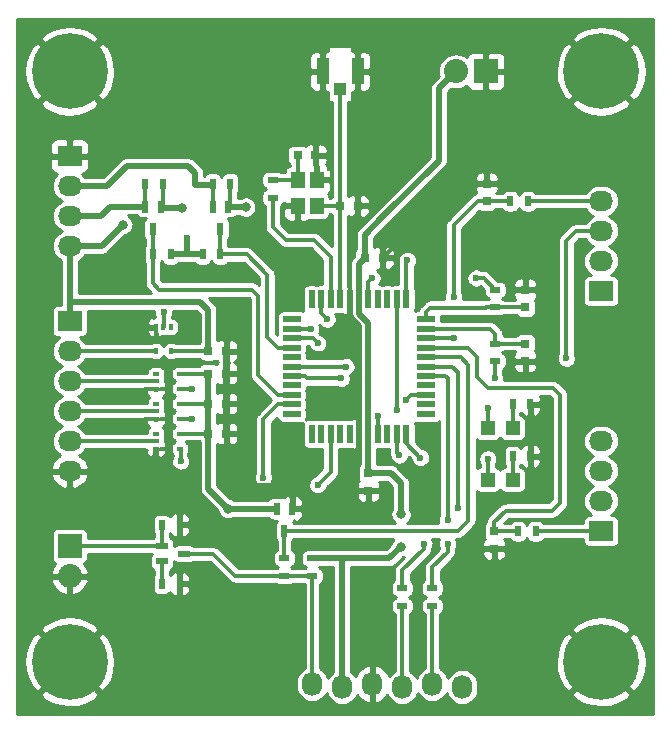
<source format=gtl>
G04 #@! TF.FileFunction,Copper,L1,Top,Signal*
%FSLAX46Y46*%
G04 Gerber Fmt 4.6, Leading zero omitted, Abs format (unit mm)*
G04 Created by KiCad (PCBNEW 4.0.6-e0-6349~53~ubuntu16.04.1) date Thu May 25 23:31:25 2017*
%MOMM*%
%LPD*%
G01*
G04 APERTURE LIST*
%ADD10C,0.050000*%
%ADD11R,0.599440X1.000760*%
%ADD12R,1.000760X0.599440*%
%ADD13R,1.200000X1.400000*%
%ADD14R,0.750000X0.800000*%
%ADD15R,0.800000X0.750000*%
%ADD16R,1.198880X1.198880*%
%ADD17C,6.400000*%
%ADD18R,1.000000X1.050000*%
%ADD19R,1.050000X2.200000*%
%ADD20R,0.550000X1.500000*%
%ADD21R,1.500000X0.550000*%
%ADD22R,0.508000X0.304800*%
%ADD23R,0.304800X0.508000*%
%ADD24O,1.727200X2.032000*%
%ADD25R,2.032000X1.727200*%
%ADD26O,2.032000X1.727200*%
%ADD27R,2.032000X2.032000*%
%ADD28O,2.032000X2.032000*%
%ADD29R,0.900000X0.500000*%
%ADD30R,0.500000X0.900000*%
%ADD31C,0.600000*%
%ADD32C,0.800000*%
%ADD33C,0.380000*%
%ADD34C,0.300000*%
%ADD35C,0.500000*%
%ADD36C,0.254000*%
G04 APERTURE END LIST*
D10*
D11*
X207534760Y-67025080D03*
X208835240Y-67025080D03*
X208185000Y-68925000D03*
D12*
X197800000Y-71500000D03*
X197800000Y-70199520D03*
X199699920Y-70849760D03*
D11*
X196400000Y-41450080D03*
X197700480Y-41450080D03*
X197050240Y-43350000D03*
X202100000Y-41450080D03*
X203400480Y-41450080D03*
X202750240Y-43350000D03*
D13*
X209300000Y-39200000D03*
X209300000Y-41400000D03*
X210900000Y-39200000D03*
X210900000Y-41400000D03*
D14*
X228576000Y-49990000D03*
X228576000Y-48490000D03*
X228576000Y-53050000D03*
X228576000Y-54550000D03*
X225300000Y-41000000D03*
X225300000Y-39500000D03*
X225950500Y-68938000D03*
X225950500Y-70438000D03*
X215300000Y-64000000D03*
X215300000Y-65500000D03*
D15*
X215000000Y-45800000D03*
X216500000Y-45800000D03*
X201755000Y-58130000D03*
X203255000Y-58130000D03*
X201755000Y-55590000D03*
X203255000Y-55590000D03*
X201755000Y-60670000D03*
X203255000Y-60670000D03*
X201755000Y-53685000D03*
X203255000Y-53685000D03*
X209300000Y-37100000D03*
X210800000Y-37100000D03*
X212900000Y-41400000D03*
X214400000Y-41400000D03*
D16*
X225401960Y-60198000D03*
X227500000Y-60198000D03*
X225401960Y-64588000D03*
X227500000Y-64588000D03*
D17*
X235000000Y-80000000D03*
X190000000Y-80000000D03*
X190000000Y-30000000D03*
X235000000Y-30000000D03*
D18*
X212900000Y-31525000D03*
D19*
X211425000Y-30000000D03*
X214375000Y-30000000D03*
D20*
X210500000Y-60700000D03*
X211300000Y-60700000D03*
X212100000Y-60700000D03*
X212900000Y-60700000D03*
X213700000Y-60700000D03*
X214500000Y-60700000D03*
X215300000Y-60700000D03*
X216100000Y-60700000D03*
X216900000Y-60700000D03*
X217700000Y-60700000D03*
X218500000Y-60700000D03*
D21*
X220200000Y-59000000D03*
X220200000Y-58200000D03*
X220200000Y-57400000D03*
X220200000Y-56600000D03*
X220200000Y-55800000D03*
X220200000Y-55000000D03*
X220200000Y-54200000D03*
X220200000Y-53400000D03*
X220200000Y-52600000D03*
X220200000Y-51800000D03*
X220200000Y-51000000D03*
D20*
X218500000Y-49300000D03*
X217700000Y-49300000D03*
X216900000Y-49300000D03*
X216100000Y-49300000D03*
X215300000Y-49300000D03*
X214500000Y-49300000D03*
X213700000Y-49300000D03*
X212900000Y-49300000D03*
X212100000Y-49300000D03*
X211300000Y-49300000D03*
X210500000Y-49300000D03*
D21*
X208800000Y-51000000D03*
X208800000Y-51800000D03*
X208800000Y-52600000D03*
X208800000Y-53400000D03*
X208800000Y-54200000D03*
X208800000Y-55000000D03*
X208800000Y-55800000D03*
X208800000Y-56600000D03*
X208800000Y-57400000D03*
X208800000Y-58200000D03*
X208800000Y-59000000D03*
D22*
X197310000Y-60670000D03*
X197310000Y-61940000D03*
X199342000Y-60670000D03*
X197310000Y-61305000D03*
X199342000Y-61940000D03*
D23*
X198580000Y-51653000D03*
X197310000Y-51653000D03*
X198580000Y-53685000D03*
X197945000Y-51653000D03*
X197310000Y-53685000D03*
D22*
X197310000Y-55590000D03*
X197310000Y-56860000D03*
X199342000Y-55590000D03*
X197310000Y-56225000D03*
X199342000Y-56860000D03*
X197310000Y-58130000D03*
X197310000Y-59400000D03*
X199342000Y-58130000D03*
X197310000Y-58765000D03*
X199342000Y-59400000D03*
D24*
X210542000Y-81873000D03*
X213082000Y-82127000D03*
X215622000Y-81873000D03*
X218162000Y-82127000D03*
X220702000Y-81873000D03*
X223242000Y-82127000D03*
D25*
X190000000Y-51145000D03*
D26*
X190000000Y-53685000D03*
X190000000Y-56225000D03*
X190000000Y-58765000D03*
X190000000Y-61305000D03*
X190000000Y-63845000D03*
D25*
X235000000Y-48620000D03*
D26*
X235000000Y-46080000D03*
X235000000Y-43540000D03*
X235000000Y-41000000D03*
D25*
X235000000Y-68925000D03*
D26*
X235000000Y-66385000D03*
X235000000Y-63845000D03*
X235000000Y-61305000D03*
D25*
X190000000Y-37175000D03*
D26*
X190000000Y-39715000D03*
X190000000Y-42255000D03*
X190000000Y-44795000D03*
D27*
X225250000Y-30000000D03*
D28*
X222710000Y-30000000D03*
D27*
X190000000Y-70195000D03*
D28*
X190000000Y-72735000D03*
D29*
X226036000Y-49990000D03*
X226036000Y-48490000D03*
X226036000Y-53050000D03*
X226036000Y-54550000D03*
D30*
X227300000Y-41000000D03*
X228800000Y-41000000D03*
X227950500Y-68938000D03*
X229450500Y-68938000D03*
X196400000Y-39500000D03*
X197900000Y-39500000D03*
X202100000Y-39500000D03*
X203600000Y-39500000D03*
X197050000Y-45500000D03*
X198550000Y-45500000D03*
X202750000Y-45500000D03*
X201250000Y-45500000D03*
D29*
X207200000Y-39200000D03*
X207200000Y-40700000D03*
X208185000Y-72735000D03*
X208185000Y-71235000D03*
X210542000Y-72735000D03*
X210542000Y-71235000D03*
D30*
X199300000Y-73400000D03*
X197800000Y-73400000D03*
X199300000Y-68400000D03*
X197800000Y-68400000D03*
X227500000Y-58175389D03*
X229000000Y-58175389D03*
D29*
X218162000Y-73775000D03*
X218162000Y-75275000D03*
X220702000Y-73775000D03*
X220702000Y-75275000D03*
D30*
X227500000Y-62588000D03*
X229000000Y-62588000D03*
D31*
X218500000Y-43800000D03*
X205000000Y-60500000D03*
X193000000Y-47000000D03*
X193000000Y-52000000D03*
X200000000Y-47000000D03*
X195800000Y-48150000D03*
X220000000Y-66500000D03*
X215500000Y-70000000D03*
X219400000Y-79600000D03*
X211800000Y-79600000D03*
X212000000Y-44200000D03*
X212000000Y-42800000D03*
X213800000Y-45600000D03*
X213800000Y-44200000D03*
X213800000Y-42800000D03*
X212000000Y-38200000D03*
X212000000Y-36800000D03*
X212000000Y-35400000D03*
X212000000Y-34000000D03*
X211400000Y-32600000D03*
X213800000Y-39600000D03*
X213800000Y-38200000D03*
X213800000Y-36800000D03*
X213800000Y-35400000D03*
X213800000Y-34000000D03*
X214400000Y-32600000D03*
X229000000Y-72000000D03*
X230450000Y-55800000D03*
X230450000Y-58150000D03*
X209400000Y-34000000D03*
D32*
X215500000Y-67500000D03*
D31*
X204600000Y-64600000D03*
X201500000Y-73400000D03*
X201500000Y-68400000D03*
X209300000Y-43400000D03*
X226800000Y-42400000D03*
X218000000Y-30000000D03*
X195800000Y-52200000D03*
X195800000Y-57400000D03*
X195857400Y-63845000D03*
X195800000Y-60000000D03*
X222500000Y-49100000D03*
X222500000Y-52600000D03*
D32*
X203425080Y-67025080D03*
X218050000Y-70250000D03*
D31*
X199900000Y-44150000D03*
D32*
X218050000Y-67500000D03*
X204900000Y-41500000D03*
X199500000Y-41550000D03*
X194500000Y-43000000D03*
D31*
X225400000Y-58500000D03*
X213000000Y-56000000D03*
X225400000Y-62800000D03*
X206400000Y-64400000D03*
X232050000Y-54300000D03*
X210400000Y-51800000D03*
X218600000Y-46000000D03*
X211800000Y-51000000D03*
X211000000Y-53000000D03*
X217700000Y-58700000D03*
X211000000Y-65000000D03*
X224400000Y-47500000D03*
X215600000Y-47500000D03*
X226000000Y-56000000D03*
X213400000Y-55000000D03*
X220000000Y-70000000D03*
X222900000Y-67000000D03*
X222000000Y-70000000D03*
X222000000Y-68000000D03*
X216130000Y-59146000D03*
X200382000Y-56860000D03*
X217900000Y-62500000D03*
X200400000Y-59400000D03*
X199400000Y-63000000D03*
X219700000Y-62700000D03*
X197950000Y-50400000D03*
X218500000Y-57800000D03*
D33*
X226036000Y-49990000D02*
X225281000Y-49990000D01*
X225281000Y-49990000D02*
X225271000Y-50000000D01*
X225271000Y-50000000D02*
X220545000Y-50000000D01*
X220545000Y-50000000D02*
X220200000Y-50345000D01*
X220200000Y-50345000D02*
X220200000Y-51000000D01*
D34*
X226036000Y-49990000D02*
X228576000Y-49990000D01*
X226036000Y-49990000D02*
X226036000Y-50015000D01*
X231500000Y-76500000D02*
X231500000Y-74500000D01*
X231500000Y-74500000D02*
X229000000Y-72000000D01*
X225950500Y-70438000D02*
X227438000Y-70438000D01*
X227438000Y-70438000D02*
X229000000Y-72000000D01*
X231500000Y-33500000D02*
X228600000Y-33500000D01*
X228600000Y-33500000D02*
X226100000Y-33500000D01*
D33*
X225300000Y-39500000D02*
X225300000Y-38720000D01*
X225300000Y-38720000D02*
X228600000Y-35420000D01*
X228600000Y-35420000D02*
X228600000Y-33500000D01*
D34*
X204410000Y-62090000D02*
X205000000Y-61500000D01*
X205000000Y-61500000D02*
X205000000Y-60500000D01*
X204000000Y-62090000D02*
X204600000Y-62690000D01*
X203255000Y-61345000D02*
X204000000Y-62090000D01*
X204000000Y-62090000D02*
X204410000Y-62090000D01*
X193000000Y-47000000D02*
X194650000Y-47000000D01*
X194650000Y-47000000D02*
X195800000Y-48150000D01*
X195800000Y-52200000D02*
X193200000Y-52200000D01*
X193200000Y-52200000D02*
X193000000Y-52000000D01*
X193400000Y-33600000D02*
X193400000Y-36400000D01*
X193400000Y-33400000D02*
X193400000Y-33600000D01*
X209400000Y-30800000D02*
X209400000Y-32000000D01*
X209400000Y-32000000D02*
X209400000Y-34000000D01*
X193400000Y-33600000D02*
X207800000Y-33600000D01*
X207800000Y-33600000D02*
X209400000Y-32000000D01*
X190000000Y-30000000D02*
X193400000Y-33400000D01*
X193400000Y-36400000D02*
X192625000Y-37175000D01*
X192625000Y-37175000D02*
X190000000Y-37175000D01*
X226100000Y-33500000D02*
X225250000Y-32650000D01*
X225250000Y-32650000D02*
X225250000Y-30000000D01*
X209300000Y-43400000D02*
X211400000Y-43400000D01*
X211400000Y-43400000D02*
X212000000Y-42800000D01*
D35*
X213800000Y-45600000D02*
X213700000Y-45700000D01*
X213800000Y-44200000D02*
X213800000Y-45600000D01*
X214400000Y-41400000D02*
X214400000Y-42200000D01*
X214400000Y-42200000D02*
X213800000Y-42800000D01*
D34*
X212000000Y-36800000D02*
X212000000Y-38200000D01*
X212000000Y-34000000D02*
X212000000Y-35400000D01*
X211425000Y-30000000D02*
X211425000Y-32575000D01*
X211425000Y-32575000D02*
X211400000Y-32600000D01*
X213800000Y-39600000D02*
X214400000Y-40200000D01*
X214400000Y-40200000D02*
X214400000Y-41400000D01*
X213800000Y-36800000D02*
X213800000Y-38200000D01*
X213800000Y-34000000D02*
X213800000Y-35400000D01*
X214375000Y-30000000D02*
X214375000Y-32575000D01*
X214375000Y-32575000D02*
X214400000Y-32600000D01*
X230450000Y-55800000D02*
X230450000Y-55234315D01*
X230450000Y-55234315D02*
X230050000Y-54834315D01*
X230050000Y-54834315D02*
X230050000Y-54550000D01*
X229000000Y-58175389D02*
X230424611Y-58175389D01*
X230424611Y-58175389D02*
X230450000Y-58150000D01*
D33*
X208835240Y-67025080D02*
X213974920Y-67025080D01*
X213974920Y-67025080D02*
X214000000Y-67000000D01*
D35*
X214000000Y-67000000D02*
X214500000Y-67500000D01*
X214500000Y-67500000D02*
X215500000Y-67500000D01*
X214000000Y-65500000D02*
X214000000Y-67000000D01*
X213500000Y-65000000D02*
X214000000Y-65500000D01*
X214000000Y-65500000D02*
X215300000Y-65500000D01*
X213500000Y-62950000D02*
X213500000Y-65000000D01*
X214500000Y-60700000D02*
X214500000Y-61950000D01*
X214500000Y-61950000D02*
X213500000Y-62950000D01*
D34*
X201500000Y-73400000D02*
X199300000Y-73400000D01*
X199300000Y-68400000D02*
X201500000Y-68400000D01*
X209300000Y-41400000D02*
X209300000Y-43400000D01*
X230600000Y-54000000D02*
X230050000Y-54550000D01*
X230050000Y-54550000D02*
X228576000Y-54550000D01*
X230600000Y-49000000D02*
X230600000Y-54000000D01*
X230100000Y-48500000D02*
X230600000Y-49000000D01*
X229261000Y-48500000D02*
X230100000Y-48500000D01*
X228576000Y-48490000D02*
X229251000Y-48490000D01*
X229251000Y-48490000D02*
X229261000Y-48500000D01*
X228576000Y-48490000D02*
X228576000Y-44176000D01*
X228576000Y-44176000D02*
X226800000Y-42400000D01*
X218500000Y-43800000D02*
X216500000Y-45800000D01*
X216000000Y-30000000D02*
X218000000Y-30000000D01*
X214375000Y-30000000D02*
X216000000Y-30000000D01*
X209400000Y-34000000D02*
X210800000Y-35400000D01*
X210800000Y-35400000D02*
X210800000Y-37100000D01*
X210200000Y-30000000D02*
X209400000Y-30800000D01*
X211425000Y-30000000D02*
X210200000Y-30000000D01*
X210900000Y-39200000D02*
X210900000Y-37200000D01*
X210900000Y-37200000D02*
X210800000Y-37100000D01*
X231500000Y-33500000D02*
X235000000Y-30000000D01*
X229000000Y-62588000D02*
X229000000Y-58175389D01*
X235000000Y-80000000D02*
X231500000Y-76500000D01*
X208450001Y-65050001D02*
X208835240Y-65435240D01*
X208835240Y-65435240D02*
X208835240Y-67025080D01*
X204600000Y-64600000D02*
X205050001Y-65050001D01*
X205050001Y-65050001D02*
X208450001Y-65050001D01*
X204600000Y-62690000D02*
X204600000Y-64600000D01*
X203255000Y-60670000D02*
X203255000Y-61345000D01*
X197310000Y-51653000D02*
X196347000Y-51653000D01*
X196347000Y-51653000D02*
X195800000Y-52200000D01*
X197310000Y-56860000D02*
X196340000Y-56860000D01*
X196340000Y-56860000D02*
X195800000Y-57400000D01*
X197310000Y-59400000D02*
X196400000Y-59400000D01*
X196400000Y-59400000D02*
X195800000Y-60000000D01*
X199300000Y-68400000D02*
X199300000Y-67287600D01*
X199300000Y-67287600D02*
X195857400Y-63845000D01*
X190000000Y-63845000D02*
X195857400Y-63845000D01*
X197310000Y-62392400D02*
X197310000Y-61940000D01*
X195857400Y-63845000D02*
X197310000Y-62392400D01*
D35*
X213700000Y-49300000D02*
X213700000Y-50739963D01*
X213700000Y-50739963D02*
X214500000Y-51539963D01*
X214500000Y-51539963D02*
X214500000Y-59450000D01*
X214500000Y-59450000D02*
X214500000Y-60700000D01*
X203255000Y-55590000D02*
X203255000Y-53685000D01*
X203255000Y-58130000D02*
X203255000Y-55590000D01*
X203255000Y-60670000D02*
X203255000Y-58130000D01*
D33*
X226036000Y-53050000D02*
X226036000Y-52270000D01*
X226036000Y-52270000D02*
X225566000Y-51800000D01*
X225566000Y-51800000D02*
X221330000Y-51800000D01*
X221330000Y-51800000D02*
X220200000Y-51800000D01*
D34*
X226036000Y-53050000D02*
X228576000Y-53050000D01*
X226036000Y-53025000D02*
X226036000Y-53050000D01*
D33*
X225300000Y-41000000D02*
X224545000Y-41000000D01*
X224545000Y-41000000D02*
X222500000Y-43045000D01*
X222500000Y-43045000D02*
X222500000Y-48675736D01*
X222500000Y-48675736D02*
X222500000Y-49100000D01*
X220200000Y-52600000D02*
X222500000Y-52600000D01*
D34*
X227300000Y-41000000D02*
X225300000Y-41000000D01*
D33*
X230825000Y-67200000D02*
X231500000Y-66525000D01*
X231500000Y-66525000D02*
X231500000Y-57400000D01*
X226908500Y-67200000D02*
X230825000Y-67200000D01*
X225950500Y-68938000D02*
X225950500Y-68158000D01*
X225950500Y-68158000D02*
X226908500Y-67200000D01*
X231500000Y-57400000D02*
X230900000Y-56800000D01*
X230900000Y-56800000D02*
X225400000Y-56800000D01*
X225400000Y-56800000D02*
X224500000Y-55900000D01*
X224500000Y-55900000D02*
X224500000Y-54200000D01*
X224500000Y-54200000D02*
X223700000Y-53400000D01*
X223700000Y-53400000D02*
X223142258Y-53400000D01*
X223142258Y-53400000D02*
X220200000Y-53400000D01*
D34*
X227950500Y-68938000D02*
X225950500Y-68938000D01*
D35*
X201755000Y-60670000D02*
X201755000Y-65355000D01*
X201755000Y-65355000D02*
X203425080Y-67025080D01*
X203425080Y-67025080D02*
X207534760Y-67025080D01*
X212985000Y-71235000D02*
X217065000Y-71235000D01*
X217065000Y-71235000D02*
X218050000Y-70250000D01*
X213050000Y-71300000D02*
X212985000Y-71235000D01*
X213082000Y-82127000D02*
X213082000Y-71332000D01*
X213082000Y-71332000D02*
X213000000Y-71250000D01*
X215000000Y-43825000D02*
X216450000Y-42375000D01*
X216450000Y-42375000D02*
X221269000Y-37556000D01*
X199900000Y-45500000D02*
X201250000Y-45500000D01*
X198550000Y-45500000D02*
X199900000Y-45500000D01*
X199900000Y-45500000D02*
X199900000Y-44150000D01*
X215000000Y-44700000D02*
X215000000Y-45800000D01*
X214500000Y-49300000D02*
X214500000Y-46300000D01*
X214500000Y-46300000D02*
X215000000Y-45800000D01*
X210542000Y-71235000D02*
X212985000Y-71235000D01*
X212985000Y-71235000D02*
X213000000Y-71250000D01*
X218050000Y-64850000D02*
X218050000Y-67500000D01*
X217200000Y-64000000D02*
X218050000Y-64850000D01*
X216175000Y-64000000D02*
X217200000Y-64000000D01*
X215300000Y-64000000D02*
X216175000Y-64000000D01*
X214500000Y-49300000D02*
X214500000Y-50550000D01*
X215300000Y-51350000D02*
X215300000Y-59450000D01*
X214500000Y-50550000D02*
X215300000Y-51350000D01*
X215300000Y-59450000D02*
X215300000Y-60700000D01*
X221269000Y-37556000D02*
X221269000Y-31441000D01*
X221269000Y-31441000D02*
X222710000Y-30000000D01*
X215000000Y-44700000D02*
X215000000Y-43825000D01*
X201755000Y-58130000D02*
X201755000Y-55590000D01*
X201755000Y-60670000D02*
X201755000Y-58130000D01*
D34*
X201755000Y-60670000D02*
X199342000Y-60670000D01*
X201755000Y-58130000D02*
X199342000Y-58130000D01*
X201755000Y-55590000D02*
X199342000Y-55590000D01*
D35*
X215300000Y-60700000D02*
X215300000Y-64000000D01*
X204900000Y-41500000D02*
X203450400Y-41500000D01*
X203450400Y-41500000D02*
X203400480Y-41450080D01*
X199500000Y-41550000D02*
X197800400Y-41550000D01*
X197800400Y-41550000D02*
X197700480Y-41450080D01*
X190000000Y-44795000D02*
X192705000Y-44795000D01*
X192705000Y-44795000D02*
X194500000Y-43000000D01*
X190000000Y-46158600D02*
X190000000Y-49450000D01*
X190000000Y-49450000D02*
X190000000Y-51145000D01*
X201050000Y-49500000D02*
X190050000Y-49500000D01*
X190050000Y-49500000D02*
X190000000Y-49450000D01*
X201755000Y-50205000D02*
X201050000Y-49500000D01*
X201755000Y-53685000D02*
X201755000Y-50205000D01*
X190000000Y-44795000D02*
X190000000Y-46158600D01*
D34*
X201755000Y-53685000D02*
X201055000Y-53685000D01*
X201055000Y-53685000D02*
X198580000Y-53685000D01*
X203600000Y-39500000D02*
X203600000Y-41250560D01*
X203600000Y-41250560D02*
X203400480Y-41450080D01*
X197900000Y-39500000D02*
X197900000Y-41250560D01*
X197900000Y-41250560D02*
X197700480Y-41450080D01*
X209300000Y-39200000D02*
X209300000Y-37100000D01*
X209300000Y-39200000D02*
X207200000Y-39200000D01*
X212900000Y-41400000D02*
X210900000Y-41400000D01*
D33*
X212900000Y-41400000D02*
X212900000Y-40645000D01*
X212900000Y-40645000D02*
X212900000Y-31525000D01*
X212900000Y-49300000D02*
X212900000Y-48170000D01*
X212900000Y-48170000D02*
X212900000Y-41400000D01*
X223750000Y-68036000D02*
X222861000Y-68925000D01*
X222861000Y-68925000D02*
X208185000Y-68925000D01*
X223750000Y-54828000D02*
X223750000Y-68036000D01*
X223122000Y-54200000D02*
X223750000Y-54828000D01*
X220200000Y-54200000D02*
X223122000Y-54200000D01*
D34*
X208185000Y-71235000D02*
X208185000Y-68925000D01*
D33*
X225400000Y-58500000D02*
X225400000Y-60196040D01*
X225400000Y-60196040D02*
X225401960Y-60198000D01*
X210130000Y-56000000D02*
X213000000Y-56000000D01*
X208800000Y-55800000D02*
X209930000Y-55800000D01*
X209930000Y-55800000D02*
X210130000Y-56000000D01*
D34*
X227500000Y-58175389D02*
X227500000Y-60198000D01*
D33*
X225400000Y-62800000D02*
X225400000Y-64586040D01*
X225400000Y-64586040D02*
X225401960Y-64588000D01*
X208800000Y-58200000D02*
X207670000Y-58200000D01*
X207670000Y-58200000D02*
X206400000Y-59470000D01*
X206400000Y-59470000D02*
X206400000Y-64400000D01*
D34*
X227500000Y-62588000D02*
X227500000Y-64588000D01*
X190000000Y-56225000D02*
X197310000Y-56225000D01*
X190000000Y-58765000D02*
X197310000Y-58765000D01*
X190000000Y-61305000D02*
X191316000Y-61305000D01*
X191316000Y-61305000D02*
X197310000Y-61305000D01*
X190000000Y-53685000D02*
X191316000Y-53685000D01*
X191316000Y-53685000D02*
X197310000Y-53685000D01*
D33*
X235000000Y-41000000D02*
X233604000Y-41000000D01*
X233604000Y-41000000D02*
X228800000Y-41000000D01*
X232050000Y-54300000D02*
X232050000Y-44350000D01*
X232860000Y-43540000D02*
X235000000Y-43540000D01*
X232050000Y-44350000D02*
X232860000Y-43540000D01*
X208800000Y-51800000D02*
X210400000Y-51800000D01*
X218500000Y-49300000D02*
X218500000Y-46100000D01*
X218500000Y-46100000D02*
X218600000Y-46000000D01*
X211300000Y-49300000D02*
X211300000Y-50500000D01*
X211300000Y-50500000D02*
X211800000Y-51000000D01*
X208800000Y-52600000D02*
X210600000Y-52600000D01*
X210600000Y-52600000D02*
X211000000Y-53000000D01*
X217700000Y-58000000D02*
X217700000Y-58700000D01*
X217700000Y-49300000D02*
X217700000Y-58000000D01*
X212100000Y-60700000D02*
X212100000Y-63900000D01*
X212100000Y-63900000D02*
X211000000Y-65000000D01*
X229450500Y-68938000D02*
X234987000Y-68938000D01*
X234987000Y-68938000D02*
X235000000Y-68925000D01*
D35*
X192635000Y-42255000D02*
X193439920Y-41450080D01*
X193439920Y-41450080D02*
X196400000Y-41450080D01*
X190000000Y-42255000D02*
X192635000Y-42255000D01*
D34*
X196400000Y-39500000D02*
X196400000Y-41450080D01*
D35*
X200000000Y-38000000D02*
X194858000Y-38000000D01*
X194858000Y-38000000D02*
X193143000Y-39715000D01*
X200636000Y-38636000D02*
X200000000Y-38000000D01*
X200636000Y-39588000D02*
X200636000Y-38636000D01*
X200636000Y-39588000D02*
X202012000Y-39588000D01*
X202012000Y-39588000D02*
X202100000Y-39500000D01*
X190000000Y-39715000D02*
X193143000Y-39715000D01*
X193143000Y-39715000D02*
X193270000Y-39588000D01*
D34*
X202100000Y-39500000D02*
X202100000Y-41450080D01*
X197800000Y-70199520D02*
X197800000Y-68400000D01*
X190000000Y-70195000D02*
X197795480Y-70195000D01*
X197795480Y-70195000D02*
X197800000Y-70199520D01*
X202149760Y-70849760D02*
X204035000Y-72735000D01*
X204035000Y-72735000D02*
X208185000Y-72735000D01*
X199699920Y-70849760D02*
X202149760Y-70849760D01*
X210542000Y-72735000D02*
X208185000Y-72735000D01*
X210542000Y-81873000D02*
X210542000Y-72735000D01*
X218162000Y-82127000D02*
X218162000Y-80811000D01*
X218162000Y-80811000D02*
X218162000Y-75275000D01*
X220702000Y-81873000D02*
X220702000Y-80557000D01*
X220702000Y-80557000D02*
X220702000Y-75275000D01*
D33*
X197588000Y-48478000D02*
X197050000Y-47940000D01*
X197050000Y-47940000D02*
X197050000Y-45500000D01*
X205462000Y-48478000D02*
X197588000Y-48478000D01*
X205970000Y-48986000D02*
X205462000Y-48478000D01*
X205970000Y-55700000D02*
X205970000Y-48986000D01*
X208800000Y-57400000D02*
X207670000Y-57400000D01*
X207670000Y-57400000D02*
X205970000Y-55700000D01*
D34*
X197050240Y-43350000D02*
X197050240Y-45499760D01*
X197050240Y-45499760D02*
X197050000Y-45500000D01*
D33*
X206732000Y-47208000D02*
X205024000Y-45500000D01*
X205024000Y-45500000D02*
X202750000Y-45500000D01*
X206732000Y-52462000D02*
X206732000Y-47208000D01*
X208800000Y-53400000D02*
X207670000Y-53400000D01*
X207670000Y-53400000D02*
X206732000Y-52462000D01*
D34*
X202750240Y-43350000D02*
X202750240Y-45499760D01*
X202750240Y-45499760D02*
X202750000Y-45500000D01*
X197800000Y-73400000D02*
X197800000Y-71500000D01*
D33*
X224400000Y-47500000D02*
X225046000Y-47500000D01*
X225046000Y-47500000D02*
X226036000Y-48490000D01*
X215300000Y-49300000D02*
X215300000Y-47800000D01*
X215300000Y-47800000D02*
X215600000Y-47500000D01*
X226000000Y-56000000D02*
X226000000Y-54586000D01*
X226000000Y-54586000D02*
X226036000Y-54550000D01*
X208800000Y-55000000D02*
X213400000Y-55000000D01*
X208300000Y-44300000D02*
X207200000Y-43200000D01*
X207200000Y-43200000D02*
X207200000Y-40700000D01*
X210700000Y-44300000D02*
X208300000Y-44300000D01*
X212100000Y-45700000D02*
X210700000Y-44300000D01*
X212100000Y-49300000D02*
X212100000Y-45700000D01*
X220000000Y-70424264D02*
X218162000Y-72262264D01*
X218162000Y-72262264D02*
X218162000Y-73775000D01*
X220000000Y-70000000D02*
X220000000Y-70424264D01*
X222400000Y-55000000D02*
X222900000Y-55500000D01*
X222900000Y-55500000D02*
X222900000Y-67000000D01*
X220200000Y-55000000D02*
X222400000Y-55000000D01*
X222000000Y-70700000D02*
X220702000Y-71998000D01*
X220702000Y-71998000D02*
X220702000Y-73775000D01*
X222000000Y-70000000D02*
X222000000Y-70700000D01*
X221800000Y-55800000D02*
X222000000Y-56000000D01*
X222000000Y-56000000D02*
X222000000Y-68000000D01*
X220200000Y-55800000D02*
X221800000Y-55800000D01*
D34*
X216130000Y-59146000D02*
X216130000Y-60670000D01*
X216130000Y-60670000D02*
X216100000Y-60700000D01*
X199342000Y-56860000D02*
X200382000Y-56860000D01*
X217900000Y-62500000D02*
X217700000Y-62300000D01*
X217700000Y-62300000D02*
X217700000Y-60700000D01*
X199342000Y-59400000D02*
X200400000Y-59400000D01*
X199400000Y-63000000D02*
X199400000Y-61998000D01*
X199400000Y-61998000D02*
X199342000Y-61940000D01*
X218500000Y-60700000D02*
X218500000Y-61500000D01*
X218500000Y-61500000D02*
X219700000Y-62700000D01*
D33*
X197950000Y-50400000D02*
X197950000Y-51648000D01*
X197950000Y-51648000D02*
X197945000Y-51653000D01*
X220200000Y-57400000D02*
X218900000Y-57400000D01*
X218900000Y-57400000D02*
X218500000Y-57800000D01*
D36*
G36*
X239418000Y-84418000D02*
X185582000Y-84418000D01*
X185582000Y-82700881D01*
X187478724Y-82700881D01*
X187838912Y-83190548D01*
X188502882Y-83550849D01*
X189224385Y-83774694D01*
X189975695Y-83853480D01*
X190727938Y-83784178D01*
X191452208Y-83569452D01*
X192120670Y-83217555D01*
X192161088Y-83190548D01*
X192521276Y-82700881D01*
X190000000Y-80179605D01*
X187478724Y-82700881D01*
X185582000Y-82700881D01*
X185582000Y-79975695D01*
X186146520Y-79975695D01*
X186215822Y-80727938D01*
X186430548Y-81452208D01*
X186782445Y-82120670D01*
X186809452Y-82161088D01*
X187299119Y-82521276D01*
X189820395Y-80000000D01*
X190179605Y-80000000D01*
X192700881Y-82521276D01*
X193190548Y-82161088D01*
X193550849Y-81497118D01*
X193774694Y-80775615D01*
X193853480Y-80024305D01*
X193784178Y-79272062D01*
X193569452Y-78547792D01*
X193217555Y-77879330D01*
X193190548Y-77838912D01*
X192700881Y-77478724D01*
X190179605Y-80000000D01*
X189820395Y-80000000D01*
X187299119Y-77478724D01*
X186809452Y-77838912D01*
X186449151Y-78502882D01*
X186225306Y-79224385D01*
X186146520Y-79975695D01*
X185582000Y-79975695D01*
X185582000Y-77299119D01*
X187478724Y-77299119D01*
X190000000Y-79820395D01*
X192521276Y-77299119D01*
X192161088Y-76809452D01*
X191497118Y-76449151D01*
X190775615Y-76225306D01*
X190024305Y-76146520D01*
X189272062Y-76215822D01*
X188547792Y-76430548D01*
X187879330Y-76782445D01*
X187838912Y-76809452D01*
X187478724Y-77299119D01*
X185582000Y-77299119D01*
X185582000Y-73117945D01*
X188394022Y-73117945D01*
X188499589Y-73423898D01*
X188662816Y-73703377D01*
X188877431Y-73945642D01*
X189135185Y-74141382D01*
X189426174Y-74283076D01*
X189617056Y-74340975D01*
X189873000Y-74221836D01*
X189873000Y-72862000D01*
X190127000Y-72862000D01*
X190127000Y-74221836D01*
X190382944Y-74340975D01*
X190573826Y-74283076D01*
X190864815Y-74141382D01*
X191122569Y-73945642D01*
X191337184Y-73703377D01*
X191500411Y-73423898D01*
X191605978Y-73117945D01*
X191487362Y-72862000D01*
X190127000Y-72862000D01*
X189873000Y-72862000D01*
X188512638Y-72862000D01*
X188394022Y-73117945D01*
X185582000Y-73117945D01*
X185582000Y-64204026D01*
X188392642Y-64204026D01*
X188395291Y-64219789D01*
X188496314Y-64495919D01*
X188649267Y-64747035D01*
X188848271Y-64963486D01*
X189085679Y-65136954D01*
X189352367Y-65260773D01*
X189638086Y-65330185D01*
X189873000Y-65185925D01*
X189873000Y-63972000D01*
X190127000Y-63972000D01*
X190127000Y-65185925D01*
X190361914Y-65330185D01*
X190647633Y-65260773D01*
X190914321Y-65136954D01*
X191151729Y-64963486D01*
X191350733Y-64747035D01*
X191503686Y-64495919D01*
X191604709Y-64219789D01*
X191607358Y-64204026D01*
X191486217Y-63972000D01*
X190127000Y-63972000D01*
X189873000Y-63972000D01*
X188513783Y-63972000D01*
X188392642Y-64204026D01*
X185582000Y-64204026D01*
X185582000Y-37460750D01*
X188349000Y-37460750D01*
X188349000Y-38101142D01*
X188373403Y-38223823D01*
X188421270Y-38339385D01*
X188490763Y-38443389D01*
X188579211Y-38531837D01*
X188683215Y-38601330D01*
X188798777Y-38649197D01*
X188921458Y-38673600D01*
X188958893Y-38673600D01*
X188874459Y-38742462D01*
X188703952Y-38948570D01*
X188576725Y-39183871D01*
X188497625Y-39439403D01*
X188469664Y-39705431D01*
X188493908Y-39971825D01*
X188569433Y-40228436D01*
X188693362Y-40465490D01*
X188860975Y-40673959D01*
X189065887Y-40845901D01*
X189300294Y-40974767D01*
X189329975Y-40984182D01*
X189317936Y-40987817D01*
X189081753Y-41113398D01*
X188874459Y-41282462D01*
X188703952Y-41488570D01*
X188576725Y-41723871D01*
X188497625Y-41979403D01*
X188469664Y-42245431D01*
X188493908Y-42511825D01*
X188569433Y-42768436D01*
X188693362Y-43005490D01*
X188860975Y-43213959D01*
X189065887Y-43385901D01*
X189300294Y-43514767D01*
X189329975Y-43524182D01*
X189317936Y-43527817D01*
X189081753Y-43653398D01*
X188874459Y-43822462D01*
X188703952Y-44028570D01*
X188576725Y-44263871D01*
X188497625Y-44519403D01*
X188469664Y-44785431D01*
X188493908Y-45051825D01*
X188569433Y-45308436D01*
X188693362Y-45545490D01*
X188860975Y-45753959D01*
X189065887Y-45925901D01*
X189243000Y-46023269D01*
X189243000Y-49771947D01*
X188984000Y-49771947D01*
X188884611Y-49781736D01*
X188789041Y-49810727D01*
X188700963Y-49857805D01*
X188623762Y-49921162D01*
X188560405Y-49998363D01*
X188513327Y-50086441D01*
X188484336Y-50182011D01*
X188474547Y-50281400D01*
X188474547Y-52008600D01*
X188484336Y-52107989D01*
X188513327Y-52203559D01*
X188560405Y-52291637D01*
X188623762Y-52368838D01*
X188700963Y-52432195D01*
X188789041Y-52479273D01*
X188884611Y-52508264D01*
X188984000Y-52518053D01*
X189129420Y-52518053D01*
X189081753Y-52543398D01*
X188874459Y-52712462D01*
X188703952Y-52918570D01*
X188576725Y-53153871D01*
X188497625Y-53409403D01*
X188469664Y-53675431D01*
X188493908Y-53941825D01*
X188569433Y-54198436D01*
X188693362Y-54435490D01*
X188860975Y-54643959D01*
X189065887Y-54815901D01*
X189300294Y-54944767D01*
X189329975Y-54954182D01*
X189317936Y-54957817D01*
X189081753Y-55083398D01*
X188874459Y-55252462D01*
X188703952Y-55458570D01*
X188576725Y-55693871D01*
X188497625Y-55949403D01*
X188469664Y-56215431D01*
X188493908Y-56481825D01*
X188569433Y-56738436D01*
X188693362Y-56975490D01*
X188860975Y-57183959D01*
X189065887Y-57355901D01*
X189300294Y-57484767D01*
X189329975Y-57494182D01*
X189317936Y-57497817D01*
X189081753Y-57623398D01*
X188874459Y-57792462D01*
X188703952Y-57998570D01*
X188576725Y-58233871D01*
X188497625Y-58489403D01*
X188469664Y-58755431D01*
X188493908Y-59021825D01*
X188569433Y-59278436D01*
X188693362Y-59515490D01*
X188860975Y-59723959D01*
X189065887Y-59895901D01*
X189300294Y-60024767D01*
X189329975Y-60034182D01*
X189317936Y-60037817D01*
X189081753Y-60163398D01*
X188874459Y-60332462D01*
X188703952Y-60538570D01*
X188576725Y-60773871D01*
X188497625Y-61029403D01*
X188469664Y-61295431D01*
X188493908Y-61561825D01*
X188569433Y-61818436D01*
X188693362Y-62055490D01*
X188860975Y-62263959D01*
X189065887Y-62435901D01*
X189190472Y-62504392D01*
X189085679Y-62553046D01*
X188848271Y-62726514D01*
X188649267Y-62942965D01*
X188496314Y-63194081D01*
X188395291Y-63470211D01*
X188392642Y-63485974D01*
X188513783Y-63718000D01*
X189873000Y-63718000D01*
X189873000Y-63698000D01*
X190127000Y-63698000D01*
X190127000Y-63718000D01*
X191486217Y-63718000D01*
X191607358Y-63485974D01*
X191604709Y-63470211D01*
X191503686Y-63194081D01*
X191350733Y-62942965D01*
X191151729Y-62726514D01*
X190914321Y-62553046D01*
X190809545Y-62504400D01*
X190918247Y-62446602D01*
X191125541Y-62277538D01*
X191210408Y-62174950D01*
X196421000Y-62174950D01*
X196424320Y-62171630D01*
X196421000Y-62154942D01*
X196421000Y-62174950D01*
X191210408Y-62174950D01*
X191296048Y-62071430D01*
X191355217Y-61962000D01*
X196421000Y-61962000D01*
X196421000Y-62067002D01*
X196528948Y-62067002D01*
X196424320Y-62171630D01*
X196445403Y-62277623D01*
X196493270Y-62393185D01*
X196562763Y-62497189D01*
X196651211Y-62585637D01*
X196755215Y-62655130D01*
X196870777Y-62702997D01*
X196993458Y-62727400D01*
X197024250Y-62727400D01*
X197183000Y-62568650D01*
X197183000Y-62016200D01*
X197437000Y-62016200D01*
X197437000Y-62568650D01*
X197595750Y-62727400D01*
X197626542Y-62727400D01*
X197749223Y-62702997D01*
X197864785Y-62655130D01*
X197968789Y-62585637D01*
X198057237Y-62497189D01*
X198126730Y-62393185D01*
X198174597Y-62277623D01*
X198195680Y-62171630D01*
X198199000Y-62174950D01*
X198199000Y-62154942D01*
X198195680Y-62171630D01*
X198040250Y-62016200D01*
X197437000Y-62016200D01*
X197183000Y-62016200D01*
X197163000Y-62016200D01*
X197163000Y-61966853D01*
X197564000Y-61966853D01*
X197663389Y-61957064D01*
X197758959Y-61928073D01*
X197847037Y-61880995D01*
X197867989Y-61863800D01*
X198040250Y-61863800D01*
X198195680Y-61708370D01*
X198199000Y-61725058D01*
X198199000Y-61705050D01*
X198195680Y-61708370D01*
X198174597Y-61602377D01*
X198126730Y-61486815D01*
X198073453Y-61407080D01*
X198073453Y-61152600D01*
X198063664Y-61053211D01*
X198043731Y-60987500D01*
X198063664Y-60921789D01*
X198073453Y-60822400D01*
X198073453Y-60517600D01*
X198063664Y-60418211D01*
X198034673Y-60322641D01*
X197987595Y-60234563D01*
X197924238Y-60157362D01*
X197869191Y-60112186D01*
X197968789Y-60045637D01*
X198057237Y-59957189D01*
X198126730Y-59853185D01*
X198174597Y-59737623D01*
X198195680Y-59631630D01*
X198199000Y-59634950D01*
X198199000Y-59614942D01*
X198195680Y-59631630D01*
X198040250Y-59476200D01*
X197437000Y-59476200D01*
X197437000Y-59547000D01*
X197183000Y-59547000D01*
X197183000Y-59476200D01*
X197163000Y-59476200D01*
X197163000Y-59426853D01*
X197564000Y-59426853D01*
X197663389Y-59417064D01*
X197758959Y-59388073D01*
X197847037Y-59340995D01*
X197867989Y-59323800D01*
X198040250Y-59323800D01*
X198195680Y-59168370D01*
X198199000Y-59185058D01*
X198199000Y-59165050D01*
X198195680Y-59168370D01*
X198174597Y-59062377D01*
X198126730Y-58946815D01*
X198073453Y-58867080D01*
X198073453Y-58612600D01*
X198063664Y-58513211D01*
X198043731Y-58447500D01*
X198063664Y-58381789D01*
X198073453Y-58282400D01*
X198073453Y-57977600D01*
X198063664Y-57878211D01*
X198034673Y-57782641D01*
X197987595Y-57694563D01*
X197924238Y-57617362D01*
X197869191Y-57572186D01*
X197968789Y-57505637D01*
X198057237Y-57417189D01*
X198126730Y-57313185D01*
X198174597Y-57197623D01*
X198195680Y-57091630D01*
X198199000Y-57094950D01*
X198199000Y-57074942D01*
X198195680Y-57091630D01*
X198040250Y-56936200D01*
X197437000Y-56936200D01*
X197437000Y-57007000D01*
X197183000Y-57007000D01*
X197183000Y-56936200D01*
X197163000Y-56936200D01*
X197163000Y-56886853D01*
X197564000Y-56886853D01*
X197663389Y-56877064D01*
X197758959Y-56848073D01*
X197847037Y-56800995D01*
X197867989Y-56783800D01*
X198040250Y-56783800D01*
X198195680Y-56628370D01*
X198199000Y-56645058D01*
X198199000Y-56625050D01*
X198195680Y-56628370D01*
X198174597Y-56522377D01*
X198126730Y-56406815D01*
X198073453Y-56327080D01*
X198073453Y-56072600D01*
X198063664Y-55973211D01*
X198043731Y-55907500D01*
X198063664Y-55841789D01*
X198073453Y-55742400D01*
X198073453Y-55437600D01*
X198063664Y-55338211D01*
X198034673Y-55242641D01*
X197987595Y-55154563D01*
X197924238Y-55077362D01*
X197847037Y-55014005D01*
X197758959Y-54966927D01*
X197663389Y-54937936D01*
X197564000Y-54928147D01*
X197056000Y-54928147D01*
X196956611Y-54937936D01*
X196861041Y-54966927D01*
X196772963Y-55014005D01*
X196695762Y-55077362D01*
X196632405Y-55154563D01*
X196585327Y-55242641D01*
X196556336Y-55338211D01*
X196546547Y-55437600D01*
X196546547Y-55568000D01*
X191355513Y-55568000D01*
X191306638Y-55474510D01*
X191139025Y-55266041D01*
X190934113Y-55094099D01*
X190699706Y-54965233D01*
X190670025Y-54955818D01*
X190682064Y-54952183D01*
X190918247Y-54826602D01*
X191125541Y-54657538D01*
X191296048Y-54451430D01*
X191355217Y-54342000D01*
X196849468Y-54342000D01*
X196874563Y-54362595D01*
X196962641Y-54409673D01*
X197058211Y-54438664D01*
X197157600Y-54448453D01*
X197462400Y-54448453D01*
X197561789Y-54438664D01*
X197657359Y-54409673D01*
X197745437Y-54362595D01*
X197822638Y-54299238D01*
X197885995Y-54222037D01*
X197933073Y-54133959D01*
X197945000Y-54094641D01*
X197956927Y-54133959D01*
X198004005Y-54222037D01*
X198067362Y-54299238D01*
X198144563Y-54362595D01*
X198232641Y-54409673D01*
X198328211Y-54438664D01*
X198427600Y-54448453D01*
X198732400Y-54448453D01*
X198831789Y-54438664D01*
X198927359Y-54409673D01*
X199015437Y-54362595D01*
X199040532Y-54342000D01*
X200930851Y-54342000D01*
X200931405Y-54343037D01*
X200994762Y-54420238D01*
X201071963Y-54483595D01*
X201160041Y-54530673D01*
X201255611Y-54559664D01*
X201355000Y-54569453D01*
X202155000Y-54569453D01*
X202254389Y-54559664D01*
X202349959Y-54530673D01*
X202400586Y-54503612D01*
X202450211Y-54553237D01*
X202554215Y-54622730D01*
X202589873Y-54637500D01*
X202554215Y-54652270D01*
X202450211Y-54721763D01*
X202400586Y-54771388D01*
X202349959Y-54744327D01*
X202254389Y-54715336D01*
X202155000Y-54705547D01*
X201355000Y-54705547D01*
X201255611Y-54715336D01*
X201160041Y-54744327D01*
X201071963Y-54791405D01*
X200994762Y-54854762D01*
X200931405Y-54931963D01*
X200930851Y-54933000D01*
X199645273Y-54933000D01*
X199596000Y-54928147D01*
X199088000Y-54928147D01*
X198988611Y-54937936D01*
X198893041Y-54966927D01*
X198804963Y-55014005D01*
X198727762Y-55077362D01*
X198664405Y-55154563D01*
X198617327Y-55242641D01*
X198588336Y-55338211D01*
X198578547Y-55437600D01*
X198578547Y-55742400D01*
X198588336Y-55841789D01*
X198617327Y-55937359D01*
X198664405Y-56025437D01*
X198727762Y-56102638D01*
X198804963Y-56165995D01*
X198893041Y-56213073D01*
X198932359Y-56225000D01*
X198893041Y-56236927D01*
X198804963Y-56284005D01*
X198727762Y-56347362D01*
X198664405Y-56424563D01*
X198617327Y-56512641D01*
X198588336Y-56608211D01*
X198578547Y-56707600D01*
X198578547Y-57012400D01*
X198588336Y-57111789D01*
X198617327Y-57207359D01*
X198664405Y-57295437D01*
X198727762Y-57372638D01*
X198804963Y-57435995D01*
X198893041Y-57483073D01*
X198932359Y-57495000D01*
X198893041Y-57506927D01*
X198804963Y-57554005D01*
X198727762Y-57617362D01*
X198664405Y-57694563D01*
X198617327Y-57782641D01*
X198588336Y-57878211D01*
X198578547Y-57977600D01*
X198578547Y-58282400D01*
X198588336Y-58381789D01*
X198617327Y-58477359D01*
X198664405Y-58565437D01*
X198727762Y-58642638D01*
X198804963Y-58705995D01*
X198893041Y-58753073D01*
X198932359Y-58765000D01*
X198893041Y-58776927D01*
X198804963Y-58824005D01*
X198727762Y-58887362D01*
X198664405Y-58964563D01*
X198617327Y-59052641D01*
X198588336Y-59148211D01*
X198578547Y-59247600D01*
X198578547Y-59552400D01*
X198588336Y-59651789D01*
X198617327Y-59747359D01*
X198664405Y-59835437D01*
X198727762Y-59912638D01*
X198804963Y-59975995D01*
X198893041Y-60023073D01*
X198932359Y-60035000D01*
X198893041Y-60046927D01*
X198804963Y-60094005D01*
X198727762Y-60157362D01*
X198664405Y-60234563D01*
X198617327Y-60322641D01*
X198588336Y-60418211D01*
X198578547Y-60517600D01*
X198578547Y-60822400D01*
X198588336Y-60921789D01*
X198617327Y-61017359D01*
X198664405Y-61105437D01*
X198727762Y-61182638D01*
X198804963Y-61245995D01*
X198893041Y-61293073D01*
X198932359Y-61305000D01*
X198893041Y-61316927D01*
X198804963Y-61364005D01*
X198727762Y-61427362D01*
X198664405Y-61504563D01*
X198617327Y-61592641D01*
X198588336Y-61688211D01*
X198578547Y-61787600D01*
X198578547Y-62092400D01*
X198588336Y-62191789D01*
X198617327Y-62287359D01*
X198664405Y-62375437D01*
X198727762Y-62452638D01*
X198743000Y-62465143D01*
X198743000Y-62531061D01*
X198689399Y-62609344D01*
X198627053Y-62754807D01*
X198594149Y-62909609D01*
X198591939Y-63067855D01*
X198620508Y-63223516D01*
X198678768Y-63370663D01*
X198764499Y-63503692D01*
X198874436Y-63617535D01*
X199004392Y-63707857D01*
X199149417Y-63771216D01*
X199303986Y-63805201D01*
X199462212Y-63808515D01*
X199618068Y-63781033D01*
X199765619Y-63723802D01*
X199899243Y-63639002D01*
X200013851Y-63529862D01*
X200105078Y-63400540D01*
X200169448Y-63255961D01*
X200204511Y-63101633D01*
X200207035Y-62920870D01*
X200176295Y-62765623D01*
X200115987Y-62619303D01*
X200057000Y-62530521D01*
X200057000Y-62305456D01*
X200066673Y-62287359D01*
X200095664Y-62191789D01*
X200105453Y-62092400D01*
X200105453Y-61787600D01*
X200095664Y-61688211D01*
X200066673Y-61592641D01*
X200019595Y-61504563D01*
X199956238Y-61427362D01*
X199879037Y-61364005D01*
X199809805Y-61327000D01*
X200930851Y-61327000D01*
X200931405Y-61328037D01*
X200994762Y-61405238D01*
X200998000Y-61407895D01*
X200998000Y-65355000D01*
X201004821Y-65424568D01*
X201010918Y-65494251D01*
X201012029Y-65498074D01*
X201012417Y-65502035D01*
X201032634Y-65568997D01*
X201052137Y-65636125D01*
X201053968Y-65639657D01*
X201055119Y-65643470D01*
X201087934Y-65705186D01*
X201120126Y-65767292D01*
X201122613Y-65770407D01*
X201124479Y-65773917D01*
X201168620Y-65828039D01*
X201212299Y-65882754D01*
X201217764Y-65888296D01*
X201217855Y-65888408D01*
X201217959Y-65888494D01*
X201219720Y-65890280D01*
X202536243Y-67206803D01*
X202548997Y-67276293D01*
X202614476Y-67441674D01*
X202710830Y-67591187D01*
X202834391Y-67719138D01*
X202980450Y-67820652D01*
X203143445Y-67891862D01*
X203317168Y-67930058D01*
X203495001Y-67933783D01*
X203670171Y-67902896D01*
X203836005Y-67838573D01*
X203925023Y-67782080D01*
X206797325Y-67782080D01*
X206811445Y-67808497D01*
X206874802Y-67885698D01*
X206952003Y-67949055D01*
X207040081Y-67996133D01*
X207135651Y-68025124D01*
X207235040Y-68034913D01*
X207560950Y-68034913D01*
X207525042Y-68064382D01*
X207461685Y-68141583D01*
X207414607Y-68229661D01*
X207385616Y-68325231D01*
X207375827Y-68424620D01*
X207375827Y-69425380D01*
X207385616Y-69524769D01*
X207414607Y-69620339D01*
X207461685Y-69708417D01*
X207525042Y-69785618D01*
X207528000Y-69788046D01*
X207528000Y-70520763D01*
X207451963Y-70561405D01*
X207374762Y-70624762D01*
X207311405Y-70701963D01*
X207264327Y-70790041D01*
X207235336Y-70885611D01*
X207225547Y-70985000D01*
X207225547Y-71485000D01*
X207235336Y-71584389D01*
X207264327Y-71679959D01*
X207311405Y-71768037D01*
X207374762Y-71845238D01*
X207451963Y-71908595D01*
X207540041Y-71955673D01*
X207635611Y-71984664D01*
X207639022Y-71985000D01*
X207635611Y-71985336D01*
X207540041Y-72014327D01*
X207451963Y-72061405D01*
X207431742Y-72078000D01*
X204307138Y-72078000D01*
X202614329Y-70385191D01*
X202567439Y-70346675D01*
X202520943Y-70307660D01*
X202517918Y-70305997D01*
X202515247Y-70303803D01*
X202461757Y-70275122D01*
X202408580Y-70245888D01*
X202405286Y-70244843D01*
X202402242Y-70243211D01*
X202344223Y-70225473D01*
X202286358Y-70207117D01*
X202282924Y-70206732D01*
X202279621Y-70205722D01*
X202219255Y-70199590D01*
X202158933Y-70192824D01*
X202152180Y-70192777D01*
X202152053Y-70192764D01*
X202151935Y-70192775D01*
X202149760Y-70192760D01*
X200562966Y-70192760D01*
X200560538Y-70189802D01*
X200483337Y-70126445D01*
X200395259Y-70079367D01*
X200299689Y-70050376D01*
X200200300Y-70040587D01*
X199199540Y-70040587D01*
X199100151Y-70050376D01*
X199004581Y-70079367D01*
X198916503Y-70126445D01*
X198839302Y-70189802D01*
X198809833Y-70225710D01*
X198809833Y-69899800D01*
X198800044Y-69800411D01*
X198771053Y-69704841D01*
X198723975Y-69616763D01*
X198660618Y-69539562D01*
X198583417Y-69476205D01*
X198495339Y-69429127D01*
X198457000Y-69417497D01*
X198457000Y-69153258D01*
X198473595Y-69133037D01*
X198477158Y-69126372D01*
X198487270Y-69150785D01*
X198556763Y-69254789D01*
X198645211Y-69343237D01*
X198749215Y-69412730D01*
X198864777Y-69460597D01*
X198987458Y-69485000D01*
X199016250Y-69485000D01*
X199175000Y-69326250D01*
X199175000Y-68527000D01*
X199425000Y-68527000D01*
X199425000Y-69326250D01*
X199583750Y-69485000D01*
X199612542Y-69485000D01*
X199735223Y-69460597D01*
X199850785Y-69412730D01*
X199954789Y-69343237D01*
X200043237Y-69254789D01*
X200112730Y-69150785D01*
X200160597Y-69035223D01*
X200185000Y-68912542D01*
X200185000Y-68685750D01*
X200026250Y-68527000D01*
X199425000Y-68527000D01*
X199175000Y-68527000D01*
X199153000Y-68527000D01*
X199153000Y-68273000D01*
X199175000Y-68273000D01*
X199175000Y-67473750D01*
X199425000Y-67473750D01*
X199425000Y-68273000D01*
X200026250Y-68273000D01*
X200185000Y-68114250D01*
X200185000Y-67887458D01*
X200160597Y-67764777D01*
X200112730Y-67649215D01*
X200043237Y-67545211D01*
X199954789Y-67456763D01*
X199850785Y-67387270D01*
X199735223Y-67339403D01*
X199612542Y-67315000D01*
X199583750Y-67315000D01*
X199425000Y-67473750D01*
X199175000Y-67473750D01*
X199016250Y-67315000D01*
X198987458Y-67315000D01*
X198864777Y-67339403D01*
X198749215Y-67387270D01*
X198645211Y-67456763D01*
X198556763Y-67545211D01*
X198487270Y-67649215D01*
X198477158Y-67673628D01*
X198473595Y-67666963D01*
X198410238Y-67589762D01*
X198333037Y-67526405D01*
X198244959Y-67479327D01*
X198149389Y-67450336D01*
X198050000Y-67440547D01*
X197550000Y-67440547D01*
X197450611Y-67450336D01*
X197355041Y-67479327D01*
X197266963Y-67526405D01*
X197189762Y-67589762D01*
X197126405Y-67666963D01*
X197079327Y-67755041D01*
X197050336Y-67850611D01*
X197040547Y-67950000D01*
X197040547Y-68850000D01*
X197050336Y-68949389D01*
X197079327Y-69044959D01*
X197126405Y-69133037D01*
X197143000Y-69153258D01*
X197143000Y-69417497D01*
X197104661Y-69429127D01*
X197016583Y-69476205D01*
X196941285Y-69538000D01*
X191525453Y-69538000D01*
X191525453Y-69179000D01*
X191515664Y-69079611D01*
X191486673Y-68984041D01*
X191439595Y-68895963D01*
X191376238Y-68818762D01*
X191299037Y-68755405D01*
X191210959Y-68708327D01*
X191115389Y-68679336D01*
X191016000Y-68669547D01*
X188984000Y-68669547D01*
X188884611Y-68679336D01*
X188789041Y-68708327D01*
X188700963Y-68755405D01*
X188623762Y-68818762D01*
X188560405Y-68895963D01*
X188513327Y-68984041D01*
X188484336Y-69079611D01*
X188474547Y-69179000D01*
X188474547Y-71211000D01*
X188484336Y-71310389D01*
X188513327Y-71405959D01*
X188560405Y-71494037D01*
X188623762Y-71571238D01*
X188700963Y-71634595D01*
X188754450Y-71663184D01*
X188662816Y-71766623D01*
X188499589Y-72046102D01*
X188394022Y-72352055D01*
X188512638Y-72608000D01*
X189873000Y-72608000D01*
X189873000Y-72588000D01*
X190127000Y-72588000D01*
X190127000Y-72608000D01*
X191487362Y-72608000D01*
X191605978Y-72352055D01*
X191500411Y-72046102D01*
X191337184Y-71766623D01*
X191245550Y-71663184D01*
X191299037Y-71634595D01*
X191376238Y-71571238D01*
X191439595Y-71494037D01*
X191486673Y-71405959D01*
X191515664Y-71310389D01*
X191525453Y-71211000D01*
X191525453Y-70852000D01*
X196929568Y-70852000D01*
X196876025Y-70917243D01*
X196828947Y-71005321D01*
X196799956Y-71100891D01*
X196790167Y-71200280D01*
X196790167Y-71799720D01*
X196799956Y-71899109D01*
X196828947Y-71994679D01*
X196876025Y-72082757D01*
X196939382Y-72159958D01*
X197016583Y-72223315D01*
X197104661Y-72270393D01*
X197143000Y-72282023D01*
X197143000Y-72646742D01*
X197126405Y-72666963D01*
X197079327Y-72755041D01*
X197050336Y-72850611D01*
X197040547Y-72950000D01*
X197040547Y-73850000D01*
X197050336Y-73949389D01*
X197079327Y-74044959D01*
X197126405Y-74133037D01*
X197189762Y-74210238D01*
X197266963Y-74273595D01*
X197355041Y-74320673D01*
X197450611Y-74349664D01*
X197550000Y-74359453D01*
X198050000Y-74359453D01*
X198149389Y-74349664D01*
X198244959Y-74320673D01*
X198333037Y-74273595D01*
X198410238Y-74210238D01*
X198473595Y-74133037D01*
X198477158Y-74126372D01*
X198487270Y-74150785D01*
X198556763Y-74254789D01*
X198645211Y-74343237D01*
X198749215Y-74412730D01*
X198864777Y-74460597D01*
X198987458Y-74485000D01*
X199016250Y-74485000D01*
X199175000Y-74326250D01*
X199175000Y-73527000D01*
X199425000Y-73527000D01*
X199425000Y-74326250D01*
X199583750Y-74485000D01*
X199612542Y-74485000D01*
X199735223Y-74460597D01*
X199850785Y-74412730D01*
X199954789Y-74343237D01*
X200043237Y-74254789D01*
X200112730Y-74150785D01*
X200160597Y-74035223D01*
X200185000Y-73912542D01*
X200185000Y-73685750D01*
X200026250Y-73527000D01*
X199425000Y-73527000D01*
X199175000Y-73527000D01*
X199153000Y-73527000D01*
X199153000Y-73273000D01*
X199175000Y-73273000D01*
X199175000Y-72473750D01*
X199425000Y-72473750D01*
X199425000Y-73273000D01*
X200026250Y-73273000D01*
X200185000Y-73114250D01*
X200185000Y-72887458D01*
X200160597Y-72764777D01*
X200112730Y-72649215D01*
X200043237Y-72545211D01*
X199954789Y-72456763D01*
X199850785Y-72387270D01*
X199735223Y-72339403D01*
X199612542Y-72315000D01*
X199583750Y-72315000D01*
X199425000Y-72473750D01*
X199175000Y-72473750D01*
X199016250Y-72315000D01*
X198987458Y-72315000D01*
X198864777Y-72339403D01*
X198749215Y-72387270D01*
X198645211Y-72456763D01*
X198556763Y-72545211D01*
X198487270Y-72649215D01*
X198477158Y-72673628D01*
X198473595Y-72666963D01*
X198457000Y-72646742D01*
X198457000Y-72282023D01*
X198495339Y-72270393D01*
X198583417Y-72223315D01*
X198660618Y-72159958D01*
X198723975Y-72082757D01*
X198771053Y-71994679D01*
X198800044Y-71899109D01*
X198809833Y-71799720D01*
X198809833Y-71473810D01*
X198839302Y-71509718D01*
X198916503Y-71573075D01*
X199004581Y-71620153D01*
X199100151Y-71649144D01*
X199199540Y-71658933D01*
X200200300Y-71658933D01*
X200299689Y-71649144D01*
X200395259Y-71620153D01*
X200483337Y-71573075D01*
X200560538Y-71509718D01*
X200562966Y-71506760D01*
X201877622Y-71506760D01*
X203570431Y-73199569D01*
X203617321Y-73238085D01*
X203663817Y-73277100D01*
X203666842Y-73278763D01*
X203669513Y-73280957D01*
X203723003Y-73309638D01*
X203776180Y-73338872D01*
X203779474Y-73339917D01*
X203782518Y-73341549D01*
X203840537Y-73359287D01*
X203898402Y-73377643D01*
X203901836Y-73378028D01*
X203905139Y-73379038D01*
X203965505Y-73385170D01*
X204025827Y-73391936D01*
X204032580Y-73391983D01*
X204032707Y-73391996D01*
X204032825Y-73391985D01*
X204035000Y-73392000D01*
X207431742Y-73392000D01*
X207451963Y-73408595D01*
X207540041Y-73455673D01*
X207635611Y-73484664D01*
X207735000Y-73494453D01*
X208635000Y-73494453D01*
X208734389Y-73484664D01*
X208829959Y-73455673D01*
X208918037Y-73408595D01*
X208938258Y-73392000D01*
X209788742Y-73392000D01*
X209808963Y-73408595D01*
X209885000Y-73449237D01*
X209885000Y-80517487D01*
X209791510Y-80566362D01*
X209583041Y-80733975D01*
X209411099Y-80938887D01*
X209282233Y-81173294D01*
X209201351Y-81428267D01*
X209171534Y-81694094D01*
X209171400Y-81713231D01*
X209171400Y-82032769D01*
X209197503Y-82298987D01*
X209274817Y-82555064D01*
X209400398Y-82791247D01*
X209569462Y-82998541D01*
X209775570Y-83169048D01*
X210010871Y-83296275D01*
X210266403Y-83375375D01*
X210532431Y-83403336D01*
X210798825Y-83379092D01*
X211055436Y-83303567D01*
X211292490Y-83179638D01*
X211500959Y-83012025D01*
X211672901Y-82807113D01*
X211764128Y-82641172D01*
X211814817Y-82809064D01*
X211940398Y-83045247D01*
X212109462Y-83252541D01*
X212315570Y-83423048D01*
X212550871Y-83550275D01*
X212806403Y-83629375D01*
X213072431Y-83657336D01*
X213338825Y-83633092D01*
X213595436Y-83557567D01*
X213832490Y-83433638D01*
X214040959Y-83266025D01*
X214212901Y-83061113D01*
X214341767Y-82826706D01*
X214346930Y-82810429D01*
X214503514Y-83024729D01*
X214719965Y-83223733D01*
X214971081Y-83376686D01*
X215247211Y-83477709D01*
X215262974Y-83480358D01*
X215495000Y-83359217D01*
X215495000Y-82000000D01*
X215475000Y-82000000D01*
X215475000Y-81746000D01*
X215495000Y-81746000D01*
X215495000Y-80386783D01*
X215262974Y-80265642D01*
X215247211Y-80268291D01*
X214971081Y-80369314D01*
X214719965Y-80522267D01*
X214503514Y-80721271D01*
X214330046Y-80958679D01*
X214217445Y-81201204D01*
X214054538Y-81001459D01*
X213848430Y-80830952D01*
X213839000Y-80825853D01*
X213839000Y-71992000D01*
X217065000Y-71992000D01*
X217134568Y-71985179D01*
X217204251Y-71979082D01*
X217208074Y-71977971D01*
X217212035Y-71977583D01*
X217278997Y-71957366D01*
X217346125Y-71937863D01*
X217349657Y-71936032D01*
X217353470Y-71934881D01*
X217415186Y-71902066D01*
X217477292Y-71869874D01*
X217480407Y-71867387D01*
X217483917Y-71865521D01*
X217538074Y-71821352D01*
X217592754Y-71777701D01*
X217598296Y-71772236D01*
X217598408Y-71772145D01*
X217598494Y-71772041D01*
X217600280Y-71770280D01*
X218231538Y-71139022D01*
X218295091Y-71127816D01*
X218320659Y-71117899D01*
X217669147Y-71769411D01*
X217628286Y-71819156D01*
X217586896Y-71868482D01*
X217585130Y-71871694D01*
X217582804Y-71874526D01*
X217552370Y-71931285D01*
X217521363Y-71987686D01*
X217520256Y-71991177D01*
X217518522Y-71994410D01*
X217499689Y-72056010D01*
X217480231Y-72117350D01*
X217479822Y-72120992D01*
X217478751Y-72124497D01*
X217472244Y-72188558D01*
X217465068Y-72252532D01*
X217465018Y-72259694D01*
X217465004Y-72259831D01*
X217465016Y-72259959D01*
X217465000Y-72262264D01*
X217465000Y-73082143D01*
X217428963Y-73101405D01*
X217351762Y-73164762D01*
X217288405Y-73241963D01*
X217241327Y-73330041D01*
X217212336Y-73425611D01*
X217202547Y-73525000D01*
X217202547Y-74025000D01*
X217212336Y-74124389D01*
X217241327Y-74219959D01*
X217288405Y-74308037D01*
X217351762Y-74385238D01*
X217428963Y-74448595D01*
X217517041Y-74495673D01*
X217612611Y-74524664D01*
X217616022Y-74525000D01*
X217612611Y-74525336D01*
X217517041Y-74554327D01*
X217428963Y-74601405D01*
X217351762Y-74664762D01*
X217288405Y-74741963D01*
X217241327Y-74830041D01*
X217212336Y-74925611D01*
X217202547Y-75025000D01*
X217202547Y-75525000D01*
X217212336Y-75624389D01*
X217241327Y-75719959D01*
X217288405Y-75808037D01*
X217351762Y-75885238D01*
X217428963Y-75948595D01*
X217505000Y-75989237D01*
X217505000Y-80771487D01*
X217411510Y-80820362D01*
X217203041Y-80987975D01*
X217031099Y-81192887D01*
X217026542Y-81201177D01*
X216913954Y-80958679D01*
X216740486Y-80721271D01*
X216524035Y-80522267D01*
X216272919Y-80369314D01*
X215996789Y-80268291D01*
X215981026Y-80265642D01*
X215749000Y-80386783D01*
X215749000Y-81746000D01*
X215769000Y-81746000D01*
X215769000Y-82000000D01*
X215749000Y-82000000D01*
X215749000Y-83359217D01*
X215981026Y-83480358D01*
X215996789Y-83477709D01*
X216272919Y-83376686D01*
X216524035Y-83223733D01*
X216740486Y-83024729D01*
X216896186Y-82811638D01*
X217020398Y-83045247D01*
X217189462Y-83252541D01*
X217395570Y-83423048D01*
X217630871Y-83550275D01*
X217886403Y-83629375D01*
X218152431Y-83657336D01*
X218418825Y-83633092D01*
X218675436Y-83557567D01*
X218912490Y-83433638D01*
X219120959Y-83266025D01*
X219292901Y-83061113D01*
X219421767Y-82826706D01*
X219480614Y-82641196D01*
X219560398Y-82791247D01*
X219729462Y-82998541D01*
X219935570Y-83169048D01*
X220170871Y-83296275D01*
X220426403Y-83375375D01*
X220692431Y-83403336D01*
X220958825Y-83379092D01*
X221215436Y-83303567D01*
X221452490Y-83179638D01*
X221660959Y-83012025D01*
X221832901Y-82807113D01*
X221924128Y-82641172D01*
X221974817Y-82809064D01*
X222100398Y-83045247D01*
X222269462Y-83252541D01*
X222475570Y-83423048D01*
X222710871Y-83550275D01*
X222966403Y-83629375D01*
X223232431Y-83657336D01*
X223498825Y-83633092D01*
X223755436Y-83557567D01*
X223992490Y-83433638D01*
X224200959Y-83266025D01*
X224372901Y-83061113D01*
X224501767Y-82826706D01*
X224541680Y-82700881D01*
X232478724Y-82700881D01*
X232838912Y-83190548D01*
X233502882Y-83550849D01*
X234224385Y-83774694D01*
X234975695Y-83853480D01*
X235727938Y-83784178D01*
X236452208Y-83569452D01*
X237120670Y-83217555D01*
X237161088Y-83190548D01*
X237521276Y-82700881D01*
X235000000Y-80179605D01*
X232478724Y-82700881D01*
X224541680Y-82700881D01*
X224582649Y-82571733D01*
X224612466Y-82305906D01*
X224612600Y-82286769D01*
X224612600Y-81967231D01*
X224586497Y-81701013D01*
X224509183Y-81444936D01*
X224383602Y-81208753D01*
X224214538Y-81001459D01*
X224008430Y-80830952D01*
X223773129Y-80703725D01*
X223517597Y-80624625D01*
X223251569Y-80596664D01*
X222985175Y-80620908D01*
X222728564Y-80696433D01*
X222491510Y-80820362D01*
X222283041Y-80987975D01*
X222111099Y-81192887D01*
X222019872Y-81358828D01*
X221969183Y-81190936D01*
X221843602Y-80954753D01*
X221674538Y-80747459D01*
X221468430Y-80576952D01*
X221359000Y-80517783D01*
X221359000Y-79975695D01*
X231146520Y-79975695D01*
X231215822Y-80727938D01*
X231430548Y-81452208D01*
X231782445Y-82120670D01*
X231809452Y-82161088D01*
X232299119Y-82521276D01*
X234820395Y-80000000D01*
X235179605Y-80000000D01*
X237700881Y-82521276D01*
X238190548Y-82161088D01*
X238550849Y-81497118D01*
X238774694Y-80775615D01*
X238853480Y-80024305D01*
X238784178Y-79272062D01*
X238569452Y-78547792D01*
X238217555Y-77879330D01*
X238190548Y-77838912D01*
X237700881Y-77478724D01*
X235179605Y-80000000D01*
X234820395Y-80000000D01*
X232299119Y-77478724D01*
X231809452Y-77838912D01*
X231449151Y-78502882D01*
X231225306Y-79224385D01*
X231146520Y-79975695D01*
X221359000Y-79975695D01*
X221359000Y-77299119D01*
X232478724Y-77299119D01*
X235000000Y-79820395D01*
X237521276Y-77299119D01*
X237161088Y-76809452D01*
X236497118Y-76449151D01*
X235775615Y-76225306D01*
X235024305Y-76146520D01*
X234272062Y-76215822D01*
X233547792Y-76430548D01*
X232879330Y-76782445D01*
X232838912Y-76809452D01*
X232478724Y-77299119D01*
X221359000Y-77299119D01*
X221359000Y-75989237D01*
X221435037Y-75948595D01*
X221512238Y-75885238D01*
X221575595Y-75808037D01*
X221622673Y-75719959D01*
X221651664Y-75624389D01*
X221661453Y-75525000D01*
X221661453Y-75025000D01*
X221651664Y-74925611D01*
X221622673Y-74830041D01*
X221575595Y-74741963D01*
X221512238Y-74664762D01*
X221435037Y-74601405D01*
X221346959Y-74554327D01*
X221251389Y-74525336D01*
X221247978Y-74525000D01*
X221251389Y-74524664D01*
X221346959Y-74495673D01*
X221435037Y-74448595D01*
X221512238Y-74385238D01*
X221575595Y-74308037D01*
X221622673Y-74219959D01*
X221651664Y-74124389D01*
X221661453Y-74025000D01*
X221661453Y-73525000D01*
X221651664Y-73425611D01*
X221622673Y-73330041D01*
X221575595Y-73241963D01*
X221512238Y-73164762D01*
X221435037Y-73101405D01*
X221399000Y-73082143D01*
X221399000Y-72286706D01*
X222492853Y-71192854D01*
X222533753Y-71143062D01*
X222575104Y-71093782D01*
X222576868Y-71090573D01*
X222579196Y-71087739D01*
X222609642Y-71030958D01*
X222640637Y-70974578D01*
X222641744Y-70971087D01*
X222643478Y-70967854D01*
X222662311Y-70906254D01*
X222681769Y-70844914D01*
X222682178Y-70841272D01*
X222683249Y-70837767D01*
X222689756Y-70773706D01*
X222695359Y-70723750D01*
X224940500Y-70723750D01*
X224940500Y-70900542D01*
X224964903Y-71023223D01*
X225012770Y-71138785D01*
X225082263Y-71242789D01*
X225170711Y-71331237D01*
X225274715Y-71400730D01*
X225390277Y-71448597D01*
X225512958Y-71473000D01*
X225664750Y-71473000D01*
X225823500Y-71314250D01*
X225823500Y-70565000D01*
X226077500Y-70565000D01*
X226077500Y-71314250D01*
X226236250Y-71473000D01*
X226388042Y-71473000D01*
X226510723Y-71448597D01*
X226626285Y-71400730D01*
X226730289Y-71331237D01*
X226818737Y-71242789D01*
X226888230Y-71138785D01*
X226936097Y-71023223D01*
X226960500Y-70900542D01*
X226960500Y-70723750D01*
X226801750Y-70565000D01*
X226077500Y-70565000D01*
X225823500Y-70565000D01*
X225099250Y-70565000D01*
X224940500Y-70723750D01*
X222695359Y-70723750D01*
X222696932Y-70709732D01*
X222696982Y-70702570D01*
X222696996Y-70702433D01*
X222696984Y-70702305D01*
X222697000Y-70700000D01*
X222697000Y-70411991D01*
X222705078Y-70400540D01*
X222769448Y-70255961D01*
X222804511Y-70101633D01*
X222807035Y-69920870D01*
X222776295Y-69765623D01*
X222717099Y-69622000D01*
X222861000Y-69622000D01*
X222925119Y-69615713D01*
X222989214Y-69610106D01*
X222992733Y-69609084D01*
X222996381Y-69608726D01*
X223058026Y-69590114D01*
X223119843Y-69572155D01*
X223123096Y-69570469D01*
X223126606Y-69569409D01*
X223183463Y-69539177D01*
X223240614Y-69509553D01*
X223243478Y-69507266D01*
X223246714Y-69505546D01*
X223296601Y-69464859D01*
X223346924Y-69424687D01*
X223352021Y-69419660D01*
X223352130Y-69419571D01*
X223352214Y-69419470D01*
X223353853Y-69417853D01*
X224242854Y-68528853D01*
X224283739Y-68479079D01*
X224325104Y-68429782D01*
X224326870Y-68426570D01*
X224329196Y-68423738D01*
X224359630Y-68366979D01*
X224390637Y-68310578D01*
X224391744Y-68307087D01*
X224393478Y-68303854D01*
X224412311Y-68242254D01*
X224431769Y-68180914D01*
X224432178Y-68177272D01*
X224433249Y-68173767D01*
X224439756Y-68109706D01*
X224446932Y-68045732D01*
X224446982Y-68038570D01*
X224446996Y-68038433D01*
X224446984Y-68038305D01*
X224447000Y-68036000D01*
X224447000Y-65551550D01*
X224519483Y-65611035D01*
X224607561Y-65658113D01*
X224703131Y-65687104D01*
X224802520Y-65696893D01*
X226001400Y-65696893D01*
X226100789Y-65687104D01*
X226196359Y-65658113D01*
X226284437Y-65611035D01*
X226361638Y-65547678D01*
X226424995Y-65470477D01*
X226450980Y-65421862D01*
X226476965Y-65470477D01*
X226540322Y-65547678D01*
X226617523Y-65611035D01*
X226705601Y-65658113D01*
X226801171Y-65687104D01*
X226900560Y-65696893D01*
X228099440Y-65696893D01*
X228198829Y-65687104D01*
X228294399Y-65658113D01*
X228382477Y-65611035D01*
X228459678Y-65547678D01*
X228523035Y-65470477D01*
X228570113Y-65382399D01*
X228599104Y-65286829D01*
X228608893Y-65187440D01*
X228608893Y-63988560D01*
X228599104Y-63889171D01*
X228570113Y-63793601D01*
X228523035Y-63705523D01*
X228459678Y-63628322D01*
X228382477Y-63564965D01*
X228294399Y-63517887D01*
X228198829Y-63488896D01*
X228157000Y-63484776D01*
X228157000Y-63341258D01*
X228173595Y-63321037D01*
X228177158Y-63314372D01*
X228187270Y-63338785D01*
X228256763Y-63442789D01*
X228345211Y-63531237D01*
X228449215Y-63600730D01*
X228564777Y-63648597D01*
X228687458Y-63673000D01*
X228716250Y-63673000D01*
X228875000Y-63514250D01*
X228875000Y-62715000D01*
X229125000Y-62715000D01*
X229125000Y-63514250D01*
X229283750Y-63673000D01*
X229312542Y-63673000D01*
X229435223Y-63648597D01*
X229550785Y-63600730D01*
X229654789Y-63531237D01*
X229743237Y-63442789D01*
X229812730Y-63338785D01*
X229860597Y-63223223D01*
X229885000Y-63100542D01*
X229885000Y-62873750D01*
X229726250Y-62715000D01*
X229125000Y-62715000D01*
X228875000Y-62715000D01*
X228853000Y-62715000D01*
X228853000Y-62461000D01*
X228875000Y-62461000D01*
X228875000Y-61661750D01*
X229125000Y-61661750D01*
X229125000Y-62461000D01*
X229726250Y-62461000D01*
X229885000Y-62302250D01*
X229885000Y-62075458D01*
X229860597Y-61952777D01*
X229812730Y-61837215D01*
X229743237Y-61733211D01*
X229654789Y-61644763D01*
X229550785Y-61575270D01*
X229435223Y-61527403D01*
X229312542Y-61503000D01*
X229283750Y-61503000D01*
X229125000Y-61661750D01*
X228875000Y-61661750D01*
X228716250Y-61503000D01*
X228687458Y-61503000D01*
X228564777Y-61527403D01*
X228449215Y-61575270D01*
X228345211Y-61644763D01*
X228256763Y-61733211D01*
X228187270Y-61837215D01*
X228177158Y-61861628D01*
X228173595Y-61854963D01*
X228110238Y-61777762D01*
X228033037Y-61714405D01*
X227944959Y-61667327D01*
X227849389Y-61638336D01*
X227750000Y-61628547D01*
X227250000Y-61628547D01*
X227150611Y-61638336D01*
X227055041Y-61667327D01*
X226966963Y-61714405D01*
X226889762Y-61777762D01*
X226826405Y-61854963D01*
X226779327Y-61943041D01*
X226750336Y-62038611D01*
X226740547Y-62138000D01*
X226740547Y-63038000D01*
X226750336Y-63137389D01*
X226779327Y-63232959D01*
X226826405Y-63321037D01*
X226843000Y-63341258D01*
X226843000Y-63484776D01*
X226801171Y-63488896D01*
X226705601Y-63517887D01*
X226617523Y-63564965D01*
X226540322Y-63628322D01*
X226476965Y-63705523D01*
X226450980Y-63754138D01*
X226424995Y-63705523D01*
X226361638Y-63628322D01*
X226284437Y-63564965D01*
X226196359Y-63517887D01*
X226100789Y-63488896D01*
X226097000Y-63488523D01*
X226097000Y-63211991D01*
X226105078Y-63200540D01*
X226169448Y-63055961D01*
X226204511Y-62901633D01*
X226207035Y-62720870D01*
X226176295Y-62565623D01*
X226115987Y-62419303D01*
X226028406Y-62287484D01*
X225916890Y-62175187D01*
X225785686Y-62086689D01*
X225639791Y-62025360D01*
X225484763Y-61993537D01*
X225326506Y-61992432D01*
X225171048Y-62022088D01*
X225024311Y-62081373D01*
X224891884Y-62168031D01*
X224778811Y-62278760D01*
X224689399Y-62409344D01*
X224627053Y-62554807D01*
X224594149Y-62709609D01*
X224591939Y-62867855D01*
X224620508Y-63023516D01*
X224678768Y-63170663D01*
X224703000Y-63208264D01*
X224703000Y-63488936D01*
X224607561Y-63517887D01*
X224519483Y-63564965D01*
X224447000Y-63624450D01*
X224447000Y-61161550D01*
X224519483Y-61221035D01*
X224607561Y-61268113D01*
X224703131Y-61297104D01*
X224802520Y-61306893D01*
X226001400Y-61306893D01*
X226100789Y-61297104D01*
X226196359Y-61268113D01*
X226284437Y-61221035D01*
X226361638Y-61157678D01*
X226424995Y-61080477D01*
X226450980Y-61031862D01*
X226476965Y-61080477D01*
X226540322Y-61157678D01*
X226617523Y-61221035D01*
X226705601Y-61268113D01*
X226801171Y-61297104D01*
X226900560Y-61306893D01*
X228099440Y-61306893D01*
X228198829Y-61297104D01*
X228294399Y-61268113D01*
X228382477Y-61221035D01*
X228459678Y-61157678D01*
X228523035Y-61080477D01*
X228570113Y-60992399D01*
X228599104Y-60896829D01*
X228608893Y-60797440D01*
X228608893Y-59598560D01*
X228599104Y-59499171D01*
X228570113Y-59403601D01*
X228523035Y-59315523D01*
X228459678Y-59238322D01*
X228382477Y-59174965D01*
X228294399Y-59127887D01*
X228198829Y-59098896D01*
X228157000Y-59094776D01*
X228157000Y-58928647D01*
X228173595Y-58908426D01*
X228177158Y-58901761D01*
X228187270Y-58926174D01*
X228256763Y-59030178D01*
X228345211Y-59118626D01*
X228449215Y-59188119D01*
X228564777Y-59235986D01*
X228687458Y-59260389D01*
X228716250Y-59260389D01*
X228875000Y-59101639D01*
X228875000Y-58302389D01*
X229125000Y-58302389D01*
X229125000Y-59101639D01*
X229283750Y-59260389D01*
X229312542Y-59260389D01*
X229435223Y-59235986D01*
X229550785Y-59188119D01*
X229654789Y-59118626D01*
X229743237Y-59030178D01*
X229812730Y-58926174D01*
X229860597Y-58810612D01*
X229885000Y-58687931D01*
X229885000Y-58461139D01*
X229726250Y-58302389D01*
X229125000Y-58302389D01*
X228875000Y-58302389D01*
X228853000Y-58302389D01*
X228853000Y-58048389D01*
X228875000Y-58048389D01*
X228875000Y-58028389D01*
X229125000Y-58028389D01*
X229125000Y-58048389D01*
X229726250Y-58048389D01*
X229885000Y-57889639D01*
X229885000Y-57662847D01*
X229860597Y-57540166D01*
X229842717Y-57497000D01*
X230611294Y-57497000D01*
X230803000Y-57688707D01*
X230803000Y-66236293D01*
X230536294Y-66503000D01*
X226908500Y-66503000D01*
X226844426Y-66509282D01*
X226780286Y-66514894D01*
X226776767Y-66515916D01*
X226773119Y-66516274D01*
X226711474Y-66534886D01*
X226649657Y-66552845D01*
X226646404Y-66554531D01*
X226642894Y-66555591D01*
X226586037Y-66585823D01*
X226528886Y-66615447D01*
X226526022Y-66617733D01*
X226522786Y-66619454D01*
X226472875Y-66660160D01*
X226422577Y-66700313D01*
X226417476Y-66705342D01*
X226417370Y-66705429D01*
X226417289Y-66705527D01*
X226415647Y-66707146D01*
X225457647Y-67665147D01*
X225416786Y-67714892D01*
X225375396Y-67764218D01*
X225373630Y-67767430D01*
X225371304Y-67770262D01*
X225340870Y-67827021D01*
X225309863Y-67883422D01*
X225308756Y-67886913D01*
X225307022Y-67890146D01*
X225288189Y-67951746D01*
X225268731Y-68013086D01*
X225268322Y-68016728D01*
X225267251Y-68020233D01*
X225260744Y-68084294D01*
X225253808Y-68146128D01*
X225215262Y-68177762D01*
X225151905Y-68254963D01*
X225104827Y-68343041D01*
X225075836Y-68438611D01*
X225066047Y-68538000D01*
X225066047Y-69338000D01*
X225075836Y-69437389D01*
X225104827Y-69532959D01*
X225131888Y-69583586D01*
X225082263Y-69633211D01*
X225012770Y-69737215D01*
X224964903Y-69852777D01*
X224940500Y-69975458D01*
X224940500Y-70152250D01*
X225099250Y-70311000D01*
X225823500Y-70311000D01*
X225823500Y-70291000D01*
X226077500Y-70291000D01*
X226077500Y-70311000D01*
X226801750Y-70311000D01*
X226960500Y-70152250D01*
X226960500Y-69975458D01*
X226936097Y-69852777D01*
X226888230Y-69737215D01*
X226818737Y-69633211D01*
X226780526Y-69595000D01*
X227236263Y-69595000D01*
X227276905Y-69671037D01*
X227340262Y-69748238D01*
X227417463Y-69811595D01*
X227505541Y-69858673D01*
X227601111Y-69887664D01*
X227700500Y-69897453D01*
X228200500Y-69897453D01*
X228299889Y-69887664D01*
X228395459Y-69858673D01*
X228483537Y-69811595D01*
X228560738Y-69748238D01*
X228624095Y-69671037D01*
X228671173Y-69582959D01*
X228700164Y-69487389D01*
X228700500Y-69483978D01*
X228700836Y-69487389D01*
X228729827Y-69582959D01*
X228776905Y-69671037D01*
X228840262Y-69748238D01*
X228917463Y-69811595D01*
X229005541Y-69858673D01*
X229101111Y-69887664D01*
X229200500Y-69897453D01*
X229700500Y-69897453D01*
X229799889Y-69887664D01*
X229895459Y-69858673D01*
X229983537Y-69811595D01*
X230060738Y-69748238D01*
X230124095Y-69671037D01*
X230143357Y-69635000D01*
X233474547Y-69635000D01*
X233474547Y-69788600D01*
X233484336Y-69887989D01*
X233513327Y-69983559D01*
X233560405Y-70071637D01*
X233623762Y-70148838D01*
X233700963Y-70212195D01*
X233789041Y-70259273D01*
X233884611Y-70288264D01*
X233984000Y-70298053D01*
X236016000Y-70298053D01*
X236115389Y-70288264D01*
X236210959Y-70259273D01*
X236299037Y-70212195D01*
X236376238Y-70148838D01*
X236439595Y-70071637D01*
X236486673Y-69983559D01*
X236515664Y-69887989D01*
X236525453Y-69788600D01*
X236525453Y-68061400D01*
X236515664Y-67962011D01*
X236486673Y-67866441D01*
X236439595Y-67778363D01*
X236376238Y-67701162D01*
X236299037Y-67637805D01*
X236210959Y-67590727D01*
X236115389Y-67561736D01*
X236016000Y-67551947D01*
X235870580Y-67551947D01*
X235918247Y-67526602D01*
X236125541Y-67357538D01*
X236296048Y-67151430D01*
X236423275Y-66916129D01*
X236502375Y-66660597D01*
X236530336Y-66394569D01*
X236506092Y-66128175D01*
X236430567Y-65871564D01*
X236306638Y-65634510D01*
X236139025Y-65426041D01*
X235934113Y-65254099D01*
X235699706Y-65125233D01*
X235670025Y-65115818D01*
X235682064Y-65112183D01*
X235918247Y-64986602D01*
X236125541Y-64817538D01*
X236296048Y-64611430D01*
X236423275Y-64376129D01*
X236502375Y-64120597D01*
X236530336Y-63854569D01*
X236506092Y-63588175D01*
X236430567Y-63331564D01*
X236306638Y-63094510D01*
X236139025Y-62886041D01*
X235934113Y-62714099D01*
X235699706Y-62585233D01*
X235670025Y-62575818D01*
X235682064Y-62572183D01*
X235918247Y-62446602D01*
X236125541Y-62277538D01*
X236296048Y-62071430D01*
X236423275Y-61836129D01*
X236502375Y-61580597D01*
X236530336Y-61314569D01*
X236506092Y-61048175D01*
X236430567Y-60791564D01*
X236306638Y-60554510D01*
X236139025Y-60346041D01*
X235934113Y-60174099D01*
X235699706Y-60045233D01*
X235444733Y-59964351D01*
X235178906Y-59934534D01*
X235159769Y-59934400D01*
X234840231Y-59934400D01*
X234574013Y-59960503D01*
X234317936Y-60037817D01*
X234081753Y-60163398D01*
X233874459Y-60332462D01*
X233703952Y-60538570D01*
X233576725Y-60773871D01*
X233497625Y-61029403D01*
X233469664Y-61295431D01*
X233493908Y-61561825D01*
X233569433Y-61818436D01*
X233693362Y-62055490D01*
X233860975Y-62263959D01*
X234065887Y-62435901D01*
X234300294Y-62564767D01*
X234329975Y-62574182D01*
X234317936Y-62577817D01*
X234081753Y-62703398D01*
X233874459Y-62872462D01*
X233703952Y-63078570D01*
X233576725Y-63313871D01*
X233497625Y-63569403D01*
X233469664Y-63835431D01*
X233493908Y-64101825D01*
X233569433Y-64358436D01*
X233693362Y-64595490D01*
X233860975Y-64803959D01*
X234065887Y-64975901D01*
X234300294Y-65104767D01*
X234329975Y-65114182D01*
X234317936Y-65117817D01*
X234081753Y-65243398D01*
X233874459Y-65412462D01*
X233703952Y-65618570D01*
X233576725Y-65853871D01*
X233497625Y-66109403D01*
X233469664Y-66375431D01*
X233493908Y-66641825D01*
X233569433Y-66898436D01*
X233693362Y-67135490D01*
X233860975Y-67343959D01*
X234065887Y-67515901D01*
X234131455Y-67551947D01*
X233984000Y-67551947D01*
X233884611Y-67561736D01*
X233789041Y-67590727D01*
X233700963Y-67637805D01*
X233623762Y-67701162D01*
X233560405Y-67778363D01*
X233513327Y-67866441D01*
X233484336Y-67962011D01*
X233474547Y-68061400D01*
X233474547Y-68241000D01*
X230143357Y-68241000D01*
X230124095Y-68204963D01*
X230060738Y-68127762D01*
X229983537Y-68064405D01*
X229895459Y-68017327D01*
X229799889Y-67988336D01*
X229700500Y-67978547D01*
X229200500Y-67978547D01*
X229101111Y-67988336D01*
X229005541Y-68017327D01*
X228917463Y-68064405D01*
X228840262Y-68127762D01*
X228776905Y-68204963D01*
X228729827Y-68293041D01*
X228700836Y-68388611D01*
X228700500Y-68392022D01*
X228700164Y-68388611D01*
X228671173Y-68293041D01*
X228624095Y-68204963D01*
X228560738Y-68127762D01*
X228483537Y-68064405D01*
X228395459Y-68017327D01*
X228299889Y-67988336D01*
X228200500Y-67978547D01*
X227700500Y-67978547D01*
X227601111Y-67988336D01*
X227505541Y-68017327D01*
X227417463Y-68064405D01*
X227340262Y-68127762D01*
X227276905Y-68204963D01*
X227236263Y-68281000D01*
X226813206Y-68281000D01*
X227197207Y-67897000D01*
X230825000Y-67897000D01*
X230889119Y-67890713D01*
X230953214Y-67885106D01*
X230956733Y-67884084D01*
X230960381Y-67883726D01*
X231022026Y-67865114D01*
X231083843Y-67847155D01*
X231087096Y-67845469D01*
X231090606Y-67844409D01*
X231147463Y-67814177D01*
X231204614Y-67784553D01*
X231207478Y-67782266D01*
X231210714Y-67780546D01*
X231260601Y-67739859D01*
X231310924Y-67699687D01*
X231316021Y-67694660D01*
X231316130Y-67694571D01*
X231316214Y-67694470D01*
X231317853Y-67692853D01*
X231992853Y-67017854D01*
X232033753Y-66968062D01*
X232075104Y-66918782D01*
X232076868Y-66915573D01*
X232079196Y-66912739D01*
X232109642Y-66855958D01*
X232140637Y-66799578D01*
X232141744Y-66796087D01*
X232143478Y-66792854D01*
X232162311Y-66731254D01*
X232181769Y-66669914D01*
X232182178Y-66666272D01*
X232183249Y-66662767D01*
X232189756Y-66598706D01*
X232196932Y-66534732D01*
X232196982Y-66527570D01*
X232196996Y-66527433D01*
X232196984Y-66527305D01*
X232197000Y-66525000D01*
X232197000Y-57400000D01*
X232190713Y-57335881D01*
X232185106Y-57271786D01*
X232184084Y-57268267D01*
X232183726Y-57264619D01*
X232165114Y-57202974D01*
X232147155Y-57141157D01*
X232145469Y-57137904D01*
X232144409Y-57134394D01*
X232114177Y-57077537D01*
X232084553Y-57020386D01*
X232082266Y-57017522D01*
X232080546Y-57014286D01*
X232039859Y-56964399D01*
X231999687Y-56914076D01*
X231994657Y-56908975D01*
X231994571Y-56908870D01*
X231994474Y-56908790D01*
X231992853Y-56907146D01*
X231392853Y-56307147D01*
X231343108Y-56266286D01*
X231293782Y-56224896D01*
X231290570Y-56223130D01*
X231287738Y-56220804D01*
X231230979Y-56190370D01*
X231174578Y-56159363D01*
X231171087Y-56158256D01*
X231167854Y-56156522D01*
X231106254Y-56137689D01*
X231044914Y-56118231D01*
X231041272Y-56117822D01*
X231037767Y-56116751D01*
X230973706Y-56110244D01*
X230909732Y-56103068D01*
X230902570Y-56103018D01*
X230902433Y-56103004D01*
X230902305Y-56103016D01*
X230900000Y-56103000D01*
X226804200Y-56103000D01*
X226804511Y-56101633D01*
X226807035Y-55920870D01*
X226776295Y-55765623D01*
X226715987Y-55619303D01*
X226697000Y-55590725D01*
X226697000Y-55262099D01*
X226769037Y-55223595D01*
X226846238Y-55160238D01*
X226909595Y-55083037D01*
X226956673Y-54994959D01*
X226985664Y-54899389D01*
X226991931Y-54835750D01*
X227566000Y-54835750D01*
X227566000Y-55012542D01*
X227590403Y-55135223D01*
X227638270Y-55250785D01*
X227707763Y-55354789D01*
X227796211Y-55443237D01*
X227900215Y-55512730D01*
X228015777Y-55560597D01*
X228138458Y-55585000D01*
X228290250Y-55585000D01*
X228449000Y-55426250D01*
X228449000Y-54677000D01*
X228703000Y-54677000D01*
X228703000Y-55426250D01*
X228861750Y-55585000D01*
X229013542Y-55585000D01*
X229136223Y-55560597D01*
X229251785Y-55512730D01*
X229355789Y-55443237D01*
X229444237Y-55354789D01*
X229513730Y-55250785D01*
X229561597Y-55135223D01*
X229586000Y-55012542D01*
X229586000Y-54835750D01*
X229427250Y-54677000D01*
X228703000Y-54677000D01*
X228449000Y-54677000D01*
X227724750Y-54677000D01*
X227566000Y-54835750D01*
X226991931Y-54835750D01*
X226995453Y-54800000D01*
X226995453Y-54300000D01*
X226985664Y-54200611D01*
X226956673Y-54105041D01*
X226909595Y-54016963D01*
X226846238Y-53939762D01*
X226769037Y-53876405D01*
X226680959Y-53829327D01*
X226585389Y-53800336D01*
X226581978Y-53800000D01*
X226585389Y-53799664D01*
X226680959Y-53770673D01*
X226769037Y-53723595D01*
X226789258Y-53707000D01*
X227745974Y-53707000D01*
X227707763Y-53745211D01*
X227638270Y-53849215D01*
X227590403Y-53964777D01*
X227566000Y-54087458D01*
X227566000Y-54264250D01*
X227724750Y-54423000D01*
X228449000Y-54423000D01*
X228449000Y-54403000D01*
X228703000Y-54403000D01*
X228703000Y-54423000D01*
X229427250Y-54423000D01*
X229586000Y-54264250D01*
X229586000Y-54087458D01*
X229561597Y-53964777D01*
X229513730Y-53849215D01*
X229444237Y-53745211D01*
X229394612Y-53695586D01*
X229421673Y-53644959D01*
X229450664Y-53549389D01*
X229460453Y-53450000D01*
X229460453Y-52650000D01*
X229450664Y-52550611D01*
X229421673Y-52455041D01*
X229374595Y-52366963D01*
X229311238Y-52289762D01*
X229234037Y-52226405D01*
X229145959Y-52179327D01*
X229050389Y-52150336D01*
X228951000Y-52140547D01*
X228201000Y-52140547D01*
X228101611Y-52150336D01*
X228006041Y-52179327D01*
X227917963Y-52226405D01*
X227840762Y-52289762D01*
X227777405Y-52366963D01*
X227763488Y-52393000D01*
X226789258Y-52393000D01*
X226769037Y-52376405D01*
X226733000Y-52357143D01*
X226733000Y-52270000D01*
X226726714Y-52205885D01*
X226721106Y-52141786D01*
X226720084Y-52138267D01*
X226719726Y-52134619D01*
X226701100Y-52072927D01*
X226683154Y-52011157D01*
X226681470Y-52007908D01*
X226680409Y-52004394D01*
X226650159Y-51947502D01*
X226620553Y-51890386D01*
X226618266Y-51887522D01*
X226616546Y-51884286D01*
X226575859Y-51834399D01*
X226535687Y-51784076D01*
X226530657Y-51778975D01*
X226530571Y-51778870D01*
X226530474Y-51778790D01*
X226528853Y-51777146D01*
X226058853Y-51307147D01*
X226009108Y-51266286D01*
X225959782Y-51224896D01*
X225956570Y-51223130D01*
X225953738Y-51220804D01*
X225896979Y-51190370D01*
X225840578Y-51159363D01*
X225837087Y-51158256D01*
X225833854Y-51156522D01*
X225772254Y-51137689D01*
X225710914Y-51118231D01*
X225707272Y-51117822D01*
X225703767Y-51116751D01*
X225639706Y-51110244D01*
X225575732Y-51103068D01*
X225568570Y-51103018D01*
X225568433Y-51103004D01*
X225568305Y-51103016D01*
X225566000Y-51103000D01*
X221459453Y-51103000D01*
X221459453Y-50725000D01*
X221456695Y-50697000D01*
X225271000Y-50697000D01*
X225335119Y-50690713D01*
X225351085Y-50689316D01*
X225391041Y-50710673D01*
X225486611Y-50739664D01*
X225586000Y-50749453D01*
X226486000Y-50749453D01*
X226585389Y-50739664D01*
X226680959Y-50710673D01*
X226769037Y-50663595D01*
X226789258Y-50647000D01*
X227763488Y-50647000D01*
X227777405Y-50673037D01*
X227840762Y-50750238D01*
X227917963Y-50813595D01*
X228006041Y-50860673D01*
X228101611Y-50889664D01*
X228201000Y-50899453D01*
X228951000Y-50899453D01*
X229050389Y-50889664D01*
X229145959Y-50860673D01*
X229234037Y-50813595D01*
X229311238Y-50750238D01*
X229374595Y-50673037D01*
X229421673Y-50584959D01*
X229450664Y-50489389D01*
X229460453Y-50390000D01*
X229460453Y-49590000D01*
X229450664Y-49490611D01*
X229421673Y-49395041D01*
X229394612Y-49344414D01*
X229444237Y-49294789D01*
X229513730Y-49190785D01*
X229561597Y-49075223D01*
X229586000Y-48952542D01*
X229586000Y-48775750D01*
X229427250Y-48617000D01*
X228703000Y-48617000D01*
X228703000Y-48637000D01*
X228449000Y-48637000D01*
X228449000Y-48617000D01*
X227724750Y-48617000D01*
X227566000Y-48775750D01*
X227566000Y-48952542D01*
X227590403Y-49075223D01*
X227638270Y-49190785D01*
X227707763Y-49294789D01*
X227745974Y-49333000D01*
X226789258Y-49333000D01*
X226769037Y-49316405D01*
X226680959Y-49269327D01*
X226585389Y-49240336D01*
X226581978Y-49240000D01*
X226585389Y-49239664D01*
X226680959Y-49210673D01*
X226769037Y-49163595D01*
X226846238Y-49100238D01*
X226909595Y-49023037D01*
X226956673Y-48934959D01*
X226985664Y-48839389D01*
X226995453Y-48740000D01*
X226995453Y-48240000D01*
X226985664Y-48140611D01*
X226956673Y-48045041D01*
X226947275Y-48027458D01*
X227566000Y-48027458D01*
X227566000Y-48204250D01*
X227724750Y-48363000D01*
X228449000Y-48363000D01*
X228449000Y-47613750D01*
X228703000Y-47613750D01*
X228703000Y-48363000D01*
X229427250Y-48363000D01*
X229586000Y-48204250D01*
X229586000Y-48027458D01*
X229561597Y-47904777D01*
X229513730Y-47789215D01*
X229444237Y-47685211D01*
X229355789Y-47596763D01*
X229251785Y-47527270D01*
X229136223Y-47479403D01*
X229013542Y-47455000D01*
X228861750Y-47455000D01*
X228703000Y-47613750D01*
X228449000Y-47613750D01*
X228290250Y-47455000D01*
X228138458Y-47455000D01*
X228015777Y-47479403D01*
X227900215Y-47527270D01*
X227796211Y-47596763D01*
X227707763Y-47685211D01*
X227638270Y-47789215D01*
X227590403Y-47904777D01*
X227566000Y-48027458D01*
X226947275Y-48027458D01*
X226909595Y-47956963D01*
X226846238Y-47879762D01*
X226769037Y-47816405D01*
X226680959Y-47769327D01*
X226585389Y-47740336D01*
X226486000Y-47730547D01*
X226262254Y-47730547D01*
X225538853Y-47007147D01*
X225489108Y-46966286D01*
X225439782Y-46924896D01*
X225436570Y-46923130D01*
X225433738Y-46920804D01*
X225376979Y-46890370D01*
X225320578Y-46859363D01*
X225317087Y-46858256D01*
X225313854Y-46856522D01*
X225252254Y-46837689D01*
X225190914Y-46818231D01*
X225187272Y-46817822D01*
X225183767Y-46816751D01*
X225119706Y-46810244D01*
X225055732Y-46803068D01*
X225048570Y-46803018D01*
X225048433Y-46803004D01*
X225048305Y-46803016D01*
X225046000Y-46803000D01*
X224809868Y-46803000D01*
X224785686Y-46786689D01*
X224639791Y-46725360D01*
X224484763Y-46693537D01*
X224326506Y-46692432D01*
X224171048Y-46722088D01*
X224024311Y-46781373D01*
X223891884Y-46868031D01*
X223778811Y-46978760D01*
X223689399Y-47109344D01*
X223627053Y-47254807D01*
X223594149Y-47409609D01*
X223591939Y-47567855D01*
X223620508Y-47723516D01*
X223678768Y-47870663D01*
X223764499Y-48003692D01*
X223874436Y-48117535D01*
X224004392Y-48207857D01*
X224149417Y-48271216D01*
X224303986Y-48305201D01*
X224462212Y-48308515D01*
X224618068Y-48281033D01*
X224765619Y-48223802D01*
X224776922Y-48216629D01*
X225076547Y-48516254D01*
X225076547Y-48740000D01*
X225086336Y-48839389D01*
X225115327Y-48934959D01*
X225162405Y-49023037D01*
X225225762Y-49100238D01*
X225302963Y-49163595D01*
X225391041Y-49210673D01*
X225486611Y-49239664D01*
X225490022Y-49240000D01*
X225486611Y-49240336D01*
X225391041Y-49269327D01*
X225346751Y-49293000D01*
X225281000Y-49293000D01*
X225216881Y-49299287D01*
X225174436Y-49303000D01*
X223281481Y-49303000D01*
X223304511Y-49201633D01*
X223307035Y-49020870D01*
X223276295Y-48865623D01*
X223215987Y-48719303D01*
X223197000Y-48690725D01*
X223197000Y-43333706D01*
X224684419Y-41846288D01*
X224730041Y-41870673D01*
X224825611Y-41899664D01*
X224925000Y-41909453D01*
X225675000Y-41909453D01*
X225774389Y-41899664D01*
X225869959Y-41870673D01*
X225958037Y-41823595D01*
X226035238Y-41760238D01*
X226098595Y-41683037D01*
X226112512Y-41657000D01*
X226585763Y-41657000D01*
X226626405Y-41733037D01*
X226689762Y-41810238D01*
X226766963Y-41873595D01*
X226855041Y-41920673D01*
X226950611Y-41949664D01*
X227050000Y-41959453D01*
X227550000Y-41959453D01*
X227649389Y-41949664D01*
X227744959Y-41920673D01*
X227833037Y-41873595D01*
X227910238Y-41810238D01*
X227973595Y-41733037D01*
X228020673Y-41644959D01*
X228049664Y-41549389D01*
X228050000Y-41545978D01*
X228050336Y-41549389D01*
X228079327Y-41644959D01*
X228126405Y-41733037D01*
X228189762Y-41810238D01*
X228266963Y-41873595D01*
X228355041Y-41920673D01*
X228450611Y-41949664D01*
X228550000Y-41959453D01*
X229050000Y-41959453D01*
X229149389Y-41949664D01*
X229244959Y-41920673D01*
X229333037Y-41873595D01*
X229410238Y-41810238D01*
X229473595Y-41733037D01*
X229492857Y-41697000D01*
X233665398Y-41697000D01*
X233693362Y-41750490D01*
X233860975Y-41958959D01*
X234065887Y-42130901D01*
X234300294Y-42259767D01*
X234329975Y-42269182D01*
X234317936Y-42272817D01*
X234081753Y-42398398D01*
X233874459Y-42567462D01*
X233703952Y-42773570D01*
X233666411Y-42843000D01*
X232860000Y-42843000D01*
X232795881Y-42849287D01*
X232731786Y-42854894D01*
X232728267Y-42855916D01*
X232724619Y-42856274D01*
X232662974Y-42874886D01*
X232601157Y-42892845D01*
X232597904Y-42894531D01*
X232594394Y-42895591D01*
X232537537Y-42925823D01*
X232480386Y-42955447D01*
X232477522Y-42957734D01*
X232474286Y-42959454D01*
X232424399Y-43000141D01*
X232374076Y-43040313D01*
X232368979Y-43045340D01*
X232368870Y-43045429D01*
X232368786Y-43045530D01*
X232367147Y-43047147D01*
X231557147Y-43857147D01*
X231516286Y-43906892D01*
X231474896Y-43956218D01*
X231473130Y-43959430D01*
X231470804Y-43962262D01*
X231440370Y-44019021D01*
X231409363Y-44075422D01*
X231408256Y-44078913D01*
X231406522Y-44082146D01*
X231387689Y-44143746D01*
X231368231Y-44205086D01*
X231367822Y-44208728D01*
X231366751Y-44212233D01*
X231360244Y-44276294D01*
X231353068Y-44340268D01*
X231353018Y-44347430D01*
X231353004Y-44347567D01*
X231353016Y-44347695D01*
X231353000Y-44350000D01*
X231353000Y-53889480D01*
X231339399Y-53909344D01*
X231277053Y-54054807D01*
X231244149Y-54209609D01*
X231241939Y-54367855D01*
X231270508Y-54523516D01*
X231328768Y-54670663D01*
X231414499Y-54803692D01*
X231524436Y-54917535D01*
X231654392Y-55007857D01*
X231799417Y-55071216D01*
X231953986Y-55105201D01*
X232112212Y-55108515D01*
X232268068Y-55081033D01*
X232415619Y-55023802D01*
X232549243Y-54939002D01*
X232663851Y-54829862D01*
X232755078Y-54700540D01*
X232819448Y-54555961D01*
X232854511Y-54401633D01*
X232857035Y-54220870D01*
X232826295Y-54065623D01*
X232765987Y-53919303D01*
X232747000Y-53890725D01*
X232747000Y-44638706D01*
X233148706Y-44237000D01*
X233665398Y-44237000D01*
X233693362Y-44290490D01*
X233860975Y-44498959D01*
X234065887Y-44670901D01*
X234300294Y-44799767D01*
X234329975Y-44809182D01*
X234317936Y-44812817D01*
X234081753Y-44938398D01*
X233874459Y-45107462D01*
X233703952Y-45313570D01*
X233576725Y-45548871D01*
X233497625Y-45804403D01*
X233469664Y-46070431D01*
X233493908Y-46336825D01*
X233569433Y-46593436D01*
X233693362Y-46830490D01*
X233860975Y-47038959D01*
X234065887Y-47210901D01*
X234131455Y-47246947D01*
X233984000Y-47246947D01*
X233884611Y-47256736D01*
X233789041Y-47285727D01*
X233700963Y-47332805D01*
X233623762Y-47396162D01*
X233560405Y-47473363D01*
X233513327Y-47561441D01*
X233484336Y-47657011D01*
X233474547Y-47756400D01*
X233474547Y-49483600D01*
X233484336Y-49582989D01*
X233513327Y-49678559D01*
X233560405Y-49766637D01*
X233623762Y-49843838D01*
X233700963Y-49907195D01*
X233789041Y-49954273D01*
X233884611Y-49983264D01*
X233984000Y-49993053D01*
X236016000Y-49993053D01*
X236115389Y-49983264D01*
X236210959Y-49954273D01*
X236299037Y-49907195D01*
X236376238Y-49843838D01*
X236439595Y-49766637D01*
X236486673Y-49678559D01*
X236515664Y-49582989D01*
X236525453Y-49483600D01*
X236525453Y-47756400D01*
X236515664Y-47657011D01*
X236486673Y-47561441D01*
X236439595Y-47473363D01*
X236376238Y-47396162D01*
X236299037Y-47332805D01*
X236210959Y-47285727D01*
X236115389Y-47256736D01*
X236016000Y-47246947D01*
X235870580Y-47246947D01*
X235918247Y-47221602D01*
X236125541Y-47052538D01*
X236296048Y-46846430D01*
X236423275Y-46611129D01*
X236502375Y-46355597D01*
X236530336Y-46089569D01*
X236506092Y-45823175D01*
X236430567Y-45566564D01*
X236306638Y-45329510D01*
X236139025Y-45121041D01*
X235934113Y-44949099D01*
X235699706Y-44820233D01*
X235670025Y-44810818D01*
X235682064Y-44807183D01*
X235918247Y-44681602D01*
X236125541Y-44512538D01*
X236296048Y-44306430D01*
X236423275Y-44071129D01*
X236502375Y-43815597D01*
X236530336Y-43549569D01*
X236506092Y-43283175D01*
X236430567Y-43026564D01*
X236306638Y-42789510D01*
X236139025Y-42581041D01*
X235934113Y-42409099D01*
X235699706Y-42280233D01*
X235670025Y-42270818D01*
X235682064Y-42267183D01*
X235918247Y-42141602D01*
X236125541Y-41972538D01*
X236296048Y-41766430D01*
X236423275Y-41531129D01*
X236502375Y-41275597D01*
X236530336Y-41009569D01*
X236506092Y-40743175D01*
X236430567Y-40486564D01*
X236306638Y-40249510D01*
X236139025Y-40041041D01*
X235934113Y-39869099D01*
X235699706Y-39740233D01*
X235444733Y-39659351D01*
X235178906Y-39629534D01*
X235159769Y-39629400D01*
X234840231Y-39629400D01*
X234574013Y-39655503D01*
X234317936Y-39732817D01*
X234081753Y-39858398D01*
X233874459Y-40027462D01*
X233703952Y-40233570D01*
X233666411Y-40303000D01*
X229492857Y-40303000D01*
X229473595Y-40266963D01*
X229410238Y-40189762D01*
X229333037Y-40126405D01*
X229244959Y-40079327D01*
X229149389Y-40050336D01*
X229050000Y-40040547D01*
X228550000Y-40040547D01*
X228450611Y-40050336D01*
X228355041Y-40079327D01*
X228266963Y-40126405D01*
X228189762Y-40189762D01*
X228126405Y-40266963D01*
X228079327Y-40355041D01*
X228050336Y-40450611D01*
X228050000Y-40454022D01*
X228049664Y-40450611D01*
X228020673Y-40355041D01*
X227973595Y-40266963D01*
X227910238Y-40189762D01*
X227833037Y-40126405D01*
X227744959Y-40079327D01*
X227649389Y-40050336D01*
X227550000Y-40040547D01*
X227050000Y-40040547D01*
X226950611Y-40050336D01*
X226855041Y-40079327D01*
X226766963Y-40126405D01*
X226689762Y-40189762D01*
X226626405Y-40266963D01*
X226585763Y-40343000D01*
X226130026Y-40343000D01*
X226168237Y-40304789D01*
X226237730Y-40200785D01*
X226285597Y-40085223D01*
X226310000Y-39962542D01*
X226310000Y-39785750D01*
X226151250Y-39627000D01*
X225427000Y-39627000D01*
X225427000Y-39647000D01*
X225173000Y-39647000D01*
X225173000Y-39627000D01*
X224448750Y-39627000D01*
X224290000Y-39785750D01*
X224290000Y-39962542D01*
X224314403Y-40085223D01*
X224362270Y-40200785D01*
X224431763Y-40304789D01*
X224439850Y-40312876D01*
X224416786Y-40314894D01*
X224413267Y-40315916D01*
X224409619Y-40316274D01*
X224347974Y-40334886D01*
X224286157Y-40352845D01*
X224282904Y-40354531D01*
X224279394Y-40355591D01*
X224222537Y-40385823D01*
X224165386Y-40415447D01*
X224162522Y-40417734D01*
X224159286Y-40419454D01*
X224109399Y-40460141D01*
X224059076Y-40500313D01*
X224053975Y-40505344D01*
X224053870Y-40505429D01*
X224053790Y-40505526D01*
X224052147Y-40507146D01*
X222007147Y-42552147D01*
X221966286Y-42601892D01*
X221924896Y-42651218D01*
X221923130Y-42654430D01*
X221920804Y-42657262D01*
X221890370Y-42714021D01*
X221859363Y-42770422D01*
X221858256Y-42773913D01*
X221856522Y-42777146D01*
X221837689Y-42838746D01*
X221818231Y-42900086D01*
X221817822Y-42903728D01*
X221816751Y-42907233D01*
X221810244Y-42971294D01*
X221803068Y-43035268D01*
X221803018Y-43042430D01*
X221803004Y-43042567D01*
X221803016Y-43042695D01*
X221803000Y-43045000D01*
X221803000Y-48689480D01*
X221789399Y-48709344D01*
X221727053Y-48854807D01*
X221694149Y-49009609D01*
X221691939Y-49167855D01*
X221716743Y-49303000D01*
X220545000Y-49303000D01*
X220480881Y-49309287D01*
X220416786Y-49314894D01*
X220413267Y-49315916D01*
X220409619Y-49316274D01*
X220347974Y-49334886D01*
X220286157Y-49352845D01*
X220282904Y-49354531D01*
X220279394Y-49355591D01*
X220222537Y-49385823D01*
X220165386Y-49415447D01*
X220162522Y-49417734D01*
X220159286Y-49419454D01*
X220109399Y-49460141D01*
X220059076Y-49500313D01*
X220053975Y-49505344D01*
X220053870Y-49505429D01*
X220053790Y-49505526D01*
X220052147Y-49507146D01*
X219707147Y-49852147D01*
X219666286Y-49901892D01*
X219624896Y-49951218D01*
X219623130Y-49954430D01*
X219620804Y-49957262D01*
X219590370Y-50014021D01*
X219559363Y-50070422D01*
X219558256Y-50073913D01*
X219556522Y-50077146D01*
X219537689Y-50138746D01*
X219518231Y-50200086D01*
X219517822Y-50203728D01*
X219516751Y-50207233D01*
X219515906Y-50215547D01*
X219450000Y-50215547D01*
X219350611Y-50225336D01*
X219255041Y-50254327D01*
X219234916Y-50265084D01*
X219245673Y-50244959D01*
X219274664Y-50149389D01*
X219284453Y-50050000D01*
X219284453Y-48550000D01*
X219274664Y-48450611D01*
X219245673Y-48355041D01*
X219198595Y-48266963D01*
X219197000Y-48265019D01*
X219197000Y-46545909D01*
X219213851Y-46529862D01*
X219305078Y-46400540D01*
X219369448Y-46255961D01*
X219404511Y-46101633D01*
X219407035Y-45920870D01*
X219376295Y-45765623D01*
X219315987Y-45619303D01*
X219228406Y-45487484D01*
X219116890Y-45375187D01*
X218985686Y-45286689D01*
X218839791Y-45225360D01*
X218684763Y-45193537D01*
X218526506Y-45192432D01*
X218371048Y-45222088D01*
X218224311Y-45281373D01*
X218091884Y-45368031D01*
X217978811Y-45478760D01*
X217889399Y-45609344D01*
X217827053Y-45754807D01*
X217794149Y-45909609D01*
X217791939Y-46067855D01*
X217803000Y-46128122D01*
X217803000Y-48040547D01*
X217425000Y-48040547D01*
X217325611Y-48050336D01*
X217300000Y-48058105D01*
X217274389Y-48050336D01*
X217175000Y-48040547D01*
X216625000Y-48040547D01*
X216525611Y-48050336D01*
X216500000Y-48058105D01*
X216474389Y-48050336D01*
X216375000Y-48040547D01*
X216202631Y-48040547D01*
X216213851Y-48029862D01*
X216305078Y-47900540D01*
X216369448Y-47755961D01*
X216404511Y-47601633D01*
X216407035Y-47420870D01*
X216376295Y-47265623D01*
X216315987Y-47119303D01*
X216228406Y-46987484D01*
X216116890Y-46875187D01*
X216013047Y-46805144D01*
X216037458Y-46810000D01*
X216214250Y-46810000D01*
X216373000Y-46651250D01*
X216373000Y-45927000D01*
X216627000Y-45927000D01*
X216627000Y-46651250D01*
X216785750Y-46810000D01*
X216962542Y-46810000D01*
X217085223Y-46785597D01*
X217200785Y-46737730D01*
X217304789Y-46668237D01*
X217393237Y-46579789D01*
X217462730Y-46475785D01*
X217510597Y-46360223D01*
X217535000Y-46237542D01*
X217535000Y-46085750D01*
X217376250Y-45927000D01*
X216627000Y-45927000D01*
X216373000Y-45927000D01*
X216353000Y-45927000D01*
X216353000Y-45673000D01*
X216373000Y-45673000D01*
X216373000Y-44948750D01*
X216627000Y-44948750D01*
X216627000Y-45673000D01*
X217376250Y-45673000D01*
X217535000Y-45514250D01*
X217535000Y-45362458D01*
X217510597Y-45239777D01*
X217462730Y-45124215D01*
X217393237Y-45020211D01*
X217304789Y-44931763D01*
X217200785Y-44862270D01*
X217085223Y-44814403D01*
X216962542Y-44790000D01*
X216785750Y-44790000D01*
X216627000Y-44948750D01*
X216373000Y-44948750D01*
X216214250Y-44790000D01*
X216037458Y-44790000D01*
X215914777Y-44814403D01*
X215799215Y-44862270D01*
X215757000Y-44890477D01*
X215757000Y-44138560D01*
X220858102Y-39037458D01*
X224290000Y-39037458D01*
X224290000Y-39214250D01*
X224448750Y-39373000D01*
X225173000Y-39373000D01*
X225173000Y-38623750D01*
X225427000Y-38623750D01*
X225427000Y-39373000D01*
X226151250Y-39373000D01*
X226310000Y-39214250D01*
X226310000Y-39037458D01*
X226285597Y-38914777D01*
X226237730Y-38799215D01*
X226168237Y-38695211D01*
X226079789Y-38606763D01*
X225975785Y-38537270D01*
X225860223Y-38489403D01*
X225737542Y-38465000D01*
X225585750Y-38465000D01*
X225427000Y-38623750D01*
X225173000Y-38623750D01*
X225014250Y-38465000D01*
X224862458Y-38465000D01*
X224739777Y-38489403D01*
X224624215Y-38537270D01*
X224520211Y-38606763D01*
X224431763Y-38695211D01*
X224362270Y-38799215D01*
X224314403Y-38914777D01*
X224290000Y-39037458D01*
X220858102Y-39037458D01*
X221804280Y-38091280D01*
X221848668Y-38037241D01*
X221893611Y-37983680D01*
X221895529Y-37980191D01*
X221898055Y-37977116D01*
X221931106Y-37915476D01*
X221964785Y-37854214D01*
X221965988Y-37850422D01*
X221967870Y-37846912D01*
X221988315Y-37780039D01*
X222009458Y-37713389D01*
X222009902Y-37709431D01*
X222011065Y-37705627D01*
X222018129Y-37636084D01*
X222025926Y-37566569D01*
X222025980Y-37558786D01*
X222025995Y-37558643D01*
X222025982Y-37558510D01*
X222026000Y-37556000D01*
X222026000Y-32700881D01*
X232478724Y-32700881D01*
X232838912Y-33190548D01*
X233502882Y-33550849D01*
X234224385Y-33774694D01*
X234975695Y-33853480D01*
X235727938Y-33784178D01*
X236452208Y-33569452D01*
X237120670Y-33217555D01*
X237161088Y-33190548D01*
X237521276Y-32700881D01*
X235000000Y-30179605D01*
X232478724Y-32700881D01*
X222026000Y-32700881D01*
X222026000Y-31754560D01*
X222313753Y-31466807D01*
X222385981Y-31489719D01*
X222681367Y-31522852D01*
X222702631Y-31523000D01*
X222717369Y-31523000D01*
X223013188Y-31493995D01*
X223297739Y-31408084D01*
X223560184Y-31268539D01*
X223628281Y-31213000D01*
X223671270Y-31316785D01*
X223740763Y-31420789D01*
X223829211Y-31509237D01*
X223933215Y-31578730D01*
X224048777Y-31626597D01*
X224171458Y-31651000D01*
X224964250Y-31651000D01*
X225123000Y-31492250D01*
X225123000Y-30127000D01*
X225377000Y-30127000D01*
X225377000Y-31492250D01*
X225535750Y-31651000D01*
X226328542Y-31651000D01*
X226451223Y-31626597D01*
X226566785Y-31578730D01*
X226670789Y-31509237D01*
X226759237Y-31420789D01*
X226828730Y-31316785D01*
X226876597Y-31201223D01*
X226901000Y-31078542D01*
X226901000Y-30285750D01*
X226742250Y-30127000D01*
X225377000Y-30127000D01*
X225123000Y-30127000D01*
X225103000Y-30127000D01*
X225103000Y-29975695D01*
X231146520Y-29975695D01*
X231215822Y-30727938D01*
X231430548Y-31452208D01*
X231782445Y-32120670D01*
X231809452Y-32161088D01*
X232299119Y-32521276D01*
X234820395Y-30000000D01*
X235179605Y-30000000D01*
X237700881Y-32521276D01*
X238190548Y-32161088D01*
X238550849Y-31497118D01*
X238774694Y-30775615D01*
X238853480Y-30024305D01*
X238784178Y-29272062D01*
X238569452Y-28547792D01*
X238217555Y-27879330D01*
X238190548Y-27838912D01*
X237700881Y-27478724D01*
X235179605Y-30000000D01*
X234820395Y-30000000D01*
X232299119Y-27478724D01*
X231809452Y-27838912D01*
X231449151Y-28502882D01*
X231225306Y-29224385D01*
X231146520Y-29975695D01*
X225103000Y-29975695D01*
X225103000Y-29873000D01*
X225123000Y-29873000D01*
X225123000Y-28507750D01*
X225377000Y-28507750D01*
X225377000Y-29873000D01*
X226742250Y-29873000D01*
X226901000Y-29714250D01*
X226901000Y-28921458D01*
X226876597Y-28798777D01*
X226828730Y-28683215D01*
X226759237Y-28579211D01*
X226670789Y-28490763D01*
X226566785Y-28421270D01*
X226451223Y-28373403D01*
X226328542Y-28349000D01*
X225535750Y-28349000D01*
X225377000Y-28507750D01*
X225123000Y-28507750D01*
X224964250Y-28349000D01*
X224171458Y-28349000D01*
X224048777Y-28373403D01*
X223933215Y-28421270D01*
X223829211Y-28490763D01*
X223740763Y-28579211D01*
X223671270Y-28683215D01*
X223628681Y-28786035D01*
X223577814Y-28743352D01*
X223317343Y-28600157D01*
X223034019Y-28510281D01*
X222738633Y-28477148D01*
X222717369Y-28477000D01*
X222702631Y-28477000D01*
X222406812Y-28506005D01*
X222122261Y-28591916D01*
X221859816Y-28731461D01*
X221629473Y-28919324D01*
X221440007Y-29148349D01*
X221298633Y-29409814D01*
X221210738Y-29693758D01*
X221179668Y-29989368D01*
X221206608Y-30285382D01*
X221240137Y-30399303D01*
X220733720Y-30905720D01*
X220689332Y-30959759D01*
X220644389Y-31013320D01*
X220642471Y-31016809D01*
X220639945Y-31019884D01*
X220606894Y-31081524D01*
X220573215Y-31142786D01*
X220572012Y-31146578D01*
X220570130Y-31150088D01*
X220549685Y-31216961D01*
X220528542Y-31283611D01*
X220528098Y-31287569D01*
X220526935Y-31291373D01*
X220519872Y-31360911D01*
X220512074Y-31430431D01*
X220512019Y-31438215D01*
X220512005Y-31438358D01*
X220512018Y-31438491D01*
X220512000Y-31441000D01*
X220512000Y-37242440D01*
X214464720Y-43289720D01*
X214420332Y-43343759D01*
X214375389Y-43397320D01*
X214373471Y-43400809D01*
X214370945Y-43403884D01*
X214337894Y-43465524D01*
X214304215Y-43526786D01*
X214303012Y-43530578D01*
X214301130Y-43534088D01*
X214280685Y-43600961D01*
X214259542Y-43667611D01*
X214259098Y-43671569D01*
X214257935Y-43675373D01*
X214250872Y-43744911D01*
X214243074Y-43814431D01*
X214243019Y-43822215D01*
X214243005Y-43822358D01*
X214243018Y-43822491D01*
X214243000Y-43825000D01*
X214243000Y-45062105D01*
X214239762Y-45064762D01*
X214176405Y-45141963D01*
X214129327Y-45230041D01*
X214100336Y-45325611D01*
X214090547Y-45425000D01*
X214090547Y-45638893D01*
X213964720Y-45764720D01*
X213920332Y-45818759D01*
X213875389Y-45872320D01*
X213873471Y-45875809D01*
X213870945Y-45878884D01*
X213837894Y-45940524D01*
X213804215Y-46001786D01*
X213803012Y-46005578D01*
X213801130Y-46009088D01*
X213780685Y-46075961D01*
X213759542Y-46142611D01*
X213759098Y-46146569D01*
X213757935Y-46150373D01*
X213750872Y-46219911D01*
X213743074Y-46289431D01*
X213743019Y-46297215D01*
X213743005Y-46297358D01*
X213743018Y-46297491D01*
X213743000Y-46300000D01*
X213743000Y-48392381D01*
X213725336Y-48450611D01*
X213715547Y-48550000D01*
X213715547Y-50050000D01*
X213725336Y-50149389D01*
X213743000Y-50207619D01*
X213743000Y-50550000D01*
X213749821Y-50619568D01*
X213755918Y-50689251D01*
X213757029Y-50693074D01*
X213757417Y-50697035D01*
X213777634Y-50763997D01*
X213797137Y-50831125D01*
X213798968Y-50834657D01*
X213800119Y-50838470D01*
X213832934Y-50900186D01*
X213865126Y-50962292D01*
X213867613Y-50965407D01*
X213869479Y-50968917D01*
X213913648Y-51023074D01*
X213957299Y-51077754D01*
X213962764Y-51083296D01*
X213962855Y-51083408D01*
X213962959Y-51083494D01*
X213964720Y-51085280D01*
X214543000Y-51663560D01*
X214543000Y-59792381D01*
X214525336Y-59850611D01*
X214515547Y-59950000D01*
X214515547Y-61450000D01*
X214525336Y-61549389D01*
X214543000Y-61607619D01*
X214543000Y-63266279D01*
X214501405Y-63316963D01*
X214454327Y-63405041D01*
X214425336Y-63500611D01*
X214415547Y-63600000D01*
X214415547Y-64400000D01*
X214425336Y-64499389D01*
X214454327Y-64594959D01*
X214481388Y-64645586D01*
X214431763Y-64695211D01*
X214362270Y-64799215D01*
X214314403Y-64914777D01*
X214290000Y-65037458D01*
X214290000Y-65214250D01*
X214448750Y-65373000D01*
X215173000Y-65373000D01*
X215173000Y-65353000D01*
X215427000Y-65353000D01*
X215427000Y-65373000D01*
X216151250Y-65373000D01*
X216310000Y-65214250D01*
X216310000Y-65037458D01*
X216285597Y-64914777D01*
X216237730Y-64799215D01*
X216209523Y-64757000D01*
X216886440Y-64757000D01*
X217293000Y-65163559D01*
X217293000Y-67000098D01*
X217251344Y-67060935D01*
X217181273Y-67224423D01*
X217144291Y-67398408D01*
X217141807Y-67576263D01*
X217173917Y-67751213D01*
X217239396Y-67916594D01*
X217335750Y-68066107D01*
X217459311Y-68194058D01*
X217508147Y-68228000D01*
X208954505Y-68228000D01*
X208918405Y-68160460D01*
X208962242Y-68160460D01*
X208962242Y-68001712D01*
X209120990Y-68160460D01*
X209197502Y-68160460D01*
X209320183Y-68136057D01*
X209435745Y-68088190D01*
X209539749Y-68018697D01*
X209628197Y-67930249D01*
X209697690Y-67826245D01*
X209745557Y-67710683D01*
X209769960Y-67588002D01*
X209769960Y-67310830D01*
X209611210Y-67152080D01*
X208962240Y-67152080D01*
X208962240Y-67172080D01*
X208708240Y-67172080D01*
X208708240Y-67152080D01*
X208688240Y-67152080D01*
X208688240Y-66898080D01*
X208708240Y-66898080D01*
X208708240Y-66048450D01*
X208962240Y-66048450D01*
X208962240Y-66898080D01*
X209611210Y-66898080D01*
X209769960Y-66739330D01*
X209769960Y-66462158D01*
X209745557Y-66339477D01*
X209697690Y-66223915D01*
X209628197Y-66119911D01*
X209539749Y-66031463D01*
X209435745Y-65961970D01*
X209320183Y-65914103D01*
X209197502Y-65889700D01*
X209120990Y-65889700D01*
X208962240Y-66048450D01*
X208708240Y-66048450D01*
X208549490Y-65889700D01*
X208472978Y-65889700D01*
X208350297Y-65914103D01*
X208234735Y-65961970D01*
X208130731Y-66031463D01*
X208080744Y-66081450D01*
X208029439Y-66054027D01*
X207933869Y-66025036D01*
X207834480Y-66015247D01*
X207235040Y-66015247D01*
X207135651Y-66025036D01*
X207040081Y-66054027D01*
X206952003Y-66101105D01*
X206874802Y-66164462D01*
X206811445Y-66241663D01*
X206797325Y-66268080D01*
X203924832Y-66268080D01*
X203858559Y-66223378D01*
X203694585Y-66154450D01*
X203607040Y-66136480D01*
X202512000Y-65041440D01*
X202512000Y-61579523D01*
X202554215Y-61607730D01*
X202669777Y-61655597D01*
X202792458Y-61680000D01*
X202969250Y-61680000D01*
X203128000Y-61521250D01*
X203128000Y-60797000D01*
X203382000Y-60797000D01*
X203382000Y-61521250D01*
X203540750Y-61680000D01*
X203717542Y-61680000D01*
X203840223Y-61655597D01*
X203955785Y-61607730D01*
X204059789Y-61538237D01*
X204148237Y-61449789D01*
X204217730Y-61345785D01*
X204265597Y-61230223D01*
X204290000Y-61107542D01*
X204290000Y-60955750D01*
X204131250Y-60797000D01*
X203382000Y-60797000D01*
X203128000Y-60797000D01*
X203108000Y-60797000D01*
X203108000Y-60543000D01*
X203128000Y-60543000D01*
X203128000Y-59818750D01*
X203382000Y-59818750D01*
X203382000Y-60543000D01*
X204131250Y-60543000D01*
X204290000Y-60384250D01*
X204290000Y-60232458D01*
X204265597Y-60109777D01*
X204217730Y-59994215D01*
X204148237Y-59890211D01*
X204059789Y-59801763D01*
X203955785Y-59732270D01*
X203840223Y-59684403D01*
X203717542Y-59660000D01*
X203540750Y-59660000D01*
X203382000Y-59818750D01*
X203128000Y-59818750D01*
X202969250Y-59660000D01*
X202792458Y-59660000D01*
X202669777Y-59684403D01*
X202554215Y-59732270D01*
X202512000Y-59760477D01*
X202512000Y-59039523D01*
X202554215Y-59067730D01*
X202669777Y-59115597D01*
X202792458Y-59140000D01*
X202969250Y-59140000D01*
X203128000Y-58981250D01*
X203128000Y-58257000D01*
X203382000Y-58257000D01*
X203382000Y-58981250D01*
X203540750Y-59140000D01*
X203717542Y-59140000D01*
X203840223Y-59115597D01*
X203955785Y-59067730D01*
X204059789Y-58998237D01*
X204148237Y-58909789D01*
X204217730Y-58805785D01*
X204265597Y-58690223D01*
X204290000Y-58567542D01*
X204290000Y-58415750D01*
X204131250Y-58257000D01*
X203382000Y-58257000D01*
X203128000Y-58257000D01*
X203108000Y-58257000D01*
X203108000Y-58003000D01*
X203128000Y-58003000D01*
X203128000Y-57278750D01*
X203382000Y-57278750D01*
X203382000Y-58003000D01*
X204131250Y-58003000D01*
X204290000Y-57844250D01*
X204290000Y-57692458D01*
X204265597Y-57569777D01*
X204217730Y-57454215D01*
X204148237Y-57350211D01*
X204059789Y-57261763D01*
X203955785Y-57192270D01*
X203840223Y-57144403D01*
X203717542Y-57120000D01*
X203540750Y-57120000D01*
X203382000Y-57278750D01*
X203128000Y-57278750D01*
X202969250Y-57120000D01*
X202792458Y-57120000D01*
X202669777Y-57144403D01*
X202554215Y-57192270D01*
X202512000Y-57220477D01*
X202512000Y-56499523D01*
X202554215Y-56527730D01*
X202669777Y-56575597D01*
X202792458Y-56600000D01*
X202969250Y-56600000D01*
X203128000Y-56441250D01*
X203128000Y-55717000D01*
X203382000Y-55717000D01*
X203382000Y-56441250D01*
X203540750Y-56600000D01*
X203717542Y-56600000D01*
X203840223Y-56575597D01*
X203955785Y-56527730D01*
X204059789Y-56458237D01*
X204148237Y-56369789D01*
X204217730Y-56265785D01*
X204265597Y-56150223D01*
X204290000Y-56027542D01*
X204290000Y-55875750D01*
X204131250Y-55717000D01*
X203382000Y-55717000D01*
X203128000Y-55717000D01*
X203108000Y-55717000D01*
X203108000Y-55463000D01*
X203128000Y-55463000D01*
X203128000Y-54738750D01*
X203026750Y-54637500D01*
X203128000Y-54536250D01*
X203128000Y-53812000D01*
X203382000Y-53812000D01*
X203382000Y-54536250D01*
X203483250Y-54637500D01*
X203382000Y-54738750D01*
X203382000Y-55463000D01*
X204131250Y-55463000D01*
X204290000Y-55304250D01*
X204290000Y-55152458D01*
X204265597Y-55029777D01*
X204217730Y-54914215D01*
X204148237Y-54810211D01*
X204059789Y-54721763D01*
X203955785Y-54652270D01*
X203920127Y-54637500D01*
X203955785Y-54622730D01*
X204059789Y-54553237D01*
X204148237Y-54464789D01*
X204217730Y-54360785D01*
X204265597Y-54245223D01*
X204290000Y-54122542D01*
X204290000Y-53970750D01*
X204131250Y-53812000D01*
X203382000Y-53812000D01*
X203128000Y-53812000D01*
X203108000Y-53812000D01*
X203108000Y-53558000D01*
X203128000Y-53558000D01*
X203128000Y-52833750D01*
X203382000Y-52833750D01*
X203382000Y-53558000D01*
X204131250Y-53558000D01*
X204290000Y-53399250D01*
X204290000Y-53247458D01*
X204265597Y-53124777D01*
X204217730Y-53009215D01*
X204148237Y-52905211D01*
X204059789Y-52816763D01*
X203955785Y-52747270D01*
X203840223Y-52699403D01*
X203717542Y-52675000D01*
X203540750Y-52675000D01*
X203382000Y-52833750D01*
X203128000Y-52833750D01*
X202969250Y-52675000D01*
X202792458Y-52675000D01*
X202669777Y-52699403D01*
X202554215Y-52747270D01*
X202512000Y-52775477D01*
X202512000Y-50205000D01*
X202505178Y-50135428D01*
X202499082Y-50065749D01*
X202497971Y-50061926D01*
X202497583Y-50057965D01*
X202477380Y-49991049D01*
X202457864Y-49923875D01*
X202456031Y-49920338D01*
X202454881Y-49916530D01*
X202422085Y-49854850D01*
X202389874Y-49792708D01*
X202387387Y-49789593D01*
X202385521Y-49786083D01*
X202341352Y-49731926D01*
X202297701Y-49677246D01*
X202292236Y-49671704D01*
X202292145Y-49671592D01*
X202292041Y-49671506D01*
X202290280Y-49669720D01*
X201795560Y-49175000D01*
X205173294Y-49175000D01*
X205273000Y-49274707D01*
X205273000Y-55700000D01*
X205279287Y-55764119D01*
X205284894Y-55828214D01*
X205285916Y-55831733D01*
X205286274Y-55835381D01*
X205304886Y-55897026D01*
X205322845Y-55958843D01*
X205324531Y-55962096D01*
X205325591Y-55965606D01*
X205355823Y-56022463D01*
X205385447Y-56079614D01*
X205387734Y-56082478D01*
X205389454Y-56085714D01*
X205430141Y-56135601D01*
X205470313Y-56185924D01*
X205475340Y-56191021D01*
X205475429Y-56191130D01*
X205475530Y-56191214D01*
X205477147Y-56192853D01*
X207084294Y-57800000D01*
X205907147Y-58977147D01*
X205866286Y-59026892D01*
X205824896Y-59076218D01*
X205823130Y-59079430D01*
X205820804Y-59082262D01*
X205790380Y-59139002D01*
X205759363Y-59195422D01*
X205758256Y-59198913D01*
X205756522Y-59202146D01*
X205737689Y-59263746D01*
X205718231Y-59325086D01*
X205717822Y-59328728D01*
X205716751Y-59332233D01*
X205710244Y-59396294D01*
X205703068Y-59460268D01*
X205703018Y-59467430D01*
X205703004Y-59467567D01*
X205703016Y-59467695D01*
X205703000Y-59470000D01*
X205703000Y-63989480D01*
X205689399Y-64009344D01*
X205627053Y-64154807D01*
X205594149Y-64309609D01*
X205591939Y-64467855D01*
X205620508Y-64623516D01*
X205678768Y-64770663D01*
X205764499Y-64903692D01*
X205874436Y-65017535D01*
X206004392Y-65107857D01*
X206149417Y-65171216D01*
X206303986Y-65205201D01*
X206462212Y-65208515D01*
X206618068Y-65181033D01*
X206765619Y-65123802D01*
X206899243Y-65039002D01*
X207013851Y-64929862D01*
X207105078Y-64800540D01*
X207169448Y-64655961D01*
X207204511Y-64501633D01*
X207207035Y-64320870D01*
X207176295Y-64165623D01*
X207115987Y-64019303D01*
X207097000Y-63990725D01*
X207097000Y-59758706D01*
X207544148Y-59311559D01*
X207550336Y-59374389D01*
X207579327Y-59469959D01*
X207626405Y-59558037D01*
X207689762Y-59635238D01*
X207766963Y-59698595D01*
X207855041Y-59745673D01*
X207950611Y-59774664D01*
X208050000Y-59784453D01*
X209550000Y-59784453D01*
X209649389Y-59774664D01*
X209744959Y-59745673D01*
X209765084Y-59734916D01*
X209754327Y-59755041D01*
X209725336Y-59850611D01*
X209715547Y-59950000D01*
X209715547Y-61450000D01*
X209725336Y-61549389D01*
X209754327Y-61644959D01*
X209801405Y-61733037D01*
X209864762Y-61810238D01*
X209941963Y-61873595D01*
X210030041Y-61920673D01*
X210125611Y-61949664D01*
X210225000Y-61959453D01*
X210775000Y-61959453D01*
X210874389Y-61949664D01*
X210900000Y-61941895D01*
X210925611Y-61949664D01*
X211025000Y-61959453D01*
X211403000Y-61959453D01*
X211403000Y-63611294D01*
X210797194Y-64217100D01*
X210771048Y-64222088D01*
X210624311Y-64281373D01*
X210491884Y-64368031D01*
X210378811Y-64478760D01*
X210289399Y-64609344D01*
X210227053Y-64754807D01*
X210194149Y-64909609D01*
X210191939Y-65067855D01*
X210220508Y-65223516D01*
X210278768Y-65370663D01*
X210364499Y-65503692D01*
X210474436Y-65617535D01*
X210604392Y-65707857D01*
X210749417Y-65771216D01*
X210903986Y-65805201D01*
X211062212Y-65808515D01*
X211191316Y-65785750D01*
X214290000Y-65785750D01*
X214290000Y-65962542D01*
X214314403Y-66085223D01*
X214362270Y-66200785D01*
X214431763Y-66304789D01*
X214520211Y-66393237D01*
X214624215Y-66462730D01*
X214739777Y-66510597D01*
X214862458Y-66535000D01*
X215014250Y-66535000D01*
X215173000Y-66376250D01*
X215173000Y-65627000D01*
X215427000Y-65627000D01*
X215427000Y-66376250D01*
X215585750Y-66535000D01*
X215737542Y-66535000D01*
X215860223Y-66510597D01*
X215975785Y-66462730D01*
X216079789Y-66393237D01*
X216168237Y-66304789D01*
X216237730Y-66200785D01*
X216285597Y-66085223D01*
X216310000Y-65962542D01*
X216310000Y-65785750D01*
X216151250Y-65627000D01*
X215427000Y-65627000D01*
X215173000Y-65627000D01*
X214448750Y-65627000D01*
X214290000Y-65785750D01*
X211191316Y-65785750D01*
X211218068Y-65781033D01*
X211365619Y-65723802D01*
X211499243Y-65639002D01*
X211613851Y-65529862D01*
X211705078Y-65400540D01*
X211769448Y-65255961D01*
X211781120Y-65204586D01*
X212592853Y-64392853D01*
X212633714Y-64343108D01*
X212675104Y-64293782D01*
X212676870Y-64290570D01*
X212679196Y-64287738D01*
X212709630Y-64230979D01*
X212740637Y-64174578D01*
X212741744Y-64171087D01*
X212743478Y-64167854D01*
X212762311Y-64106254D01*
X212781769Y-64044914D01*
X212782178Y-64041272D01*
X212783249Y-64037767D01*
X212789756Y-63973706D01*
X212796932Y-63909732D01*
X212796982Y-63902570D01*
X212796996Y-63902433D01*
X212796984Y-63902305D01*
X212797000Y-63900000D01*
X212797000Y-61959453D01*
X213175000Y-61959453D01*
X213274389Y-61949664D01*
X213300000Y-61941895D01*
X213325611Y-61949664D01*
X213425000Y-61959453D01*
X213844480Y-61959453D01*
X213924215Y-62012730D01*
X214039777Y-62060597D01*
X214162458Y-62085000D01*
X214214250Y-62085000D01*
X214373000Y-61926250D01*
X214373000Y-61764225D01*
X214398595Y-61733037D01*
X214445673Y-61644959D01*
X214474664Y-61549389D01*
X214484453Y-61450000D01*
X214484453Y-59950000D01*
X214474664Y-59850611D01*
X214445673Y-59755041D01*
X214398595Y-59666963D01*
X214373000Y-59635775D01*
X214373000Y-59473750D01*
X214214250Y-59315000D01*
X214162458Y-59315000D01*
X214039777Y-59339403D01*
X213924215Y-59387270D01*
X213844480Y-59440547D01*
X213425000Y-59440547D01*
X213325611Y-59450336D01*
X213300000Y-59458105D01*
X213274389Y-59450336D01*
X213175000Y-59440547D01*
X212625000Y-59440547D01*
X212525611Y-59450336D01*
X212500000Y-59458105D01*
X212474389Y-59450336D01*
X212375000Y-59440547D01*
X211825000Y-59440547D01*
X211725611Y-59450336D01*
X211700000Y-59458105D01*
X211674389Y-59450336D01*
X211575000Y-59440547D01*
X211025000Y-59440547D01*
X210925611Y-59450336D01*
X210900000Y-59458105D01*
X210874389Y-59450336D01*
X210775000Y-59440547D01*
X210225000Y-59440547D01*
X210125611Y-59450336D01*
X210030041Y-59479327D01*
X210009916Y-59490084D01*
X210020673Y-59469959D01*
X210049664Y-59374389D01*
X210059453Y-59275000D01*
X210059453Y-58725000D01*
X210049664Y-58625611D01*
X210041895Y-58600000D01*
X210049664Y-58574389D01*
X210059453Y-58475000D01*
X210059453Y-57925000D01*
X210049664Y-57825611D01*
X210041895Y-57800000D01*
X210049664Y-57774389D01*
X210059453Y-57675000D01*
X210059453Y-57125000D01*
X210049664Y-57025611D01*
X210041895Y-57000000D01*
X210049664Y-56974389D01*
X210059453Y-56875000D01*
X210059453Y-56690111D01*
X210120268Y-56696932D01*
X210127430Y-56696982D01*
X210127567Y-56696996D01*
X210127695Y-56696984D01*
X210130000Y-56697000D01*
X212588771Y-56697000D01*
X212604392Y-56707857D01*
X212749417Y-56771216D01*
X212903986Y-56805201D01*
X213062212Y-56808515D01*
X213218068Y-56781033D01*
X213365619Y-56723802D01*
X213499243Y-56639002D01*
X213613851Y-56529862D01*
X213705078Y-56400540D01*
X213769448Y-56255961D01*
X213804511Y-56101633D01*
X213807035Y-55920870D01*
X213776295Y-55765623D01*
X213759962Y-55725996D01*
X213765619Y-55723802D01*
X213899243Y-55639002D01*
X214013851Y-55529862D01*
X214105078Y-55400540D01*
X214169448Y-55255961D01*
X214204511Y-55101633D01*
X214207035Y-54920870D01*
X214176295Y-54765623D01*
X214115987Y-54619303D01*
X214028406Y-54487484D01*
X213916890Y-54375187D01*
X213785686Y-54286689D01*
X213639791Y-54225360D01*
X213484763Y-54193537D01*
X213326506Y-54192432D01*
X213171048Y-54222088D01*
X213024311Y-54281373D01*
X212991262Y-54303000D01*
X210059453Y-54303000D01*
X210059453Y-53925000D01*
X210049664Y-53825611D01*
X210041895Y-53800000D01*
X210049664Y-53774389D01*
X210059453Y-53675000D01*
X210059453Y-53297000D01*
X210249603Y-53297000D01*
X210278768Y-53370663D01*
X210364499Y-53503692D01*
X210474436Y-53617535D01*
X210604392Y-53707857D01*
X210749417Y-53771216D01*
X210903986Y-53805201D01*
X211062212Y-53808515D01*
X211218068Y-53781033D01*
X211365619Y-53723802D01*
X211499243Y-53639002D01*
X211613851Y-53529862D01*
X211705078Y-53400540D01*
X211769448Y-53255961D01*
X211804511Y-53101633D01*
X211807035Y-52920870D01*
X211776295Y-52765623D01*
X211715987Y-52619303D01*
X211628406Y-52487484D01*
X211516890Y-52375187D01*
X211385686Y-52286689D01*
X211239791Y-52225360D01*
X211203647Y-52217941D01*
X211130083Y-52144377D01*
X211169448Y-52055961D01*
X211204511Y-51901633D01*
X211207035Y-51720870D01*
X211176295Y-51565623D01*
X211126407Y-51444585D01*
X211164499Y-51503692D01*
X211274436Y-51617535D01*
X211404392Y-51707857D01*
X211549417Y-51771216D01*
X211703986Y-51805201D01*
X211862212Y-51808515D01*
X212018068Y-51781033D01*
X212165619Y-51723802D01*
X212299243Y-51639002D01*
X212413851Y-51529862D01*
X212505078Y-51400540D01*
X212569448Y-51255961D01*
X212604511Y-51101633D01*
X212607035Y-50920870D01*
X212576295Y-50765623D01*
X212515987Y-50619303D01*
X212470005Y-50550096D01*
X212474389Y-50549664D01*
X212500000Y-50541895D01*
X212525611Y-50549664D01*
X212625000Y-50559453D01*
X213044480Y-50559453D01*
X213124215Y-50612730D01*
X213239777Y-50660597D01*
X213362458Y-50685000D01*
X213414250Y-50685000D01*
X213573000Y-50526250D01*
X213573000Y-50364225D01*
X213598595Y-50333037D01*
X213645673Y-50244959D01*
X213674664Y-50149389D01*
X213684453Y-50050000D01*
X213684453Y-48550000D01*
X213674664Y-48450611D01*
X213645673Y-48355041D01*
X213598595Y-48266963D01*
X213597000Y-48265019D01*
X213597000Y-42269432D01*
X213699215Y-42337730D01*
X213814777Y-42385597D01*
X213937458Y-42410000D01*
X214114250Y-42410000D01*
X214273000Y-42251250D01*
X214273000Y-41527000D01*
X214527000Y-41527000D01*
X214527000Y-42251250D01*
X214685750Y-42410000D01*
X214862542Y-42410000D01*
X214985223Y-42385597D01*
X215100785Y-42337730D01*
X215204789Y-42268237D01*
X215293237Y-42179789D01*
X215362730Y-42075785D01*
X215410597Y-41960223D01*
X215435000Y-41837542D01*
X215435000Y-41685750D01*
X215276250Y-41527000D01*
X214527000Y-41527000D01*
X214273000Y-41527000D01*
X214253000Y-41527000D01*
X214253000Y-41273000D01*
X214273000Y-41273000D01*
X214273000Y-40548750D01*
X214527000Y-40548750D01*
X214527000Y-41273000D01*
X215276250Y-41273000D01*
X215435000Y-41114250D01*
X215435000Y-40962458D01*
X215410597Y-40839777D01*
X215362730Y-40724215D01*
X215293237Y-40620211D01*
X215204789Y-40531763D01*
X215100785Y-40462270D01*
X214985223Y-40414403D01*
X214862542Y-40390000D01*
X214685750Y-40390000D01*
X214527000Y-40548750D01*
X214273000Y-40548750D01*
X214114250Y-40390000D01*
X213937458Y-40390000D01*
X213814777Y-40414403D01*
X213699215Y-40462270D01*
X213597000Y-40530568D01*
X213597000Y-32627000D01*
X213800000Y-32627000D01*
X213824776Y-32624560D01*
X213848601Y-32617333D01*
X213870557Y-32605597D01*
X213889803Y-32589803D01*
X213905597Y-32570557D01*
X213917333Y-32548601D01*
X213924560Y-32524776D01*
X213927000Y-32500000D01*
X213927000Y-31735000D01*
X214089250Y-31735000D01*
X214248000Y-31576250D01*
X214248000Y-30127000D01*
X214502000Y-30127000D01*
X214502000Y-31576250D01*
X214660750Y-31735000D01*
X214962542Y-31735000D01*
X215085223Y-31710597D01*
X215200785Y-31662730D01*
X215304789Y-31593237D01*
X215393237Y-31504789D01*
X215462730Y-31400785D01*
X215510597Y-31285223D01*
X215535000Y-31162542D01*
X215535000Y-30285750D01*
X215376250Y-30127000D01*
X214502000Y-30127000D01*
X214248000Y-30127000D01*
X214228000Y-30127000D01*
X214228000Y-29873000D01*
X214248000Y-29873000D01*
X214248000Y-28423750D01*
X214502000Y-28423750D01*
X214502000Y-29873000D01*
X215376250Y-29873000D01*
X215535000Y-29714250D01*
X215535000Y-28837458D01*
X215510597Y-28714777D01*
X215462730Y-28599215D01*
X215393237Y-28495211D01*
X215304789Y-28406763D01*
X215200785Y-28337270D01*
X215085223Y-28289403D01*
X214962542Y-28265000D01*
X214660750Y-28265000D01*
X214502000Y-28423750D01*
X214248000Y-28423750D01*
X214089250Y-28265000D01*
X213927000Y-28265000D01*
X213927000Y-28000000D01*
X213924560Y-27975224D01*
X213917333Y-27951399D01*
X213905597Y-27929443D01*
X213889803Y-27910197D01*
X213870557Y-27894403D01*
X213848601Y-27882667D01*
X213824776Y-27875440D01*
X213800000Y-27873000D01*
X212000000Y-27873000D01*
X211975224Y-27875440D01*
X211951399Y-27882667D01*
X211929443Y-27894403D01*
X211910197Y-27910197D01*
X211894403Y-27929443D01*
X211882667Y-27951399D01*
X211875440Y-27975224D01*
X211873000Y-28000000D01*
X211873000Y-28265000D01*
X211710750Y-28265000D01*
X211552000Y-28423750D01*
X211552000Y-29873000D01*
X211572000Y-29873000D01*
X211572000Y-30127000D01*
X211552000Y-30127000D01*
X211552000Y-31576250D01*
X211710750Y-31735000D01*
X211873000Y-31735000D01*
X211873000Y-32500000D01*
X211875440Y-32524776D01*
X211882667Y-32548601D01*
X211894403Y-32570557D01*
X211910197Y-32589803D01*
X211929443Y-32605597D01*
X211951399Y-32617333D01*
X211975224Y-32624560D01*
X212000000Y-32627000D01*
X212203000Y-32627000D01*
X212203000Y-40612864D01*
X212139762Y-40664762D01*
X212076405Y-40741963D01*
X212075851Y-40743000D01*
X212009453Y-40743000D01*
X212009453Y-40700000D01*
X211999664Y-40600611D01*
X211970673Y-40505041D01*
X211923595Y-40416963D01*
X211904359Y-40393524D01*
X211904789Y-40393237D01*
X211993237Y-40304789D01*
X212062730Y-40200785D01*
X212110597Y-40085223D01*
X212135000Y-39962542D01*
X212135000Y-39485750D01*
X211976250Y-39327000D01*
X211027000Y-39327000D01*
X211027000Y-39347000D01*
X210773000Y-39347000D01*
X210773000Y-39327000D01*
X210753000Y-39327000D01*
X210753000Y-39073000D01*
X210773000Y-39073000D01*
X210773000Y-38023750D01*
X210673000Y-37923750D01*
X210673000Y-37227000D01*
X210927000Y-37227000D01*
X210927000Y-37951250D01*
X211027000Y-38051250D01*
X211027000Y-39073000D01*
X211976250Y-39073000D01*
X212135000Y-38914250D01*
X212135000Y-38437458D01*
X212110597Y-38314777D01*
X212062730Y-38199215D01*
X211993237Y-38095211D01*
X211904789Y-38006763D01*
X211800785Y-37937270D01*
X211685223Y-37889403D01*
X211683888Y-37889138D01*
X211693237Y-37879789D01*
X211762730Y-37775785D01*
X211810597Y-37660223D01*
X211835000Y-37537542D01*
X211835000Y-37385750D01*
X211676250Y-37227000D01*
X210927000Y-37227000D01*
X210673000Y-37227000D01*
X210653000Y-37227000D01*
X210653000Y-36973000D01*
X210673000Y-36973000D01*
X210673000Y-36248750D01*
X210927000Y-36248750D01*
X210927000Y-36973000D01*
X211676250Y-36973000D01*
X211835000Y-36814250D01*
X211835000Y-36662458D01*
X211810597Y-36539777D01*
X211762730Y-36424215D01*
X211693237Y-36320211D01*
X211604789Y-36231763D01*
X211500785Y-36162270D01*
X211385223Y-36114403D01*
X211262542Y-36090000D01*
X211085750Y-36090000D01*
X210927000Y-36248750D01*
X210673000Y-36248750D01*
X210514250Y-36090000D01*
X210337458Y-36090000D01*
X210214777Y-36114403D01*
X210099215Y-36162270D01*
X209995211Y-36231763D01*
X209945586Y-36281388D01*
X209894959Y-36254327D01*
X209799389Y-36225336D01*
X209700000Y-36215547D01*
X208900000Y-36215547D01*
X208800611Y-36225336D01*
X208705041Y-36254327D01*
X208616963Y-36301405D01*
X208539762Y-36364762D01*
X208476405Y-36441963D01*
X208429327Y-36530041D01*
X208400336Y-36625611D01*
X208390547Y-36725000D01*
X208390547Y-37475000D01*
X208400336Y-37574389D01*
X208429327Y-37669959D01*
X208476405Y-37758037D01*
X208539762Y-37835238D01*
X208616963Y-37898595D01*
X208643000Y-37912512D01*
X208643000Y-37996161D01*
X208600611Y-38000336D01*
X208505041Y-38029327D01*
X208416963Y-38076405D01*
X208339762Y-38139762D01*
X208276405Y-38216963D01*
X208229327Y-38305041D01*
X208200336Y-38400611D01*
X208190547Y-38500000D01*
X208190547Y-38543000D01*
X207953258Y-38543000D01*
X207933037Y-38526405D01*
X207844959Y-38479327D01*
X207749389Y-38450336D01*
X207650000Y-38440547D01*
X206750000Y-38440547D01*
X206650611Y-38450336D01*
X206555041Y-38479327D01*
X206466963Y-38526405D01*
X206389762Y-38589762D01*
X206326405Y-38666963D01*
X206279327Y-38755041D01*
X206250336Y-38850611D01*
X206240547Y-38950000D01*
X206240547Y-39450000D01*
X206250336Y-39549389D01*
X206279327Y-39644959D01*
X206326405Y-39733037D01*
X206389762Y-39810238D01*
X206466963Y-39873595D01*
X206555041Y-39920673D01*
X206650611Y-39949664D01*
X206654022Y-39950000D01*
X206650611Y-39950336D01*
X206555041Y-39979327D01*
X206466963Y-40026405D01*
X206389762Y-40089762D01*
X206326405Y-40166963D01*
X206279327Y-40255041D01*
X206250336Y-40350611D01*
X206240547Y-40450000D01*
X206240547Y-40950000D01*
X206250336Y-41049389D01*
X206279327Y-41144959D01*
X206326405Y-41233037D01*
X206389762Y-41310238D01*
X206466963Y-41373595D01*
X206503000Y-41392857D01*
X206503000Y-43200000D01*
X206509287Y-43264119D01*
X206514894Y-43328214D01*
X206515916Y-43331733D01*
X206516274Y-43335381D01*
X206534886Y-43397026D01*
X206552845Y-43458843D01*
X206554531Y-43462096D01*
X206555591Y-43465606D01*
X206585823Y-43522463D01*
X206615447Y-43579614D01*
X206617734Y-43582478D01*
X206619454Y-43585714D01*
X206660141Y-43635601D01*
X206700313Y-43685924D01*
X206705340Y-43691021D01*
X206705429Y-43691130D01*
X206705530Y-43691214D01*
X206707147Y-43692853D01*
X207807147Y-44792853D01*
X207856892Y-44833714D01*
X207906218Y-44875104D01*
X207909430Y-44876870D01*
X207912262Y-44879196D01*
X207969021Y-44909630D01*
X208025422Y-44940637D01*
X208028913Y-44941744D01*
X208032146Y-44943478D01*
X208093746Y-44962311D01*
X208155086Y-44981769D01*
X208158728Y-44982178D01*
X208162233Y-44983249D01*
X208226294Y-44989756D01*
X208290268Y-44996932D01*
X208297430Y-44996982D01*
X208297567Y-44996996D01*
X208297695Y-44996984D01*
X208300000Y-44997000D01*
X210411294Y-44997000D01*
X211403000Y-45988706D01*
X211403000Y-48040547D01*
X211025000Y-48040547D01*
X210925611Y-48050336D01*
X210900000Y-48058105D01*
X210874389Y-48050336D01*
X210775000Y-48040547D01*
X210225000Y-48040547D01*
X210125611Y-48050336D01*
X210030041Y-48079327D01*
X209941963Y-48126405D01*
X209864762Y-48189762D01*
X209801405Y-48266963D01*
X209754327Y-48355041D01*
X209725336Y-48450611D01*
X209715547Y-48550000D01*
X209715547Y-50050000D01*
X209725336Y-50149389D01*
X209754327Y-50244959D01*
X209765084Y-50265084D01*
X209744959Y-50254327D01*
X209649389Y-50225336D01*
X209550000Y-50215547D01*
X208050000Y-50215547D01*
X207950611Y-50225336D01*
X207855041Y-50254327D01*
X207766963Y-50301405D01*
X207689762Y-50364762D01*
X207626405Y-50441963D01*
X207579327Y-50530041D01*
X207550336Y-50625611D01*
X207540547Y-50725000D01*
X207540547Y-51275000D01*
X207550336Y-51374389D01*
X207558105Y-51400000D01*
X207550336Y-51425611D01*
X207540547Y-51525000D01*
X207540547Y-52075000D01*
X207550336Y-52174389D01*
X207558105Y-52200000D01*
X207550336Y-52225611D01*
X207544148Y-52288441D01*
X207429000Y-52173294D01*
X207429000Y-47208000D01*
X207422713Y-47143881D01*
X207417106Y-47079786D01*
X207416084Y-47076267D01*
X207415726Y-47072619D01*
X207397114Y-47010974D01*
X207379155Y-46949157D01*
X207377469Y-46945904D01*
X207376409Y-46942394D01*
X207346177Y-46885537D01*
X207316553Y-46828386D01*
X207314266Y-46825522D01*
X207312546Y-46822286D01*
X207271859Y-46772399D01*
X207231687Y-46722076D01*
X207226656Y-46716975D01*
X207226571Y-46716870D01*
X207226474Y-46716790D01*
X207224854Y-46715147D01*
X205516853Y-45007147D01*
X205467108Y-44966286D01*
X205417782Y-44924896D01*
X205414570Y-44923130D01*
X205411738Y-44920804D01*
X205354979Y-44890370D01*
X205298578Y-44859363D01*
X205295087Y-44858256D01*
X205291854Y-44856522D01*
X205230254Y-44837689D01*
X205168914Y-44818231D01*
X205165272Y-44817822D01*
X205161767Y-44816751D01*
X205097706Y-44810244D01*
X205033732Y-44803068D01*
X205026570Y-44803018D01*
X205026433Y-44803004D01*
X205026305Y-44803016D01*
X205024000Y-44803000D01*
X203442857Y-44803000D01*
X203423595Y-44766963D01*
X203407240Y-44747034D01*
X203407240Y-44213046D01*
X203410198Y-44210618D01*
X203473555Y-44133417D01*
X203520633Y-44045339D01*
X203549624Y-43949769D01*
X203559413Y-43850380D01*
X203559413Y-42849620D01*
X203549624Y-42750231D01*
X203520633Y-42654661D01*
X203473555Y-42566583D01*
X203410198Y-42489382D01*
X203374290Y-42459913D01*
X203700200Y-42459913D01*
X203799589Y-42450124D01*
X203895159Y-42421133D01*
X203983237Y-42374055D01*
X204060438Y-42310698D01*
X204104507Y-42257000D01*
X204399872Y-42257000D01*
X204455370Y-42295572D01*
X204618365Y-42366782D01*
X204792088Y-42404978D01*
X204969921Y-42408703D01*
X205145091Y-42377816D01*
X205310925Y-42313493D01*
X205461107Y-42218184D01*
X205589917Y-42095520D01*
X205692448Y-41950173D01*
X205764795Y-41787679D01*
X205804202Y-41614227D01*
X205807039Y-41411064D01*
X205772490Y-41236580D01*
X205704709Y-41072129D01*
X205606276Y-40923975D01*
X205480941Y-40797763D01*
X205333479Y-40698298D01*
X205169505Y-40629370D01*
X204995266Y-40593604D01*
X204817398Y-40592362D01*
X204642677Y-40625692D01*
X204477757Y-40692324D01*
X204400316Y-40743000D01*
X204257000Y-40743000D01*
X204257000Y-40253258D01*
X204273595Y-40233037D01*
X204320673Y-40144959D01*
X204349664Y-40049389D01*
X204359453Y-39950000D01*
X204359453Y-39050000D01*
X204349664Y-38950611D01*
X204320673Y-38855041D01*
X204273595Y-38766963D01*
X204210238Y-38689762D01*
X204133037Y-38626405D01*
X204044959Y-38579327D01*
X203949389Y-38550336D01*
X203850000Y-38540547D01*
X203350000Y-38540547D01*
X203250611Y-38550336D01*
X203155041Y-38579327D01*
X203066963Y-38626405D01*
X202989762Y-38689762D01*
X202926405Y-38766963D01*
X202879327Y-38855041D01*
X202850336Y-38950611D01*
X202850000Y-38954022D01*
X202849664Y-38950611D01*
X202820673Y-38855041D01*
X202773595Y-38766963D01*
X202710238Y-38689762D01*
X202633037Y-38626405D01*
X202544959Y-38579327D01*
X202449389Y-38550336D01*
X202350000Y-38540547D01*
X201850000Y-38540547D01*
X201750611Y-38550336D01*
X201655041Y-38579327D01*
X201566963Y-38626405D01*
X201489762Y-38689762D01*
X201426405Y-38766963D01*
X201393000Y-38829460D01*
X201393000Y-38636000D01*
X201386179Y-38566432D01*
X201380082Y-38496749D01*
X201378971Y-38492926D01*
X201378583Y-38488965D01*
X201358380Y-38422049D01*
X201338864Y-38354875D01*
X201337031Y-38351338D01*
X201335881Y-38347530D01*
X201303085Y-38285850D01*
X201270874Y-38223708D01*
X201268387Y-38220593D01*
X201266521Y-38217083D01*
X201222352Y-38162926D01*
X201178701Y-38108246D01*
X201173236Y-38102704D01*
X201173145Y-38102592D01*
X201173041Y-38102506D01*
X201171280Y-38100720D01*
X200535280Y-37464720D01*
X200481241Y-37420332D01*
X200427680Y-37375389D01*
X200424191Y-37373471D01*
X200421116Y-37370945D01*
X200359476Y-37337894D01*
X200298214Y-37304215D01*
X200294422Y-37303012D01*
X200290912Y-37301130D01*
X200224039Y-37280685D01*
X200157389Y-37259542D01*
X200153431Y-37259098D01*
X200149627Y-37257935D01*
X200080089Y-37250872D01*
X200010569Y-37243074D01*
X200002785Y-37243019D01*
X200002642Y-37243005D01*
X200002509Y-37243018D01*
X200000000Y-37243000D01*
X194858000Y-37243000D01*
X194788387Y-37249826D01*
X194718749Y-37255918D01*
X194714926Y-37257029D01*
X194710965Y-37257417D01*
X194644003Y-37277634D01*
X194576875Y-37297137D01*
X194573343Y-37298968D01*
X194569530Y-37300119D01*
X194507814Y-37332934D01*
X194445708Y-37365126D01*
X194442593Y-37367613D01*
X194439083Y-37369479D01*
X194384926Y-37413648D01*
X194330246Y-37457299D01*
X194324704Y-37462764D01*
X194324592Y-37462855D01*
X194324506Y-37462959D01*
X194322720Y-37464720D01*
X192829440Y-38958000D01*
X191301404Y-38958000D01*
X191139025Y-38756041D01*
X191040776Y-38673600D01*
X191078542Y-38673600D01*
X191201223Y-38649197D01*
X191316785Y-38601330D01*
X191420789Y-38531837D01*
X191509237Y-38443389D01*
X191578730Y-38339385D01*
X191626597Y-38223823D01*
X191651000Y-38101142D01*
X191651000Y-37460750D01*
X191492250Y-37302000D01*
X190127000Y-37302000D01*
X190127000Y-37322000D01*
X189873000Y-37322000D01*
X189873000Y-37302000D01*
X188507750Y-37302000D01*
X188349000Y-37460750D01*
X185582000Y-37460750D01*
X185582000Y-36248858D01*
X188349000Y-36248858D01*
X188349000Y-36889250D01*
X188507750Y-37048000D01*
X189873000Y-37048000D01*
X189873000Y-35835150D01*
X190127000Y-35835150D01*
X190127000Y-37048000D01*
X191492250Y-37048000D01*
X191651000Y-36889250D01*
X191651000Y-36248858D01*
X191626597Y-36126177D01*
X191578730Y-36010615D01*
X191509237Y-35906611D01*
X191420789Y-35818163D01*
X191316785Y-35748670D01*
X191201223Y-35700803D01*
X191078542Y-35676400D01*
X190285750Y-35676400D01*
X190127000Y-35835150D01*
X189873000Y-35835150D01*
X189714250Y-35676400D01*
X188921458Y-35676400D01*
X188798777Y-35700803D01*
X188683215Y-35748670D01*
X188579211Y-35818163D01*
X188490763Y-35906611D01*
X188421270Y-36010615D01*
X188373403Y-36126177D01*
X188349000Y-36248858D01*
X185582000Y-36248858D01*
X185582000Y-32700881D01*
X187478724Y-32700881D01*
X187838912Y-33190548D01*
X188502882Y-33550849D01*
X189224385Y-33774694D01*
X189975695Y-33853480D01*
X190727938Y-33784178D01*
X191452208Y-33569452D01*
X192120670Y-33217555D01*
X192161088Y-33190548D01*
X192521276Y-32700881D01*
X190000000Y-30179605D01*
X187478724Y-32700881D01*
X185582000Y-32700881D01*
X185582000Y-29975695D01*
X186146520Y-29975695D01*
X186215822Y-30727938D01*
X186430548Y-31452208D01*
X186782445Y-32120670D01*
X186809452Y-32161088D01*
X187299119Y-32521276D01*
X189820395Y-30000000D01*
X190179605Y-30000000D01*
X192700881Y-32521276D01*
X193190548Y-32161088D01*
X193550849Y-31497118D01*
X193774694Y-30775615D01*
X193826063Y-30285750D01*
X210265000Y-30285750D01*
X210265000Y-31162542D01*
X210289403Y-31285223D01*
X210337270Y-31400785D01*
X210406763Y-31504789D01*
X210495211Y-31593237D01*
X210599215Y-31662730D01*
X210714777Y-31710597D01*
X210837458Y-31735000D01*
X211139250Y-31735000D01*
X211298000Y-31576250D01*
X211298000Y-30127000D01*
X210423750Y-30127000D01*
X210265000Y-30285750D01*
X193826063Y-30285750D01*
X193853480Y-30024305D01*
X193784178Y-29272062D01*
X193655330Y-28837458D01*
X210265000Y-28837458D01*
X210265000Y-29714250D01*
X210423750Y-29873000D01*
X211298000Y-29873000D01*
X211298000Y-28423750D01*
X211139250Y-28265000D01*
X210837458Y-28265000D01*
X210714777Y-28289403D01*
X210599215Y-28337270D01*
X210495211Y-28406763D01*
X210406763Y-28495211D01*
X210337270Y-28599215D01*
X210289403Y-28714777D01*
X210265000Y-28837458D01*
X193655330Y-28837458D01*
X193569452Y-28547792D01*
X193217555Y-27879330D01*
X193190548Y-27838912D01*
X192700881Y-27478724D01*
X190179605Y-30000000D01*
X189820395Y-30000000D01*
X187299119Y-27478724D01*
X186809452Y-27838912D01*
X186449151Y-28502882D01*
X186225306Y-29224385D01*
X186146520Y-29975695D01*
X185582000Y-29975695D01*
X185582000Y-27299119D01*
X187478724Y-27299119D01*
X190000000Y-29820395D01*
X192521276Y-27299119D01*
X232478724Y-27299119D01*
X235000000Y-29820395D01*
X237521276Y-27299119D01*
X237161088Y-26809452D01*
X236497118Y-26449151D01*
X235775615Y-26225306D01*
X235024305Y-26146520D01*
X234272062Y-26215822D01*
X233547792Y-26430548D01*
X232879330Y-26782445D01*
X232838912Y-26809452D01*
X232478724Y-27299119D01*
X192521276Y-27299119D01*
X192161088Y-26809452D01*
X191497118Y-26449151D01*
X190775615Y-26225306D01*
X190024305Y-26146520D01*
X189272062Y-26215822D01*
X188547792Y-26430548D01*
X187879330Y-26782445D01*
X187838912Y-26809452D01*
X187478724Y-27299119D01*
X185582000Y-27299119D01*
X185582000Y-25582000D01*
X239418000Y-25582000D01*
X239418000Y-84418000D01*
X239418000Y-84418000D01*
G37*
X239418000Y-84418000D02*
X185582000Y-84418000D01*
X185582000Y-82700881D01*
X187478724Y-82700881D01*
X187838912Y-83190548D01*
X188502882Y-83550849D01*
X189224385Y-83774694D01*
X189975695Y-83853480D01*
X190727938Y-83784178D01*
X191452208Y-83569452D01*
X192120670Y-83217555D01*
X192161088Y-83190548D01*
X192521276Y-82700881D01*
X190000000Y-80179605D01*
X187478724Y-82700881D01*
X185582000Y-82700881D01*
X185582000Y-79975695D01*
X186146520Y-79975695D01*
X186215822Y-80727938D01*
X186430548Y-81452208D01*
X186782445Y-82120670D01*
X186809452Y-82161088D01*
X187299119Y-82521276D01*
X189820395Y-80000000D01*
X190179605Y-80000000D01*
X192700881Y-82521276D01*
X193190548Y-82161088D01*
X193550849Y-81497118D01*
X193774694Y-80775615D01*
X193853480Y-80024305D01*
X193784178Y-79272062D01*
X193569452Y-78547792D01*
X193217555Y-77879330D01*
X193190548Y-77838912D01*
X192700881Y-77478724D01*
X190179605Y-80000000D01*
X189820395Y-80000000D01*
X187299119Y-77478724D01*
X186809452Y-77838912D01*
X186449151Y-78502882D01*
X186225306Y-79224385D01*
X186146520Y-79975695D01*
X185582000Y-79975695D01*
X185582000Y-77299119D01*
X187478724Y-77299119D01*
X190000000Y-79820395D01*
X192521276Y-77299119D01*
X192161088Y-76809452D01*
X191497118Y-76449151D01*
X190775615Y-76225306D01*
X190024305Y-76146520D01*
X189272062Y-76215822D01*
X188547792Y-76430548D01*
X187879330Y-76782445D01*
X187838912Y-76809452D01*
X187478724Y-77299119D01*
X185582000Y-77299119D01*
X185582000Y-73117945D01*
X188394022Y-73117945D01*
X188499589Y-73423898D01*
X188662816Y-73703377D01*
X188877431Y-73945642D01*
X189135185Y-74141382D01*
X189426174Y-74283076D01*
X189617056Y-74340975D01*
X189873000Y-74221836D01*
X189873000Y-72862000D01*
X190127000Y-72862000D01*
X190127000Y-74221836D01*
X190382944Y-74340975D01*
X190573826Y-74283076D01*
X190864815Y-74141382D01*
X191122569Y-73945642D01*
X191337184Y-73703377D01*
X191500411Y-73423898D01*
X191605978Y-73117945D01*
X191487362Y-72862000D01*
X190127000Y-72862000D01*
X189873000Y-72862000D01*
X188512638Y-72862000D01*
X188394022Y-73117945D01*
X185582000Y-73117945D01*
X185582000Y-64204026D01*
X188392642Y-64204026D01*
X188395291Y-64219789D01*
X188496314Y-64495919D01*
X188649267Y-64747035D01*
X188848271Y-64963486D01*
X189085679Y-65136954D01*
X189352367Y-65260773D01*
X189638086Y-65330185D01*
X189873000Y-65185925D01*
X189873000Y-63972000D01*
X190127000Y-63972000D01*
X190127000Y-65185925D01*
X190361914Y-65330185D01*
X190647633Y-65260773D01*
X190914321Y-65136954D01*
X191151729Y-64963486D01*
X191350733Y-64747035D01*
X191503686Y-64495919D01*
X191604709Y-64219789D01*
X191607358Y-64204026D01*
X191486217Y-63972000D01*
X190127000Y-63972000D01*
X189873000Y-63972000D01*
X188513783Y-63972000D01*
X188392642Y-64204026D01*
X185582000Y-64204026D01*
X185582000Y-37460750D01*
X188349000Y-37460750D01*
X188349000Y-38101142D01*
X188373403Y-38223823D01*
X188421270Y-38339385D01*
X188490763Y-38443389D01*
X188579211Y-38531837D01*
X188683215Y-38601330D01*
X188798777Y-38649197D01*
X188921458Y-38673600D01*
X188958893Y-38673600D01*
X188874459Y-38742462D01*
X188703952Y-38948570D01*
X188576725Y-39183871D01*
X188497625Y-39439403D01*
X188469664Y-39705431D01*
X188493908Y-39971825D01*
X188569433Y-40228436D01*
X188693362Y-40465490D01*
X188860975Y-40673959D01*
X189065887Y-40845901D01*
X189300294Y-40974767D01*
X189329975Y-40984182D01*
X189317936Y-40987817D01*
X189081753Y-41113398D01*
X188874459Y-41282462D01*
X188703952Y-41488570D01*
X188576725Y-41723871D01*
X188497625Y-41979403D01*
X188469664Y-42245431D01*
X188493908Y-42511825D01*
X188569433Y-42768436D01*
X188693362Y-43005490D01*
X188860975Y-43213959D01*
X189065887Y-43385901D01*
X189300294Y-43514767D01*
X189329975Y-43524182D01*
X189317936Y-43527817D01*
X189081753Y-43653398D01*
X188874459Y-43822462D01*
X188703952Y-44028570D01*
X188576725Y-44263871D01*
X188497625Y-44519403D01*
X188469664Y-44785431D01*
X188493908Y-45051825D01*
X188569433Y-45308436D01*
X188693362Y-45545490D01*
X188860975Y-45753959D01*
X189065887Y-45925901D01*
X189243000Y-46023269D01*
X189243000Y-49771947D01*
X188984000Y-49771947D01*
X188884611Y-49781736D01*
X188789041Y-49810727D01*
X188700963Y-49857805D01*
X188623762Y-49921162D01*
X188560405Y-49998363D01*
X188513327Y-50086441D01*
X188484336Y-50182011D01*
X188474547Y-50281400D01*
X188474547Y-52008600D01*
X188484336Y-52107989D01*
X188513327Y-52203559D01*
X188560405Y-52291637D01*
X188623762Y-52368838D01*
X188700963Y-52432195D01*
X188789041Y-52479273D01*
X188884611Y-52508264D01*
X188984000Y-52518053D01*
X189129420Y-52518053D01*
X189081753Y-52543398D01*
X188874459Y-52712462D01*
X188703952Y-52918570D01*
X188576725Y-53153871D01*
X188497625Y-53409403D01*
X188469664Y-53675431D01*
X188493908Y-53941825D01*
X188569433Y-54198436D01*
X188693362Y-54435490D01*
X188860975Y-54643959D01*
X189065887Y-54815901D01*
X189300294Y-54944767D01*
X189329975Y-54954182D01*
X189317936Y-54957817D01*
X189081753Y-55083398D01*
X188874459Y-55252462D01*
X188703952Y-55458570D01*
X188576725Y-55693871D01*
X188497625Y-55949403D01*
X188469664Y-56215431D01*
X188493908Y-56481825D01*
X188569433Y-56738436D01*
X188693362Y-56975490D01*
X188860975Y-57183959D01*
X189065887Y-57355901D01*
X189300294Y-57484767D01*
X189329975Y-57494182D01*
X189317936Y-57497817D01*
X189081753Y-57623398D01*
X188874459Y-57792462D01*
X188703952Y-57998570D01*
X188576725Y-58233871D01*
X188497625Y-58489403D01*
X188469664Y-58755431D01*
X188493908Y-59021825D01*
X188569433Y-59278436D01*
X188693362Y-59515490D01*
X188860975Y-59723959D01*
X189065887Y-59895901D01*
X189300294Y-60024767D01*
X189329975Y-60034182D01*
X189317936Y-60037817D01*
X189081753Y-60163398D01*
X188874459Y-60332462D01*
X188703952Y-60538570D01*
X188576725Y-60773871D01*
X188497625Y-61029403D01*
X188469664Y-61295431D01*
X188493908Y-61561825D01*
X188569433Y-61818436D01*
X188693362Y-62055490D01*
X188860975Y-62263959D01*
X189065887Y-62435901D01*
X189190472Y-62504392D01*
X189085679Y-62553046D01*
X188848271Y-62726514D01*
X188649267Y-62942965D01*
X188496314Y-63194081D01*
X188395291Y-63470211D01*
X188392642Y-63485974D01*
X188513783Y-63718000D01*
X189873000Y-63718000D01*
X189873000Y-63698000D01*
X190127000Y-63698000D01*
X190127000Y-63718000D01*
X191486217Y-63718000D01*
X191607358Y-63485974D01*
X191604709Y-63470211D01*
X191503686Y-63194081D01*
X191350733Y-62942965D01*
X191151729Y-62726514D01*
X190914321Y-62553046D01*
X190809545Y-62504400D01*
X190918247Y-62446602D01*
X191125541Y-62277538D01*
X191210408Y-62174950D01*
X196421000Y-62174950D01*
X196424320Y-62171630D01*
X196421000Y-62154942D01*
X196421000Y-62174950D01*
X191210408Y-62174950D01*
X191296048Y-62071430D01*
X191355217Y-61962000D01*
X196421000Y-61962000D01*
X196421000Y-62067002D01*
X196528948Y-62067002D01*
X196424320Y-62171630D01*
X196445403Y-62277623D01*
X196493270Y-62393185D01*
X196562763Y-62497189D01*
X196651211Y-62585637D01*
X196755215Y-62655130D01*
X196870777Y-62702997D01*
X196993458Y-62727400D01*
X197024250Y-62727400D01*
X197183000Y-62568650D01*
X197183000Y-62016200D01*
X197437000Y-62016200D01*
X197437000Y-62568650D01*
X197595750Y-62727400D01*
X197626542Y-62727400D01*
X197749223Y-62702997D01*
X197864785Y-62655130D01*
X197968789Y-62585637D01*
X198057237Y-62497189D01*
X198126730Y-62393185D01*
X198174597Y-62277623D01*
X198195680Y-62171630D01*
X198199000Y-62174950D01*
X198199000Y-62154942D01*
X198195680Y-62171630D01*
X198040250Y-62016200D01*
X197437000Y-62016200D01*
X197183000Y-62016200D01*
X197163000Y-62016200D01*
X197163000Y-61966853D01*
X197564000Y-61966853D01*
X197663389Y-61957064D01*
X197758959Y-61928073D01*
X197847037Y-61880995D01*
X197867989Y-61863800D01*
X198040250Y-61863800D01*
X198195680Y-61708370D01*
X198199000Y-61725058D01*
X198199000Y-61705050D01*
X198195680Y-61708370D01*
X198174597Y-61602377D01*
X198126730Y-61486815D01*
X198073453Y-61407080D01*
X198073453Y-61152600D01*
X198063664Y-61053211D01*
X198043731Y-60987500D01*
X198063664Y-60921789D01*
X198073453Y-60822400D01*
X198073453Y-60517600D01*
X198063664Y-60418211D01*
X198034673Y-60322641D01*
X197987595Y-60234563D01*
X197924238Y-60157362D01*
X197869191Y-60112186D01*
X197968789Y-60045637D01*
X198057237Y-59957189D01*
X198126730Y-59853185D01*
X198174597Y-59737623D01*
X198195680Y-59631630D01*
X198199000Y-59634950D01*
X198199000Y-59614942D01*
X198195680Y-59631630D01*
X198040250Y-59476200D01*
X197437000Y-59476200D01*
X197437000Y-59547000D01*
X197183000Y-59547000D01*
X197183000Y-59476200D01*
X197163000Y-59476200D01*
X197163000Y-59426853D01*
X197564000Y-59426853D01*
X197663389Y-59417064D01*
X197758959Y-59388073D01*
X197847037Y-59340995D01*
X197867989Y-59323800D01*
X198040250Y-59323800D01*
X198195680Y-59168370D01*
X198199000Y-59185058D01*
X198199000Y-59165050D01*
X198195680Y-59168370D01*
X198174597Y-59062377D01*
X198126730Y-58946815D01*
X198073453Y-58867080D01*
X198073453Y-58612600D01*
X198063664Y-58513211D01*
X198043731Y-58447500D01*
X198063664Y-58381789D01*
X198073453Y-58282400D01*
X198073453Y-57977600D01*
X198063664Y-57878211D01*
X198034673Y-57782641D01*
X197987595Y-57694563D01*
X197924238Y-57617362D01*
X197869191Y-57572186D01*
X197968789Y-57505637D01*
X198057237Y-57417189D01*
X198126730Y-57313185D01*
X198174597Y-57197623D01*
X198195680Y-57091630D01*
X198199000Y-57094950D01*
X198199000Y-57074942D01*
X198195680Y-57091630D01*
X198040250Y-56936200D01*
X197437000Y-56936200D01*
X197437000Y-57007000D01*
X197183000Y-57007000D01*
X197183000Y-56936200D01*
X197163000Y-56936200D01*
X197163000Y-56886853D01*
X197564000Y-56886853D01*
X197663389Y-56877064D01*
X197758959Y-56848073D01*
X197847037Y-56800995D01*
X197867989Y-56783800D01*
X198040250Y-56783800D01*
X198195680Y-56628370D01*
X198199000Y-56645058D01*
X198199000Y-56625050D01*
X198195680Y-56628370D01*
X198174597Y-56522377D01*
X198126730Y-56406815D01*
X198073453Y-56327080D01*
X198073453Y-56072600D01*
X198063664Y-55973211D01*
X198043731Y-55907500D01*
X198063664Y-55841789D01*
X198073453Y-55742400D01*
X198073453Y-55437600D01*
X198063664Y-55338211D01*
X198034673Y-55242641D01*
X197987595Y-55154563D01*
X197924238Y-55077362D01*
X197847037Y-55014005D01*
X197758959Y-54966927D01*
X197663389Y-54937936D01*
X197564000Y-54928147D01*
X197056000Y-54928147D01*
X196956611Y-54937936D01*
X196861041Y-54966927D01*
X196772963Y-55014005D01*
X196695762Y-55077362D01*
X196632405Y-55154563D01*
X196585327Y-55242641D01*
X196556336Y-55338211D01*
X196546547Y-55437600D01*
X196546547Y-55568000D01*
X191355513Y-55568000D01*
X191306638Y-55474510D01*
X191139025Y-55266041D01*
X190934113Y-55094099D01*
X190699706Y-54965233D01*
X190670025Y-54955818D01*
X190682064Y-54952183D01*
X190918247Y-54826602D01*
X191125541Y-54657538D01*
X191296048Y-54451430D01*
X191355217Y-54342000D01*
X196849468Y-54342000D01*
X196874563Y-54362595D01*
X196962641Y-54409673D01*
X197058211Y-54438664D01*
X197157600Y-54448453D01*
X197462400Y-54448453D01*
X197561789Y-54438664D01*
X197657359Y-54409673D01*
X197745437Y-54362595D01*
X197822638Y-54299238D01*
X197885995Y-54222037D01*
X197933073Y-54133959D01*
X197945000Y-54094641D01*
X197956927Y-54133959D01*
X198004005Y-54222037D01*
X198067362Y-54299238D01*
X198144563Y-54362595D01*
X198232641Y-54409673D01*
X198328211Y-54438664D01*
X198427600Y-54448453D01*
X198732400Y-54448453D01*
X198831789Y-54438664D01*
X198927359Y-54409673D01*
X199015437Y-54362595D01*
X199040532Y-54342000D01*
X200930851Y-54342000D01*
X200931405Y-54343037D01*
X200994762Y-54420238D01*
X201071963Y-54483595D01*
X201160041Y-54530673D01*
X201255611Y-54559664D01*
X201355000Y-54569453D01*
X202155000Y-54569453D01*
X202254389Y-54559664D01*
X202349959Y-54530673D01*
X202400586Y-54503612D01*
X202450211Y-54553237D01*
X202554215Y-54622730D01*
X202589873Y-54637500D01*
X202554215Y-54652270D01*
X202450211Y-54721763D01*
X202400586Y-54771388D01*
X202349959Y-54744327D01*
X202254389Y-54715336D01*
X202155000Y-54705547D01*
X201355000Y-54705547D01*
X201255611Y-54715336D01*
X201160041Y-54744327D01*
X201071963Y-54791405D01*
X200994762Y-54854762D01*
X200931405Y-54931963D01*
X200930851Y-54933000D01*
X199645273Y-54933000D01*
X199596000Y-54928147D01*
X199088000Y-54928147D01*
X198988611Y-54937936D01*
X198893041Y-54966927D01*
X198804963Y-55014005D01*
X198727762Y-55077362D01*
X198664405Y-55154563D01*
X198617327Y-55242641D01*
X198588336Y-55338211D01*
X198578547Y-55437600D01*
X198578547Y-55742400D01*
X198588336Y-55841789D01*
X198617327Y-55937359D01*
X198664405Y-56025437D01*
X198727762Y-56102638D01*
X198804963Y-56165995D01*
X198893041Y-56213073D01*
X198932359Y-56225000D01*
X198893041Y-56236927D01*
X198804963Y-56284005D01*
X198727762Y-56347362D01*
X198664405Y-56424563D01*
X198617327Y-56512641D01*
X198588336Y-56608211D01*
X198578547Y-56707600D01*
X198578547Y-57012400D01*
X198588336Y-57111789D01*
X198617327Y-57207359D01*
X198664405Y-57295437D01*
X198727762Y-57372638D01*
X198804963Y-57435995D01*
X198893041Y-57483073D01*
X198932359Y-57495000D01*
X198893041Y-57506927D01*
X198804963Y-57554005D01*
X198727762Y-57617362D01*
X198664405Y-57694563D01*
X198617327Y-57782641D01*
X198588336Y-57878211D01*
X198578547Y-57977600D01*
X198578547Y-58282400D01*
X198588336Y-58381789D01*
X198617327Y-58477359D01*
X198664405Y-58565437D01*
X198727762Y-58642638D01*
X198804963Y-58705995D01*
X198893041Y-58753073D01*
X198932359Y-58765000D01*
X198893041Y-58776927D01*
X198804963Y-58824005D01*
X198727762Y-58887362D01*
X198664405Y-58964563D01*
X198617327Y-59052641D01*
X198588336Y-59148211D01*
X198578547Y-59247600D01*
X198578547Y-59552400D01*
X198588336Y-59651789D01*
X198617327Y-59747359D01*
X198664405Y-59835437D01*
X198727762Y-59912638D01*
X198804963Y-59975995D01*
X198893041Y-60023073D01*
X198932359Y-60035000D01*
X198893041Y-60046927D01*
X198804963Y-60094005D01*
X198727762Y-60157362D01*
X198664405Y-60234563D01*
X198617327Y-60322641D01*
X198588336Y-60418211D01*
X198578547Y-60517600D01*
X198578547Y-60822400D01*
X198588336Y-60921789D01*
X198617327Y-61017359D01*
X198664405Y-61105437D01*
X198727762Y-61182638D01*
X198804963Y-61245995D01*
X198893041Y-61293073D01*
X198932359Y-61305000D01*
X198893041Y-61316927D01*
X198804963Y-61364005D01*
X198727762Y-61427362D01*
X198664405Y-61504563D01*
X198617327Y-61592641D01*
X198588336Y-61688211D01*
X198578547Y-61787600D01*
X198578547Y-62092400D01*
X198588336Y-62191789D01*
X198617327Y-62287359D01*
X198664405Y-62375437D01*
X198727762Y-62452638D01*
X198743000Y-62465143D01*
X198743000Y-62531061D01*
X198689399Y-62609344D01*
X198627053Y-62754807D01*
X198594149Y-62909609D01*
X198591939Y-63067855D01*
X198620508Y-63223516D01*
X198678768Y-63370663D01*
X198764499Y-63503692D01*
X198874436Y-63617535D01*
X199004392Y-63707857D01*
X199149417Y-63771216D01*
X199303986Y-63805201D01*
X199462212Y-63808515D01*
X199618068Y-63781033D01*
X199765619Y-63723802D01*
X199899243Y-63639002D01*
X200013851Y-63529862D01*
X200105078Y-63400540D01*
X200169448Y-63255961D01*
X200204511Y-63101633D01*
X200207035Y-62920870D01*
X200176295Y-62765623D01*
X200115987Y-62619303D01*
X200057000Y-62530521D01*
X200057000Y-62305456D01*
X200066673Y-62287359D01*
X200095664Y-62191789D01*
X200105453Y-62092400D01*
X200105453Y-61787600D01*
X200095664Y-61688211D01*
X200066673Y-61592641D01*
X200019595Y-61504563D01*
X199956238Y-61427362D01*
X199879037Y-61364005D01*
X199809805Y-61327000D01*
X200930851Y-61327000D01*
X200931405Y-61328037D01*
X200994762Y-61405238D01*
X200998000Y-61407895D01*
X200998000Y-65355000D01*
X201004821Y-65424568D01*
X201010918Y-65494251D01*
X201012029Y-65498074D01*
X201012417Y-65502035D01*
X201032634Y-65568997D01*
X201052137Y-65636125D01*
X201053968Y-65639657D01*
X201055119Y-65643470D01*
X201087934Y-65705186D01*
X201120126Y-65767292D01*
X201122613Y-65770407D01*
X201124479Y-65773917D01*
X201168620Y-65828039D01*
X201212299Y-65882754D01*
X201217764Y-65888296D01*
X201217855Y-65888408D01*
X201217959Y-65888494D01*
X201219720Y-65890280D01*
X202536243Y-67206803D01*
X202548997Y-67276293D01*
X202614476Y-67441674D01*
X202710830Y-67591187D01*
X202834391Y-67719138D01*
X202980450Y-67820652D01*
X203143445Y-67891862D01*
X203317168Y-67930058D01*
X203495001Y-67933783D01*
X203670171Y-67902896D01*
X203836005Y-67838573D01*
X203925023Y-67782080D01*
X206797325Y-67782080D01*
X206811445Y-67808497D01*
X206874802Y-67885698D01*
X206952003Y-67949055D01*
X207040081Y-67996133D01*
X207135651Y-68025124D01*
X207235040Y-68034913D01*
X207560950Y-68034913D01*
X207525042Y-68064382D01*
X207461685Y-68141583D01*
X207414607Y-68229661D01*
X207385616Y-68325231D01*
X207375827Y-68424620D01*
X207375827Y-69425380D01*
X207385616Y-69524769D01*
X207414607Y-69620339D01*
X207461685Y-69708417D01*
X207525042Y-69785618D01*
X207528000Y-69788046D01*
X207528000Y-70520763D01*
X207451963Y-70561405D01*
X207374762Y-70624762D01*
X207311405Y-70701963D01*
X207264327Y-70790041D01*
X207235336Y-70885611D01*
X207225547Y-70985000D01*
X207225547Y-71485000D01*
X207235336Y-71584389D01*
X207264327Y-71679959D01*
X207311405Y-71768037D01*
X207374762Y-71845238D01*
X207451963Y-71908595D01*
X207540041Y-71955673D01*
X207635611Y-71984664D01*
X207639022Y-71985000D01*
X207635611Y-71985336D01*
X207540041Y-72014327D01*
X207451963Y-72061405D01*
X207431742Y-72078000D01*
X204307138Y-72078000D01*
X202614329Y-70385191D01*
X202567439Y-70346675D01*
X202520943Y-70307660D01*
X202517918Y-70305997D01*
X202515247Y-70303803D01*
X202461757Y-70275122D01*
X202408580Y-70245888D01*
X202405286Y-70244843D01*
X202402242Y-70243211D01*
X202344223Y-70225473D01*
X202286358Y-70207117D01*
X202282924Y-70206732D01*
X202279621Y-70205722D01*
X202219255Y-70199590D01*
X202158933Y-70192824D01*
X202152180Y-70192777D01*
X202152053Y-70192764D01*
X202151935Y-70192775D01*
X202149760Y-70192760D01*
X200562966Y-70192760D01*
X200560538Y-70189802D01*
X200483337Y-70126445D01*
X200395259Y-70079367D01*
X200299689Y-70050376D01*
X200200300Y-70040587D01*
X199199540Y-70040587D01*
X199100151Y-70050376D01*
X199004581Y-70079367D01*
X198916503Y-70126445D01*
X198839302Y-70189802D01*
X198809833Y-70225710D01*
X198809833Y-69899800D01*
X198800044Y-69800411D01*
X198771053Y-69704841D01*
X198723975Y-69616763D01*
X198660618Y-69539562D01*
X198583417Y-69476205D01*
X198495339Y-69429127D01*
X198457000Y-69417497D01*
X198457000Y-69153258D01*
X198473595Y-69133037D01*
X198477158Y-69126372D01*
X198487270Y-69150785D01*
X198556763Y-69254789D01*
X198645211Y-69343237D01*
X198749215Y-69412730D01*
X198864777Y-69460597D01*
X198987458Y-69485000D01*
X199016250Y-69485000D01*
X199175000Y-69326250D01*
X199175000Y-68527000D01*
X199425000Y-68527000D01*
X199425000Y-69326250D01*
X199583750Y-69485000D01*
X199612542Y-69485000D01*
X199735223Y-69460597D01*
X199850785Y-69412730D01*
X199954789Y-69343237D01*
X200043237Y-69254789D01*
X200112730Y-69150785D01*
X200160597Y-69035223D01*
X200185000Y-68912542D01*
X200185000Y-68685750D01*
X200026250Y-68527000D01*
X199425000Y-68527000D01*
X199175000Y-68527000D01*
X199153000Y-68527000D01*
X199153000Y-68273000D01*
X199175000Y-68273000D01*
X199175000Y-67473750D01*
X199425000Y-67473750D01*
X199425000Y-68273000D01*
X200026250Y-68273000D01*
X200185000Y-68114250D01*
X200185000Y-67887458D01*
X200160597Y-67764777D01*
X200112730Y-67649215D01*
X200043237Y-67545211D01*
X199954789Y-67456763D01*
X199850785Y-67387270D01*
X199735223Y-67339403D01*
X199612542Y-67315000D01*
X199583750Y-67315000D01*
X199425000Y-67473750D01*
X199175000Y-67473750D01*
X199016250Y-67315000D01*
X198987458Y-67315000D01*
X198864777Y-67339403D01*
X198749215Y-67387270D01*
X198645211Y-67456763D01*
X198556763Y-67545211D01*
X198487270Y-67649215D01*
X198477158Y-67673628D01*
X198473595Y-67666963D01*
X198410238Y-67589762D01*
X198333037Y-67526405D01*
X198244959Y-67479327D01*
X198149389Y-67450336D01*
X198050000Y-67440547D01*
X197550000Y-67440547D01*
X197450611Y-67450336D01*
X197355041Y-67479327D01*
X197266963Y-67526405D01*
X197189762Y-67589762D01*
X197126405Y-67666963D01*
X197079327Y-67755041D01*
X197050336Y-67850611D01*
X197040547Y-67950000D01*
X197040547Y-68850000D01*
X197050336Y-68949389D01*
X197079327Y-69044959D01*
X197126405Y-69133037D01*
X197143000Y-69153258D01*
X197143000Y-69417497D01*
X197104661Y-69429127D01*
X197016583Y-69476205D01*
X196941285Y-69538000D01*
X191525453Y-69538000D01*
X191525453Y-69179000D01*
X191515664Y-69079611D01*
X191486673Y-68984041D01*
X191439595Y-68895963D01*
X191376238Y-68818762D01*
X191299037Y-68755405D01*
X191210959Y-68708327D01*
X191115389Y-68679336D01*
X191016000Y-68669547D01*
X188984000Y-68669547D01*
X188884611Y-68679336D01*
X188789041Y-68708327D01*
X188700963Y-68755405D01*
X188623762Y-68818762D01*
X188560405Y-68895963D01*
X188513327Y-68984041D01*
X188484336Y-69079611D01*
X188474547Y-69179000D01*
X188474547Y-71211000D01*
X188484336Y-71310389D01*
X188513327Y-71405959D01*
X188560405Y-71494037D01*
X188623762Y-71571238D01*
X188700963Y-71634595D01*
X188754450Y-71663184D01*
X188662816Y-71766623D01*
X188499589Y-72046102D01*
X188394022Y-72352055D01*
X188512638Y-72608000D01*
X189873000Y-72608000D01*
X189873000Y-72588000D01*
X190127000Y-72588000D01*
X190127000Y-72608000D01*
X191487362Y-72608000D01*
X191605978Y-72352055D01*
X191500411Y-72046102D01*
X191337184Y-71766623D01*
X191245550Y-71663184D01*
X191299037Y-71634595D01*
X191376238Y-71571238D01*
X191439595Y-71494037D01*
X191486673Y-71405959D01*
X191515664Y-71310389D01*
X191525453Y-71211000D01*
X191525453Y-70852000D01*
X196929568Y-70852000D01*
X196876025Y-70917243D01*
X196828947Y-71005321D01*
X196799956Y-71100891D01*
X196790167Y-71200280D01*
X196790167Y-71799720D01*
X196799956Y-71899109D01*
X196828947Y-71994679D01*
X196876025Y-72082757D01*
X196939382Y-72159958D01*
X197016583Y-72223315D01*
X197104661Y-72270393D01*
X197143000Y-72282023D01*
X197143000Y-72646742D01*
X197126405Y-72666963D01*
X197079327Y-72755041D01*
X197050336Y-72850611D01*
X197040547Y-72950000D01*
X197040547Y-73850000D01*
X197050336Y-73949389D01*
X197079327Y-74044959D01*
X197126405Y-74133037D01*
X197189762Y-74210238D01*
X197266963Y-74273595D01*
X197355041Y-74320673D01*
X197450611Y-74349664D01*
X197550000Y-74359453D01*
X198050000Y-74359453D01*
X198149389Y-74349664D01*
X198244959Y-74320673D01*
X198333037Y-74273595D01*
X198410238Y-74210238D01*
X198473595Y-74133037D01*
X198477158Y-74126372D01*
X198487270Y-74150785D01*
X198556763Y-74254789D01*
X198645211Y-74343237D01*
X198749215Y-74412730D01*
X198864777Y-74460597D01*
X198987458Y-74485000D01*
X199016250Y-74485000D01*
X199175000Y-74326250D01*
X199175000Y-73527000D01*
X199425000Y-73527000D01*
X199425000Y-74326250D01*
X199583750Y-74485000D01*
X199612542Y-74485000D01*
X199735223Y-74460597D01*
X199850785Y-74412730D01*
X199954789Y-74343237D01*
X200043237Y-74254789D01*
X200112730Y-74150785D01*
X200160597Y-74035223D01*
X200185000Y-73912542D01*
X200185000Y-73685750D01*
X200026250Y-73527000D01*
X199425000Y-73527000D01*
X199175000Y-73527000D01*
X199153000Y-73527000D01*
X199153000Y-73273000D01*
X199175000Y-73273000D01*
X199175000Y-72473750D01*
X199425000Y-72473750D01*
X199425000Y-73273000D01*
X200026250Y-73273000D01*
X200185000Y-73114250D01*
X200185000Y-72887458D01*
X200160597Y-72764777D01*
X200112730Y-72649215D01*
X200043237Y-72545211D01*
X199954789Y-72456763D01*
X199850785Y-72387270D01*
X199735223Y-72339403D01*
X199612542Y-72315000D01*
X199583750Y-72315000D01*
X199425000Y-72473750D01*
X199175000Y-72473750D01*
X199016250Y-72315000D01*
X198987458Y-72315000D01*
X198864777Y-72339403D01*
X198749215Y-72387270D01*
X198645211Y-72456763D01*
X198556763Y-72545211D01*
X198487270Y-72649215D01*
X198477158Y-72673628D01*
X198473595Y-72666963D01*
X198457000Y-72646742D01*
X198457000Y-72282023D01*
X198495339Y-72270393D01*
X198583417Y-72223315D01*
X198660618Y-72159958D01*
X198723975Y-72082757D01*
X198771053Y-71994679D01*
X198800044Y-71899109D01*
X198809833Y-71799720D01*
X198809833Y-71473810D01*
X198839302Y-71509718D01*
X198916503Y-71573075D01*
X199004581Y-71620153D01*
X199100151Y-71649144D01*
X199199540Y-71658933D01*
X200200300Y-71658933D01*
X200299689Y-71649144D01*
X200395259Y-71620153D01*
X200483337Y-71573075D01*
X200560538Y-71509718D01*
X200562966Y-71506760D01*
X201877622Y-71506760D01*
X203570431Y-73199569D01*
X203617321Y-73238085D01*
X203663817Y-73277100D01*
X203666842Y-73278763D01*
X203669513Y-73280957D01*
X203723003Y-73309638D01*
X203776180Y-73338872D01*
X203779474Y-73339917D01*
X203782518Y-73341549D01*
X203840537Y-73359287D01*
X203898402Y-73377643D01*
X203901836Y-73378028D01*
X203905139Y-73379038D01*
X203965505Y-73385170D01*
X204025827Y-73391936D01*
X204032580Y-73391983D01*
X204032707Y-73391996D01*
X204032825Y-73391985D01*
X204035000Y-73392000D01*
X207431742Y-73392000D01*
X207451963Y-73408595D01*
X207540041Y-73455673D01*
X207635611Y-73484664D01*
X207735000Y-73494453D01*
X208635000Y-73494453D01*
X208734389Y-73484664D01*
X208829959Y-73455673D01*
X208918037Y-73408595D01*
X208938258Y-73392000D01*
X209788742Y-73392000D01*
X209808963Y-73408595D01*
X209885000Y-73449237D01*
X209885000Y-80517487D01*
X209791510Y-80566362D01*
X209583041Y-80733975D01*
X209411099Y-80938887D01*
X209282233Y-81173294D01*
X209201351Y-81428267D01*
X209171534Y-81694094D01*
X209171400Y-81713231D01*
X209171400Y-82032769D01*
X209197503Y-82298987D01*
X209274817Y-82555064D01*
X209400398Y-82791247D01*
X209569462Y-82998541D01*
X209775570Y-83169048D01*
X210010871Y-83296275D01*
X210266403Y-83375375D01*
X210532431Y-83403336D01*
X210798825Y-83379092D01*
X211055436Y-83303567D01*
X211292490Y-83179638D01*
X211500959Y-83012025D01*
X211672901Y-82807113D01*
X211764128Y-82641172D01*
X211814817Y-82809064D01*
X211940398Y-83045247D01*
X212109462Y-83252541D01*
X212315570Y-83423048D01*
X212550871Y-83550275D01*
X212806403Y-83629375D01*
X213072431Y-83657336D01*
X213338825Y-83633092D01*
X213595436Y-83557567D01*
X213832490Y-83433638D01*
X214040959Y-83266025D01*
X214212901Y-83061113D01*
X214341767Y-82826706D01*
X214346930Y-82810429D01*
X214503514Y-83024729D01*
X214719965Y-83223733D01*
X214971081Y-83376686D01*
X215247211Y-83477709D01*
X215262974Y-83480358D01*
X215495000Y-83359217D01*
X215495000Y-82000000D01*
X215475000Y-82000000D01*
X215475000Y-81746000D01*
X215495000Y-81746000D01*
X215495000Y-80386783D01*
X215262974Y-80265642D01*
X215247211Y-80268291D01*
X214971081Y-80369314D01*
X214719965Y-80522267D01*
X214503514Y-80721271D01*
X214330046Y-80958679D01*
X214217445Y-81201204D01*
X214054538Y-81001459D01*
X213848430Y-80830952D01*
X213839000Y-80825853D01*
X213839000Y-71992000D01*
X217065000Y-71992000D01*
X217134568Y-71985179D01*
X217204251Y-71979082D01*
X217208074Y-71977971D01*
X217212035Y-71977583D01*
X217278997Y-71957366D01*
X217346125Y-71937863D01*
X217349657Y-71936032D01*
X217353470Y-71934881D01*
X217415186Y-71902066D01*
X217477292Y-71869874D01*
X217480407Y-71867387D01*
X217483917Y-71865521D01*
X217538074Y-71821352D01*
X217592754Y-71777701D01*
X217598296Y-71772236D01*
X217598408Y-71772145D01*
X217598494Y-71772041D01*
X217600280Y-71770280D01*
X218231538Y-71139022D01*
X218295091Y-71127816D01*
X218320659Y-71117899D01*
X217669147Y-71769411D01*
X217628286Y-71819156D01*
X217586896Y-71868482D01*
X217585130Y-71871694D01*
X217582804Y-71874526D01*
X217552370Y-71931285D01*
X217521363Y-71987686D01*
X217520256Y-71991177D01*
X217518522Y-71994410D01*
X217499689Y-72056010D01*
X217480231Y-72117350D01*
X217479822Y-72120992D01*
X217478751Y-72124497D01*
X217472244Y-72188558D01*
X217465068Y-72252532D01*
X217465018Y-72259694D01*
X217465004Y-72259831D01*
X217465016Y-72259959D01*
X217465000Y-72262264D01*
X217465000Y-73082143D01*
X217428963Y-73101405D01*
X217351762Y-73164762D01*
X217288405Y-73241963D01*
X217241327Y-73330041D01*
X217212336Y-73425611D01*
X217202547Y-73525000D01*
X217202547Y-74025000D01*
X217212336Y-74124389D01*
X217241327Y-74219959D01*
X217288405Y-74308037D01*
X217351762Y-74385238D01*
X217428963Y-74448595D01*
X217517041Y-74495673D01*
X217612611Y-74524664D01*
X217616022Y-74525000D01*
X217612611Y-74525336D01*
X217517041Y-74554327D01*
X217428963Y-74601405D01*
X217351762Y-74664762D01*
X217288405Y-74741963D01*
X217241327Y-74830041D01*
X217212336Y-74925611D01*
X217202547Y-75025000D01*
X217202547Y-75525000D01*
X217212336Y-75624389D01*
X217241327Y-75719959D01*
X217288405Y-75808037D01*
X217351762Y-75885238D01*
X217428963Y-75948595D01*
X217505000Y-75989237D01*
X217505000Y-80771487D01*
X217411510Y-80820362D01*
X217203041Y-80987975D01*
X217031099Y-81192887D01*
X217026542Y-81201177D01*
X216913954Y-80958679D01*
X216740486Y-80721271D01*
X216524035Y-80522267D01*
X216272919Y-80369314D01*
X215996789Y-80268291D01*
X215981026Y-80265642D01*
X215749000Y-80386783D01*
X215749000Y-81746000D01*
X215769000Y-81746000D01*
X215769000Y-82000000D01*
X215749000Y-82000000D01*
X215749000Y-83359217D01*
X215981026Y-83480358D01*
X215996789Y-83477709D01*
X216272919Y-83376686D01*
X216524035Y-83223733D01*
X216740486Y-83024729D01*
X216896186Y-82811638D01*
X217020398Y-83045247D01*
X217189462Y-83252541D01*
X217395570Y-83423048D01*
X217630871Y-83550275D01*
X217886403Y-83629375D01*
X218152431Y-83657336D01*
X218418825Y-83633092D01*
X218675436Y-83557567D01*
X218912490Y-83433638D01*
X219120959Y-83266025D01*
X219292901Y-83061113D01*
X219421767Y-82826706D01*
X219480614Y-82641196D01*
X219560398Y-82791247D01*
X219729462Y-82998541D01*
X219935570Y-83169048D01*
X220170871Y-83296275D01*
X220426403Y-83375375D01*
X220692431Y-83403336D01*
X220958825Y-83379092D01*
X221215436Y-83303567D01*
X221452490Y-83179638D01*
X221660959Y-83012025D01*
X221832901Y-82807113D01*
X221924128Y-82641172D01*
X221974817Y-82809064D01*
X222100398Y-83045247D01*
X222269462Y-83252541D01*
X222475570Y-83423048D01*
X222710871Y-83550275D01*
X222966403Y-83629375D01*
X223232431Y-83657336D01*
X223498825Y-83633092D01*
X223755436Y-83557567D01*
X223992490Y-83433638D01*
X224200959Y-83266025D01*
X224372901Y-83061113D01*
X224501767Y-82826706D01*
X224541680Y-82700881D01*
X232478724Y-82700881D01*
X232838912Y-83190548D01*
X233502882Y-83550849D01*
X234224385Y-83774694D01*
X234975695Y-83853480D01*
X235727938Y-83784178D01*
X236452208Y-83569452D01*
X237120670Y-83217555D01*
X237161088Y-83190548D01*
X237521276Y-82700881D01*
X235000000Y-80179605D01*
X232478724Y-82700881D01*
X224541680Y-82700881D01*
X224582649Y-82571733D01*
X224612466Y-82305906D01*
X224612600Y-82286769D01*
X224612600Y-81967231D01*
X224586497Y-81701013D01*
X224509183Y-81444936D01*
X224383602Y-81208753D01*
X224214538Y-81001459D01*
X224008430Y-80830952D01*
X223773129Y-80703725D01*
X223517597Y-80624625D01*
X223251569Y-80596664D01*
X222985175Y-80620908D01*
X222728564Y-80696433D01*
X222491510Y-80820362D01*
X222283041Y-80987975D01*
X222111099Y-81192887D01*
X222019872Y-81358828D01*
X221969183Y-81190936D01*
X221843602Y-80954753D01*
X221674538Y-80747459D01*
X221468430Y-80576952D01*
X221359000Y-80517783D01*
X221359000Y-79975695D01*
X231146520Y-79975695D01*
X231215822Y-80727938D01*
X231430548Y-81452208D01*
X231782445Y-82120670D01*
X231809452Y-82161088D01*
X232299119Y-82521276D01*
X234820395Y-80000000D01*
X235179605Y-80000000D01*
X237700881Y-82521276D01*
X238190548Y-82161088D01*
X238550849Y-81497118D01*
X238774694Y-80775615D01*
X238853480Y-80024305D01*
X238784178Y-79272062D01*
X238569452Y-78547792D01*
X238217555Y-77879330D01*
X238190548Y-77838912D01*
X237700881Y-77478724D01*
X235179605Y-80000000D01*
X234820395Y-80000000D01*
X232299119Y-77478724D01*
X231809452Y-77838912D01*
X231449151Y-78502882D01*
X231225306Y-79224385D01*
X231146520Y-79975695D01*
X221359000Y-79975695D01*
X221359000Y-77299119D01*
X232478724Y-77299119D01*
X235000000Y-79820395D01*
X237521276Y-77299119D01*
X237161088Y-76809452D01*
X236497118Y-76449151D01*
X235775615Y-76225306D01*
X235024305Y-76146520D01*
X234272062Y-76215822D01*
X233547792Y-76430548D01*
X232879330Y-76782445D01*
X232838912Y-76809452D01*
X232478724Y-77299119D01*
X221359000Y-77299119D01*
X221359000Y-75989237D01*
X221435037Y-75948595D01*
X221512238Y-75885238D01*
X221575595Y-75808037D01*
X221622673Y-75719959D01*
X221651664Y-75624389D01*
X221661453Y-75525000D01*
X221661453Y-75025000D01*
X221651664Y-74925611D01*
X221622673Y-74830041D01*
X221575595Y-74741963D01*
X221512238Y-74664762D01*
X221435037Y-74601405D01*
X221346959Y-74554327D01*
X221251389Y-74525336D01*
X221247978Y-74525000D01*
X221251389Y-74524664D01*
X221346959Y-74495673D01*
X221435037Y-74448595D01*
X221512238Y-74385238D01*
X221575595Y-74308037D01*
X221622673Y-74219959D01*
X221651664Y-74124389D01*
X221661453Y-74025000D01*
X221661453Y-73525000D01*
X221651664Y-73425611D01*
X221622673Y-73330041D01*
X221575595Y-73241963D01*
X221512238Y-73164762D01*
X221435037Y-73101405D01*
X221399000Y-73082143D01*
X221399000Y-72286706D01*
X222492853Y-71192854D01*
X222533753Y-71143062D01*
X222575104Y-71093782D01*
X222576868Y-71090573D01*
X222579196Y-71087739D01*
X222609642Y-71030958D01*
X222640637Y-70974578D01*
X222641744Y-70971087D01*
X222643478Y-70967854D01*
X222662311Y-70906254D01*
X222681769Y-70844914D01*
X222682178Y-70841272D01*
X222683249Y-70837767D01*
X222689756Y-70773706D01*
X222695359Y-70723750D01*
X224940500Y-70723750D01*
X224940500Y-70900542D01*
X224964903Y-71023223D01*
X225012770Y-71138785D01*
X225082263Y-71242789D01*
X225170711Y-71331237D01*
X225274715Y-71400730D01*
X225390277Y-71448597D01*
X225512958Y-71473000D01*
X225664750Y-71473000D01*
X225823500Y-71314250D01*
X225823500Y-70565000D01*
X226077500Y-70565000D01*
X226077500Y-71314250D01*
X226236250Y-71473000D01*
X226388042Y-71473000D01*
X226510723Y-71448597D01*
X226626285Y-71400730D01*
X226730289Y-71331237D01*
X226818737Y-71242789D01*
X226888230Y-71138785D01*
X226936097Y-71023223D01*
X226960500Y-70900542D01*
X226960500Y-70723750D01*
X226801750Y-70565000D01*
X226077500Y-70565000D01*
X225823500Y-70565000D01*
X225099250Y-70565000D01*
X224940500Y-70723750D01*
X222695359Y-70723750D01*
X222696932Y-70709732D01*
X222696982Y-70702570D01*
X222696996Y-70702433D01*
X222696984Y-70702305D01*
X222697000Y-70700000D01*
X222697000Y-70411991D01*
X222705078Y-70400540D01*
X222769448Y-70255961D01*
X222804511Y-70101633D01*
X222807035Y-69920870D01*
X222776295Y-69765623D01*
X222717099Y-69622000D01*
X222861000Y-69622000D01*
X222925119Y-69615713D01*
X222989214Y-69610106D01*
X222992733Y-69609084D01*
X222996381Y-69608726D01*
X223058026Y-69590114D01*
X223119843Y-69572155D01*
X223123096Y-69570469D01*
X223126606Y-69569409D01*
X223183463Y-69539177D01*
X223240614Y-69509553D01*
X223243478Y-69507266D01*
X223246714Y-69505546D01*
X223296601Y-69464859D01*
X223346924Y-69424687D01*
X223352021Y-69419660D01*
X223352130Y-69419571D01*
X223352214Y-69419470D01*
X223353853Y-69417853D01*
X224242854Y-68528853D01*
X224283739Y-68479079D01*
X224325104Y-68429782D01*
X224326870Y-68426570D01*
X224329196Y-68423738D01*
X224359630Y-68366979D01*
X224390637Y-68310578D01*
X224391744Y-68307087D01*
X224393478Y-68303854D01*
X224412311Y-68242254D01*
X224431769Y-68180914D01*
X224432178Y-68177272D01*
X224433249Y-68173767D01*
X224439756Y-68109706D01*
X224446932Y-68045732D01*
X224446982Y-68038570D01*
X224446996Y-68038433D01*
X224446984Y-68038305D01*
X224447000Y-68036000D01*
X224447000Y-65551550D01*
X224519483Y-65611035D01*
X224607561Y-65658113D01*
X224703131Y-65687104D01*
X224802520Y-65696893D01*
X226001400Y-65696893D01*
X226100789Y-65687104D01*
X226196359Y-65658113D01*
X226284437Y-65611035D01*
X226361638Y-65547678D01*
X226424995Y-65470477D01*
X226450980Y-65421862D01*
X226476965Y-65470477D01*
X226540322Y-65547678D01*
X226617523Y-65611035D01*
X226705601Y-65658113D01*
X226801171Y-65687104D01*
X226900560Y-65696893D01*
X228099440Y-65696893D01*
X228198829Y-65687104D01*
X228294399Y-65658113D01*
X228382477Y-65611035D01*
X228459678Y-65547678D01*
X228523035Y-65470477D01*
X228570113Y-65382399D01*
X228599104Y-65286829D01*
X228608893Y-65187440D01*
X228608893Y-63988560D01*
X228599104Y-63889171D01*
X228570113Y-63793601D01*
X228523035Y-63705523D01*
X228459678Y-63628322D01*
X228382477Y-63564965D01*
X228294399Y-63517887D01*
X228198829Y-63488896D01*
X228157000Y-63484776D01*
X228157000Y-63341258D01*
X228173595Y-63321037D01*
X228177158Y-63314372D01*
X228187270Y-63338785D01*
X228256763Y-63442789D01*
X228345211Y-63531237D01*
X228449215Y-63600730D01*
X228564777Y-63648597D01*
X228687458Y-63673000D01*
X228716250Y-63673000D01*
X228875000Y-63514250D01*
X228875000Y-62715000D01*
X229125000Y-62715000D01*
X229125000Y-63514250D01*
X229283750Y-63673000D01*
X229312542Y-63673000D01*
X229435223Y-63648597D01*
X229550785Y-63600730D01*
X229654789Y-63531237D01*
X229743237Y-63442789D01*
X229812730Y-63338785D01*
X229860597Y-63223223D01*
X229885000Y-63100542D01*
X229885000Y-62873750D01*
X229726250Y-62715000D01*
X229125000Y-62715000D01*
X228875000Y-62715000D01*
X228853000Y-62715000D01*
X228853000Y-62461000D01*
X228875000Y-62461000D01*
X228875000Y-61661750D01*
X229125000Y-61661750D01*
X229125000Y-62461000D01*
X229726250Y-62461000D01*
X229885000Y-62302250D01*
X229885000Y-62075458D01*
X229860597Y-61952777D01*
X229812730Y-61837215D01*
X229743237Y-61733211D01*
X229654789Y-61644763D01*
X229550785Y-61575270D01*
X229435223Y-61527403D01*
X229312542Y-61503000D01*
X229283750Y-61503000D01*
X229125000Y-61661750D01*
X228875000Y-61661750D01*
X228716250Y-61503000D01*
X228687458Y-61503000D01*
X228564777Y-61527403D01*
X228449215Y-61575270D01*
X228345211Y-61644763D01*
X228256763Y-61733211D01*
X228187270Y-61837215D01*
X228177158Y-61861628D01*
X228173595Y-61854963D01*
X228110238Y-61777762D01*
X228033037Y-61714405D01*
X227944959Y-61667327D01*
X227849389Y-61638336D01*
X227750000Y-61628547D01*
X227250000Y-61628547D01*
X227150611Y-61638336D01*
X227055041Y-61667327D01*
X226966963Y-61714405D01*
X226889762Y-61777762D01*
X226826405Y-61854963D01*
X226779327Y-61943041D01*
X226750336Y-62038611D01*
X226740547Y-62138000D01*
X226740547Y-63038000D01*
X226750336Y-63137389D01*
X226779327Y-63232959D01*
X226826405Y-63321037D01*
X226843000Y-63341258D01*
X226843000Y-63484776D01*
X226801171Y-63488896D01*
X226705601Y-63517887D01*
X226617523Y-63564965D01*
X226540322Y-63628322D01*
X226476965Y-63705523D01*
X226450980Y-63754138D01*
X226424995Y-63705523D01*
X226361638Y-63628322D01*
X226284437Y-63564965D01*
X226196359Y-63517887D01*
X226100789Y-63488896D01*
X226097000Y-63488523D01*
X226097000Y-63211991D01*
X226105078Y-63200540D01*
X226169448Y-63055961D01*
X226204511Y-62901633D01*
X226207035Y-62720870D01*
X226176295Y-62565623D01*
X226115987Y-62419303D01*
X226028406Y-62287484D01*
X225916890Y-62175187D01*
X225785686Y-62086689D01*
X225639791Y-62025360D01*
X225484763Y-61993537D01*
X225326506Y-61992432D01*
X225171048Y-62022088D01*
X225024311Y-62081373D01*
X224891884Y-62168031D01*
X224778811Y-62278760D01*
X224689399Y-62409344D01*
X224627053Y-62554807D01*
X224594149Y-62709609D01*
X224591939Y-62867855D01*
X224620508Y-63023516D01*
X224678768Y-63170663D01*
X224703000Y-63208264D01*
X224703000Y-63488936D01*
X224607561Y-63517887D01*
X224519483Y-63564965D01*
X224447000Y-63624450D01*
X224447000Y-61161550D01*
X224519483Y-61221035D01*
X224607561Y-61268113D01*
X224703131Y-61297104D01*
X224802520Y-61306893D01*
X226001400Y-61306893D01*
X226100789Y-61297104D01*
X226196359Y-61268113D01*
X226284437Y-61221035D01*
X226361638Y-61157678D01*
X226424995Y-61080477D01*
X226450980Y-61031862D01*
X226476965Y-61080477D01*
X226540322Y-61157678D01*
X226617523Y-61221035D01*
X226705601Y-61268113D01*
X226801171Y-61297104D01*
X226900560Y-61306893D01*
X228099440Y-61306893D01*
X228198829Y-61297104D01*
X228294399Y-61268113D01*
X228382477Y-61221035D01*
X228459678Y-61157678D01*
X228523035Y-61080477D01*
X228570113Y-60992399D01*
X228599104Y-60896829D01*
X228608893Y-60797440D01*
X228608893Y-59598560D01*
X228599104Y-59499171D01*
X228570113Y-59403601D01*
X228523035Y-59315523D01*
X228459678Y-59238322D01*
X228382477Y-59174965D01*
X228294399Y-59127887D01*
X228198829Y-59098896D01*
X228157000Y-59094776D01*
X228157000Y-58928647D01*
X228173595Y-58908426D01*
X228177158Y-58901761D01*
X228187270Y-58926174D01*
X228256763Y-59030178D01*
X228345211Y-59118626D01*
X228449215Y-59188119D01*
X228564777Y-59235986D01*
X228687458Y-59260389D01*
X228716250Y-59260389D01*
X228875000Y-59101639D01*
X228875000Y-58302389D01*
X229125000Y-58302389D01*
X229125000Y-59101639D01*
X229283750Y-59260389D01*
X229312542Y-59260389D01*
X229435223Y-59235986D01*
X229550785Y-59188119D01*
X229654789Y-59118626D01*
X229743237Y-59030178D01*
X229812730Y-58926174D01*
X229860597Y-58810612D01*
X229885000Y-58687931D01*
X229885000Y-58461139D01*
X229726250Y-58302389D01*
X229125000Y-58302389D01*
X228875000Y-58302389D01*
X228853000Y-58302389D01*
X228853000Y-58048389D01*
X228875000Y-58048389D01*
X228875000Y-58028389D01*
X229125000Y-58028389D01*
X229125000Y-58048389D01*
X229726250Y-58048389D01*
X229885000Y-57889639D01*
X229885000Y-57662847D01*
X229860597Y-57540166D01*
X229842717Y-57497000D01*
X230611294Y-57497000D01*
X230803000Y-57688707D01*
X230803000Y-66236293D01*
X230536294Y-66503000D01*
X226908500Y-66503000D01*
X226844426Y-66509282D01*
X226780286Y-66514894D01*
X226776767Y-66515916D01*
X226773119Y-66516274D01*
X226711474Y-66534886D01*
X226649657Y-66552845D01*
X226646404Y-66554531D01*
X226642894Y-66555591D01*
X226586037Y-66585823D01*
X226528886Y-66615447D01*
X226526022Y-66617733D01*
X226522786Y-66619454D01*
X226472875Y-66660160D01*
X226422577Y-66700313D01*
X226417476Y-66705342D01*
X226417370Y-66705429D01*
X226417289Y-66705527D01*
X226415647Y-66707146D01*
X225457647Y-67665147D01*
X225416786Y-67714892D01*
X225375396Y-67764218D01*
X225373630Y-67767430D01*
X225371304Y-67770262D01*
X225340870Y-67827021D01*
X225309863Y-67883422D01*
X225308756Y-67886913D01*
X225307022Y-67890146D01*
X225288189Y-67951746D01*
X225268731Y-68013086D01*
X225268322Y-68016728D01*
X225267251Y-68020233D01*
X225260744Y-68084294D01*
X225253808Y-68146128D01*
X225215262Y-68177762D01*
X225151905Y-68254963D01*
X225104827Y-68343041D01*
X225075836Y-68438611D01*
X225066047Y-68538000D01*
X225066047Y-69338000D01*
X225075836Y-69437389D01*
X225104827Y-69532959D01*
X225131888Y-69583586D01*
X225082263Y-69633211D01*
X225012770Y-69737215D01*
X224964903Y-69852777D01*
X224940500Y-69975458D01*
X224940500Y-70152250D01*
X225099250Y-70311000D01*
X225823500Y-70311000D01*
X225823500Y-70291000D01*
X226077500Y-70291000D01*
X226077500Y-70311000D01*
X226801750Y-70311000D01*
X226960500Y-70152250D01*
X226960500Y-69975458D01*
X226936097Y-69852777D01*
X226888230Y-69737215D01*
X226818737Y-69633211D01*
X226780526Y-69595000D01*
X227236263Y-69595000D01*
X227276905Y-69671037D01*
X227340262Y-69748238D01*
X227417463Y-69811595D01*
X227505541Y-69858673D01*
X227601111Y-69887664D01*
X227700500Y-69897453D01*
X228200500Y-69897453D01*
X228299889Y-69887664D01*
X228395459Y-69858673D01*
X228483537Y-69811595D01*
X228560738Y-69748238D01*
X228624095Y-69671037D01*
X228671173Y-69582959D01*
X228700164Y-69487389D01*
X228700500Y-69483978D01*
X228700836Y-69487389D01*
X228729827Y-69582959D01*
X228776905Y-69671037D01*
X228840262Y-69748238D01*
X228917463Y-69811595D01*
X229005541Y-69858673D01*
X229101111Y-69887664D01*
X229200500Y-69897453D01*
X229700500Y-69897453D01*
X229799889Y-69887664D01*
X229895459Y-69858673D01*
X229983537Y-69811595D01*
X230060738Y-69748238D01*
X230124095Y-69671037D01*
X230143357Y-69635000D01*
X233474547Y-69635000D01*
X233474547Y-69788600D01*
X233484336Y-69887989D01*
X233513327Y-69983559D01*
X233560405Y-70071637D01*
X233623762Y-70148838D01*
X233700963Y-70212195D01*
X233789041Y-70259273D01*
X233884611Y-70288264D01*
X233984000Y-70298053D01*
X236016000Y-70298053D01*
X236115389Y-70288264D01*
X236210959Y-70259273D01*
X236299037Y-70212195D01*
X236376238Y-70148838D01*
X236439595Y-70071637D01*
X236486673Y-69983559D01*
X236515664Y-69887989D01*
X236525453Y-69788600D01*
X236525453Y-68061400D01*
X236515664Y-67962011D01*
X236486673Y-67866441D01*
X236439595Y-67778363D01*
X236376238Y-67701162D01*
X236299037Y-67637805D01*
X236210959Y-67590727D01*
X236115389Y-67561736D01*
X236016000Y-67551947D01*
X235870580Y-67551947D01*
X235918247Y-67526602D01*
X236125541Y-67357538D01*
X236296048Y-67151430D01*
X236423275Y-66916129D01*
X236502375Y-66660597D01*
X236530336Y-66394569D01*
X236506092Y-66128175D01*
X236430567Y-65871564D01*
X236306638Y-65634510D01*
X236139025Y-65426041D01*
X235934113Y-65254099D01*
X235699706Y-65125233D01*
X235670025Y-65115818D01*
X235682064Y-65112183D01*
X235918247Y-64986602D01*
X236125541Y-64817538D01*
X236296048Y-64611430D01*
X236423275Y-64376129D01*
X236502375Y-64120597D01*
X236530336Y-63854569D01*
X236506092Y-63588175D01*
X236430567Y-63331564D01*
X236306638Y-63094510D01*
X236139025Y-62886041D01*
X235934113Y-62714099D01*
X235699706Y-62585233D01*
X235670025Y-62575818D01*
X235682064Y-62572183D01*
X235918247Y-62446602D01*
X236125541Y-62277538D01*
X236296048Y-62071430D01*
X236423275Y-61836129D01*
X236502375Y-61580597D01*
X236530336Y-61314569D01*
X236506092Y-61048175D01*
X236430567Y-60791564D01*
X236306638Y-60554510D01*
X236139025Y-60346041D01*
X235934113Y-60174099D01*
X235699706Y-60045233D01*
X235444733Y-59964351D01*
X235178906Y-59934534D01*
X235159769Y-59934400D01*
X234840231Y-59934400D01*
X234574013Y-59960503D01*
X234317936Y-60037817D01*
X234081753Y-60163398D01*
X233874459Y-60332462D01*
X233703952Y-60538570D01*
X233576725Y-60773871D01*
X233497625Y-61029403D01*
X233469664Y-61295431D01*
X233493908Y-61561825D01*
X233569433Y-61818436D01*
X233693362Y-62055490D01*
X233860975Y-62263959D01*
X234065887Y-62435901D01*
X234300294Y-62564767D01*
X234329975Y-62574182D01*
X234317936Y-62577817D01*
X234081753Y-62703398D01*
X233874459Y-62872462D01*
X233703952Y-63078570D01*
X233576725Y-63313871D01*
X233497625Y-63569403D01*
X233469664Y-63835431D01*
X233493908Y-64101825D01*
X233569433Y-64358436D01*
X233693362Y-64595490D01*
X233860975Y-64803959D01*
X234065887Y-64975901D01*
X234300294Y-65104767D01*
X234329975Y-65114182D01*
X234317936Y-65117817D01*
X234081753Y-65243398D01*
X233874459Y-65412462D01*
X233703952Y-65618570D01*
X233576725Y-65853871D01*
X233497625Y-66109403D01*
X233469664Y-66375431D01*
X233493908Y-66641825D01*
X233569433Y-66898436D01*
X233693362Y-67135490D01*
X233860975Y-67343959D01*
X234065887Y-67515901D01*
X234131455Y-67551947D01*
X233984000Y-67551947D01*
X233884611Y-67561736D01*
X233789041Y-67590727D01*
X233700963Y-67637805D01*
X233623762Y-67701162D01*
X233560405Y-67778363D01*
X233513327Y-67866441D01*
X233484336Y-67962011D01*
X233474547Y-68061400D01*
X233474547Y-68241000D01*
X230143357Y-68241000D01*
X230124095Y-68204963D01*
X230060738Y-68127762D01*
X229983537Y-68064405D01*
X229895459Y-68017327D01*
X229799889Y-67988336D01*
X229700500Y-67978547D01*
X229200500Y-67978547D01*
X229101111Y-67988336D01*
X229005541Y-68017327D01*
X228917463Y-68064405D01*
X228840262Y-68127762D01*
X228776905Y-68204963D01*
X228729827Y-68293041D01*
X228700836Y-68388611D01*
X228700500Y-68392022D01*
X228700164Y-68388611D01*
X228671173Y-68293041D01*
X228624095Y-68204963D01*
X228560738Y-68127762D01*
X228483537Y-68064405D01*
X228395459Y-68017327D01*
X228299889Y-67988336D01*
X228200500Y-67978547D01*
X227700500Y-67978547D01*
X227601111Y-67988336D01*
X227505541Y-68017327D01*
X227417463Y-68064405D01*
X227340262Y-68127762D01*
X227276905Y-68204963D01*
X227236263Y-68281000D01*
X226813206Y-68281000D01*
X227197207Y-67897000D01*
X230825000Y-67897000D01*
X230889119Y-67890713D01*
X230953214Y-67885106D01*
X230956733Y-67884084D01*
X230960381Y-67883726D01*
X231022026Y-67865114D01*
X231083843Y-67847155D01*
X231087096Y-67845469D01*
X231090606Y-67844409D01*
X231147463Y-67814177D01*
X231204614Y-67784553D01*
X231207478Y-67782266D01*
X231210714Y-67780546D01*
X231260601Y-67739859D01*
X231310924Y-67699687D01*
X231316021Y-67694660D01*
X231316130Y-67694571D01*
X231316214Y-67694470D01*
X231317853Y-67692853D01*
X231992853Y-67017854D01*
X232033753Y-66968062D01*
X232075104Y-66918782D01*
X232076868Y-66915573D01*
X232079196Y-66912739D01*
X232109642Y-66855958D01*
X232140637Y-66799578D01*
X232141744Y-66796087D01*
X232143478Y-66792854D01*
X232162311Y-66731254D01*
X232181769Y-66669914D01*
X232182178Y-66666272D01*
X232183249Y-66662767D01*
X232189756Y-66598706D01*
X232196932Y-66534732D01*
X232196982Y-66527570D01*
X232196996Y-66527433D01*
X232196984Y-66527305D01*
X232197000Y-66525000D01*
X232197000Y-57400000D01*
X232190713Y-57335881D01*
X232185106Y-57271786D01*
X232184084Y-57268267D01*
X232183726Y-57264619D01*
X232165114Y-57202974D01*
X232147155Y-57141157D01*
X232145469Y-57137904D01*
X232144409Y-57134394D01*
X232114177Y-57077537D01*
X232084553Y-57020386D01*
X232082266Y-57017522D01*
X232080546Y-57014286D01*
X232039859Y-56964399D01*
X231999687Y-56914076D01*
X231994657Y-56908975D01*
X231994571Y-56908870D01*
X231994474Y-56908790D01*
X231992853Y-56907146D01*
X231392853Y-56307147D01*
X231343108Y-56266286D01*
X231293782Y-56224896D01*
X231290570Y-56223130D01*
X231287738Y-56220804D01*
X231230979Y-56190370D01*
X231174578Y-56159363D01*
X231171087Y-56158256D01*
X231167854Y-56156522D01*
X231106254Y-56137689D01*
X231044914Y-56118231D01*
X231041272Y-56117822D01*
X231037767Y-56116751D01*
X230973706Y-56110244D01*
X230909732Y-56103068D01*
X230902570Y-56103018D01*
X230902433Y-56103004D01*
X230902305Y-56103016D01*
X230900000Y-56103000D01*
X226804200Y-56103000D01*
X226804511Y-56101633D01*
X226807035Y-55920870D01*
X226776295Y-55765623D01*
X226715987Y-55619303D01*
X226697000Y-55590725D01*
X226697000Y-55262099D01*
X226769037Y-55223595D01*
X226846238Y-55160238D01*
X226909595Y-55083037D01*
X226956673Y-54994959D01*
X226985664Y-54899389D01*
X226991931Y-54835750D01*
X227566000Y-54835750D01*
X227566000Y-55012542D01*
X227590403Y-55135223D01*
X227638270Y-55250785D01*
X227707763Y-55354789D01*
X227796211Y-55443237D01*
X227900215Y-55512730D01*
X228015777Y-55560597D01*
X228138458Y-55585000D01*
X228290250Y-55585000D01*
X228449000Y-55426250D01*
X228449000Y-54677000D01*
X228703000Y-54677000D01*
X228703000Y-55426250D01*
X228861750Y-55585000D01*
X229013542Y-55585000D01*
X229136223Y-55560597D01*
X229251785Y-55512730D01*
X229355789Y-55443237D01*
X229444237Y-55354789D01*
X229513730Y-55250785D01*
X229561597Y-55135223D01*
X229586000Y-55012542D01*
X229586000Y-54835750D01*
X229427250Y-54677000D01*
X228703000Y-54677000D01*
X228449000Y-54677000D01*
X227724750Y-54677000D01*
X227566000Y-54835750D01*
X226991931Y-54835750D01*
X226995453Y-54800000D01*
X226995453Y-54300000D01*
X226985664Y-54200611D01*
X226956673Y-54105041D01*
X226909595Y-54016963D01*
X226846238Y-53939762D01*
X226769037Y-53876405D01*
X226680959Y-53829327D01*
X226585389Y-53800336D01*
X226581978Y-53800000D01*
X226585389Y-53799664D01*
X226680959Y-53770673D01*
X226769037Y-53723595D01*
X226789258Y-53707000D01*
X227745974Y-53707000D01*
X227707763Y-53745211D01*
X227638270Y-53849215D01*
X227590403Y-53964777D01*
X227566000Y-54087458D01*
X227566000Y-54264250D01*
X227724750Y-54423000D01*
X228449000Y-54423000D01*
X228449000Y-54403000D01*
X228703000Y-54403000D01*
X228703000Y-54423000D01*
X229427250Y-54423000D01*
X229586000Y-54264250D01*
X229586000Y-54087458D01*
X229561597Y-53964777D01*
X229513730Y-53849215D01*
X229444237Y-53745211D01*
X229394612Y-53695586D01*
X229421673Y-53644959D01*
X229450664Y-53549389D01*
X229460453Y-53450000D01*
X229460453Y-52650000D01*
X229450664Y-52550611D01*
X229421673Y-52455041D01*
X229374595Y-52366963D01*
X229311238Y-52289762D01*
X229234037Y-52226405D01*
X229145959Y-52179327D01*
X229050389Y-52150336D01*
X228951000Y-52140547D01*
X228201000Y-52140547D01*
X228101611Y-52150336D01*
X228006041Y-52179327D01*
X227917963Y-52226405D01*
X227840762Y-52289762D01*
X227777405Y-52366963D01*
X227763488Y-52393000D01*
X226789258Y-52393000D01*
X226769037Y-52376405D01*
X226733000Y-52357143D01*
X226733000Y-52270000D01*
X226726714Y-52205885D01*
X226721106Y-52141786D01*
X226720084Y-52138267D01*
X226719726Y-52134619D01*
X226701100Y-52072927D01*
X226683154Y-52011157D01*
X226681470Y-52007908D01*
X226680409Y-52004394D01*
X226650159Y-51947502D01*
X226620553Y-51890386D01*
X226618266Y-51887522D01*
X226616546Y-51884286D01*
X226575859Y-51834399D01*
X226535687Y-51784076D01*
X226530657Y-51778975D01*
X226530571Y-51778870D01*
X226530474Y-51778790D01*
X226528853Y-51777146D01*
X226058853Y-51307147D01*
X226009108Y-51266286D01*
X225959782Y-51224896D01*
X225956570Y-51223130D01*
X225953738Y-51220804D01*
X225896979Y-51190370D01*
X225840578Y-51159363D01*
X225837087Y-51158256D01*
X225833854Y-51156522D01*
X225772254Y-51137689D01*
X225710914Y-51118231D01*
X225707272Y-51117822D01*
X225703767Y-51116751D01*
X225639706Y-51110244D01*
X225575732Y-51103068D01*
X225568570Y-51103018D01*
X225568433Y-51103004D01*
X225568305Y-51103016D01*
X225566000Y-51103000D01*
X221459453Y-51103000D01*
X221459453Y-50725000D01*
X221456695Y-50697000D01*
X225271000Y-50697000D01*
X225335119Y-50690713D01*
X225351085Y-50689316D01*
X225391041Y-50710673D01*
X225486611Y-50739664D01*
X225586000Y-50749453D01*
X226486000Y-50749453D01*
X226585389Y-50739664D01*
X226680959Y-50710673D01*
X226769037Y-50663595D01*
X226789258Y-50647000D01*
X227763488Y-50647000D01*
X227777405Y-50673037D01*
X227840762Y-50750238D01*
X227917963Y-50813595D01*
X228006041Y-50860673D01*
X228101611Y-50889664D01*
X228201000Y-50899453D01*
X228951000Y-50899453D01*
X229050389Y-50889664D01*
X229145959Y-50860673D01*
X229234037Y-50813595D01*
X229311238Y-50750238D01*
X229374595Y-50673037D01*
X229421673Y-50584959D01*
X229450664Y-50489389D01*
X229460453Y-50390000D01*
X229460453Y-49590000D01*
X229450664Y-49490611D01*
X229421673Y-49395041D01*
X229394612Y-49344414D01*
X229444237Y-49294789D01*
X229513730Y-49190785D01*
X229561597Y-49075223D01*
X229586000Y-48952542D01*
X229586000Y-48775750D01*
X229427250Y-48617000D01*
X228703000Y-48617000D01*
X228703000Y-48637000D01*
X228449000Y-48637000D01*
X228449000Y-48617000D01*
X227724750Y-48617000D01*
X227566000Y-48775750D01*
X227566000Y-48952542D01*
X227590403Y-49075223D01*
X227638270Y-49190785D01*
X227707763Y-49294789D01*
X227745974Y-49333000D01*
X226789258Y-49333000D01*
X226769037Y-49316405D01*
X226680959Y-49269327D01*
X226585389Y-49240336D01*
X226581978Y-49240000D01*
X226585389Y-49239664D01*
X226680959Y-49210673D01*
X226769037Y-49163595D01*
X226846238Y-49100238D01*
X226909595Y-49023037D01*
X226956673Y-48934959D01*
X226985664Y-48839389D01*
X226995453Y-48740000D01*
X226995453Y-48240000D01*
X226985664Y-48140611D01*
X226956673Y-48045041D01*
X226947275Y-48027458D01*
X227566000Y-48027458D01*
X227566000Y-48204250D01*
X227724750Y-48363000D01*
X228449000Y-48363000D01*
X228449000Y-47613750D01*
X228703000Y-47613750D01*
X228703000Y-48363000D01*
X229427250Y-48363000D01*
X229586000Y-48204250D01*
X229586000Y-48027458D01*
X229561597Y-47904777D01*
X229513730Y-47789215D01*
X229444237Y-47685211D01*
X229355789Y-47596763D01*
X229251785Y-47527270D01*
X229136223Y-47479403D01*
X229013542Y-47455000D01*
X228861750Y-47455000D01*
X228703000Y-47613750D01*
X228449000Y-47613750D01*
X228290250Y-47455000D01*
X228138458Y-47455000D01*
X228015777Y-47479403D01*
X227900215Y-47527270D01*
X227796211Y-47596763D01*
X227707763Y-47685211D01*
X227638270Y-47789215D01*
X227590403Y-47904777D01*
X227566000Y-48027458D01*
X226947275Y-48027458D01*
X226909595Y-47956963D01*
X226846238Y-47879762D01*
X226769037Y-47816405D01*
X226680959Y-47769327D01*
X226585389Y-47740336D01*
X226486000Y-47730547D01*
X226262254Y-47730547D01*
X225538853Y-47007147D01*
X225489108Y-46966286D01*
X225439782Y-46924896D01*
X225436570Y-46923130D01*
X225433738Y-46920804D01*
X225376979Y-46890370D01*
X225320578Y-46859363D01*
X225317087Y-46858256D01*
X225313854Y-46856522D01*
X225252254Y-46837689D01*
X225190914Y-46818231D01*
X225187272Y-46817822D01*
X225183767Y-46816751D01*
X225119706Y-46810244D01*
X225055732Y-46803068D01*
X225048570Y-46803018D01*
X225048433Y-46803004D01*
X225048305Y-46803016D01*
X225046000Y-46803000D01*
X224809868Y-46803000D01*
X224785686Y-46786689D01*
X224639791Y-46725360D01*
X224484763Y-46693537D01*
X224326506Y-46692432D01*
X224171048Y-46722088D01*
X224024311Y-46781373D01*
X223891884Y-46868031D01*
X223778811Y-46978760D01*
X223689399Y-47109344D01*
X223627053Y-47254807D01*
X223594149Y-47409609D01*
X223591939Y-47567855D01*
X223620508Y-47723516D01*
X223678768Y-47870663D01*
X223764499Y-48003692D01*
X223874436Y-48117535D01*
X224004392Y-48207857D01*
X224149417Y-48271216D01*
X224303986Y-48305201D01*
X224462212Y-48308515D01*
X224618068Y-48281033D01*
X224765619Y-48223802D01*
X224776922Y-48216629D01*
X225076547Y-48516254D01*
X225076547Y-48740000D01*
X225086336Y-48839389D01*
X225115327Y-48934959D01*
X225162405Y-49023037D01*
X225225762Y-49100238D01*
X225302963Y-49163595D01*
X225391041Y-49210673D01*
X225486611Y-49239664D01*
X225490022Y-49240000D01*
X225486611Y-49240336D01*
X225391041Y-49269327D01*
X225346751Y-49293000D01*
X225281000Y-49293000D01*
X225216881Y-49299287D01*
X225174436Y-49303000D01*
X223281481Y-49303000D01*
X223304511Y-49201633D01*
X223307035Y-49020870D01*
X223276295Y-48865623D01*
X223215987Y-48719303D01*
X223197000Y-48690725D01*
X223197000Y-43333706D01*
X224684419Y-41846288D01*
X224730041Y-41870673D01*
X224825611Y-41899664D01*
X224925000Y-41909453D01*
X225675000Y-41909453D01*
X225774389Y-41899664D01*
X225869959Y-41870673D01*
X225958037Y-41823595D01*
X226035238Y-41760238D01*
X226098595Y-41683037D01*
X226112512Y-41657000D01*
X226585763Y-41657000D01*
X226626405Y-41733037D01*
X226689762Y-41810238D01*
X226766963Y-41873595D01*
X226855041Y-41920673D01*
X226950611Y-41949664D01*
X227050000Y-41959453D01*
X227550000Y-41959453D01*
X227649389Y-41949664D01*
X227744959Y-41920673D01*
X227833037Y-41873595D01*
X227910238Y-41810238D01*
X227973595Y-41733037D01*
X228020673Y-41644959D01*
X228049664Y-41549389D01*
X228050000Y-41545978D01*
X228050336Y-41549389D01*
X228079327Y-41644959D01*
X228126405Y-41733037D01*
X228189762Y-41810238D01*
X228266963Y-41873595D01*
X228355041Y-41920673D01*
X228450611Y-41949664D01*
X228550000Y-41959453D01*
X229050000Y-41959453D01*
X229149389Y-41949664D01*
X229244959Y-41920673D01*
X229333037Y-41873595D01*
X229410238Y-41810238D01*
X229473595Y-41733037D01*
X229492857Y-41697000D01*
X233665398Y-41697000D01*
X233693362Y-41750490D01*
X233860975Y-41958959D01*
X234065887Y-42130901D01*
X234300294Y-42259767D01*
X234329975Y-42269182D01*
X234317936Y-42272817D01*
X234081753Y-42398398D01*
X233874459Y-42567462D01*
X233703952Y-42773570D01*
X233666411Y-42843000D01*
X232860000Y-42843000D01*
X232795881Y-42849287D01*
X232731786Y-42854894D01*
X232728267Y-42855916D01*
X232724619Y-42856274D01*
X232662974Y-42874886D01*
X232601157Y-42892845D01*
X232597904Y-42894531D01*
X232594394Y-42895591D01*
X232537537Y-42925823D01*
X232480386Y-42955447D01*
X232477522Y-42957734D01*
X232474286Y-42959454D01*
X232424399Y-43000141D01*
X232374076Y-43040313D01*
X232368979Y-43045340D01*
X232368870Y-43045429D01*
X232368786Y-43045530D01*
X232367147Y-43047147D01*
X231557147Y-43857147D01*
X231516286Y-43906892D01*
X231474896Y-43956218D01*
X231473130Y-43959430D01*
X231470804Y-43962262D01*
X231440370Y-44019021D01*
X231409363Y-44075422D01*
X231408256Y-44078913D01*
X231406522Y-44082146D01*
X231387689Y-44143746D01*
X231368231Y-44205086D01*
X231367822Y-44208728D01*
X231366751Y-44212233D01*
X231360244Y-44276294D01*
X231353068Y-44340268D01*
X231353018Y-44347430D01*
X231353004Y-44347567D01*
X231353016Y-44347695D01*
X231353000Y-44350000D01*
X231353000Y-53889480D01*
X231339399Y-53909344D01*
X231277053Y-54054807D01*
X231244149Y-54209609D01*
X231241939Y-54367855D01*
X231270508Y-54523516D01*
X231328768Y-54670663D01*
X231414499Y-54803692D01*
X231524436Y-54917535D01*
X231654392Y-55007857D01*
X231799417Y-55071216D01*
X231953986Y-55105201D01*
X232112212Y-55108515D01*
X232268068Y-55081033D01*
X232415619Y-55023802D01*
X232549243Y-54939002D01*
X232663851Y-54829862D01*
X232755078Y-54700540D01*
X232819448Y-54555961D01*
X232854511Y-54401633D01*
X232857035Y-54220870D01*
X232826295Y-54065623D01*
X232765987Y-53919303D01*
X232747000Y-53890725D01*
X232747000Y-44638706D01*
X233148706Y-44237000D01*
X233665398Y-44237000D01*
X233693362Y-44290490D01*
X233860975Y-44498959D01*
X234065887Y-44670901D01*
X234300294Y-44799767D01*
X234329975Y-44809182D01*
X234317936Y-44812817D01*
X234081753Y-44938398D01*
X233874459Y-45107462D01*
X233703952Y-45313570D01*
X233576725Y-45548871D01*
X233497625Y-45804403D01*
X233469664Y-46070431D01*
X233493908Y-46336825D01*
X233569433Y-46593436D01*
X233693362Y-46830490D01*
X233860975Y-47038959D01*
X234065887Y-47210901D01*
X234131455Y-47246947D01*
X233984000Y-47246947D01*
X233884611Y-47256736D01*
X233789041Y-47285727D01*
X233700963Y-47332805D01*
X233623762Y-47396162D01*
X233560405Y-47473363D01*
X233513327Y-47561441D01*
X233484336Y-47657011D01*
X233474547Y-47756400D01*
X233474547Y-49483600D01*
X233484336Y-49582989D01*
X233513327Y-49678559D01*
X233560405Y-49766637D01*
X233623762Y-49843838D01*
X233700963Y-49907195D01*
X233789041Y-49954273D01*
X233884611Y-49983264D01*
X233984000Y-49993053D01*
X236016000Y-49993053D01*
X236115389Y-49983264D01*
X236210959Y-49954273D01*
X236299037Y-49907195D01*
X236376238Y-49843838D01*
X236439595Y-49766637D01*
X236486673Y-49678559D01*
X236515664Y-49582989D01*
X236525453Y-49483600D01*
X236525453Y-47756400D01*
X236515664Y-47657011D01*
X236486673Y-47561441D01*
X236439595Y-47473363D01*
X236376238Y-47396162D01*
X236299037Y-47332805D01*
X236210959Y-47285727D01*
X236115389Y-47256736D01*
X236016000Y-47246947D01*
X235870580Y-47246947D01*
X235918247Y-47221602D01*
X236125541Y-47052538D01*
X236296048Y-46846430D01*
X236423275Y-46611129D01*
X236502375Y-46355597D01*
X236530336Y-46089569D01*
X236506092Y-45823175D01*
X236430567Y-45566564D01*
X236306638Y-45329510D01*
X236139025Y-45121041D01*
X235934113Y-44949099D01*
X235699706Y-44820233D01*
X235670025Y-44810818D01*
X235682064Y-44807183D01*
X235918247Y-44681602D01*
X236125541Y-44512538D01*
X236296048Y-44306430D01*
X236423275Y-44071129D01*
X236502375Y-43815597D01*
X236530336Y-43549569D01*
X236506092Y-43283175D01*
X236430567Y-43026564D01*
X236306638Y-42789510D01*
X236139025Y-42581041D01*
X235934113Y-42409099D01*
X235699706Y-42280233D01*
X235670025Y-42270818D01*
X235682064Y-42267183D01*
X235918247Y-42141602D01*
X236125541Y-41972538D01*
X236296048Y-41766430D01*
X236423275Y-41531129D01*
X236502375Y-41275597D01*
X236530336Y-41009569D01*
X236506092Y-40743175D01*
X236430567Y-40486564D01*
X236306638Y-40249510D01*
X236139025Y-40041041D01*
X235934113Y-39869099D01*
X235699706Y-39740233D01*
X235444733Y-39659351D01*
X235178906Y-39629534D01*
X235159769Y-39629400D01*
X234840231Y-39629400D01*
X234574013Y-39655503D01*
X234317936Y-39732817D01*
X234081753Y-39858398D01*
X233874459Y-40027462D01*
X233703952Y-40233570D01*
X233666411Y-40303000D01*
X229492857Y-40303000D01*
X229473595Y-40266963D01*
X229410238Y-40189762D01*
X229333037Y-40126405D01*
X229244959Y-40079327D01*
X229149389Y-40050336D01*
X229050000Y-40040547D01*
X228550000Y-40040547D01*
X228450611Y-40050336D01*
X228355041Y-40079327D01*
X228266963Y-40126405D01*
X228189762Y-40189762D01*
X228126405Y-40266963D01*
X228079327Y-40355041D01*
X228050336Y-40450611D01*
X228050000Y-40454022D01*
X228049664Y-40450611D01*
X228020673Y-40355041D01*
X227973595Y-40266963D01*
X227910238Y-40189762D01*
X227833037Y-40126405D01*
X227744959Y-40079327D01*
X227649389Y-40050336D01*
X227550000Y-40040547D01*
X227050000Y-40040547D01*
X226950611Y-40050336D01*
X226855041Y-40079327D01*
X226766963Y-40126405D01*
X226689762Y-40189762D01*
X226626405Y-40266963D01*
X226585763Y-40343000D01*
X226130026Y-40343000D01*
X226168237Y-40304789D01*
X226237730Y-40200785D01*
X226285597Y-40085223D01*
X226310000Y-39962542D01*
X226310000Y-39785750D01*
X226151250Y-39627000D01*
X225427000Y-39627000D01*
X225427000Y-39647000D01*
X225173000Y-39647000D01*
X225173000Y-39627000D01*
X224448750Y-39627000D01*
X224290000Y-39785750D01*
X224290000Y-39962542D01*
X224314403Y-40085223D01*
X224362270Y-40200785D01*
X224431763Y-40304789D01*
X224439850Y-40312876D01*
X224416786Y-40314894D01*
X224413267Y-40315916D01*
X224409619Y-40316274D01*
X224347974Y-40334886D01*
X224286157Y-40352845D01*
X224282904Y-40354531D01*
X224279394Y-40355591D01*
X224222537Y-40385823D01*
X224165386Y-40415447D01*
X224162522Y-40417734D01*
X224159286Y-40419454D01*
X224109399Y-40460141D01*
X224059076Y-40500313D01*
X224053975Y-40505344D01*
X224053870Y-40505429D01*
X224053790Y-40505526D01*
X224052147Y-40507146D01*
X222007147Y-42552147D01*
X221966286Y-42601892D01*
X221924896Y-42651218D01*
X221923130Y-42654430D01*
X221920804Y-42657262D01*
X221890370Y-42714021D01*
X221859363Y-42770422D01*
X221858256Y-42773913D01*
X221856522Y-42777146D01*
X221837689Y-42838746D01*
X221818231Y-42900086D01*
X221817822Y-42903728D01*
X221816751Y-42907233D01*
X221810244Y-42971294D01*
X221803068Y-43035268D01*
X221803018Y-43042430D01*
X221803004Y-43042567D01*
X221803016Y-43042695D01*
X221803000Y-43045000D01*
X221803000Y-48689480D01*
X221789399Y-48709344D01*
X221727053Y-48854807D01*
X221694149Y-49009609D01*
X221691939Y-49167855D01*
X221716743Y-49303000D01*
X220545000Y-49303000D01*
X220480881Y-49309287D01*
X220416786Y-49314894D01*
X220413267Y-49315916D01*
X220409619Y-49316274D01*
X220347974Y-49334886D01*
X220286157Y-49352845D01*
X220282904Y-49354531D01*
X220279394Y-49355591D01*
X220222537Y-49385823D01*
X220165386Y-49415447D01*
X220162522Y-49417734D01*
X220159286Y-49419454D01*
X220109399Y-49460141D01*
X220059076Y-49500313D01*
X220053975Y-49505344D01*
X220053870Y-49505429D01*
X220053790Y-49505526D01*
X220052147Y-49507146D01*
X219707147Y-49852147D01*
X219666286Y-49901892D01*
X219624896Y-49951218D01*
X219623130Y-49954430D01*
X219620804Y-49957262D01*
X219590370Y-50014021D01*
X219559363Y-50070422D01*
X219558256Y-50073913D01*
X219556522Y-50077146D01*
X219537689Y-50138746D01*
X219518231Y-50200086D01*
X219517822Y-50203728D01*
X219516751Y-50207233D01*
X219515906Y-50215547D01*
X219450000Y-50215547D01*
X219350611Y-50225336D01*
X219255041Y-50254327D01*
X219234916Y-50265084D01*
X219245673Y-50244959D01*
X219274664Y-50149389D01*
X219284453Y-50050000D01*
X219284453Y-48550000D01*
X219274664Y-48450611D01*
X219245673Y-48355041D01*
X219198595Y-48266963D01*
X219197000Y-48265019D01*
X219197000Y-46545909D01*
X219213851Y-46529862D01*
X219305078Y-46400540D01*
X219369448Y-46255961D01*
X219404511Y-46101633D01*
X219407035Y-45920870D01*
X219376295Y-45765623D01*
X219315987Y-45619303D01*
X219228406Y-45487484D01*
X219116890Y-45375187D01*
X218985686Y-45286689D01*
X218839791Y-45225360D01*
X218684763Y-45193537D01*
X218526506Y-45192432D01*
X218371048Y-45222088D01*
X218224311Y-45281373D01*
X218091884Y-45368031D01*
X217978811Y-45478760D01*
X217889399Y-45609344D01*
X217827053Y-45754807D01*
X217794149Y-45909609D01*
X217791939Y-46067855D01*
X217803000Y-46128122D01*
X217803000Y-48040547D01*
X217425000Y-48040547D01*
X217325611Y-48050336D01*
X217300000Y-48058105D01*
X217274389Y-48050336D01*
X217175000Y-48040547D01*
X216625000Y-48040547D01*
X216525611Y-48050336D01*
X216500000Y-48058105D01*
X216474389Y-48050336D01*
X216375000Y-48040547D01*
X216202631Y-48040547D01*
X216213851Y-48029862D01*
X216305078Y-47900540D01*
X216369448Y-47755961D01*
X216404511Y-47601633D01*
X216407035Y-47420870D01*
X216376295Y-47265623D01*
X216315987Y-47119303D01*
X216228406Y-46987484D01*
X216116890Y-46875187D01*
X216013047Y-46805144D01*
X216037458Y-46810000D01*
X216214250Y-46810000D01*
X216373000Y-46651250D01*
X216373000Y-45927000D01*
X216627000Y-45927000D01*
X216627000Y-46651250D01*
X216785750Y-46810000D01*
X216962542Y-46810000D01*
X217085223Y-46785597D01*
X217200785Y-46737730D01*
X217304789Y-46668237D01*
X217393237Y-46579789D01*
X217462730Y-46475785D01*
X217510597Y-46360223D01*
X217535000Y-46237542D01*
X217535000Y-46085750D01*
X217376250Y-45927000D01*
X216627000Y-45927000D01*
X216373000Y-45927000D01*
X216353000Y-45927000D01*
X216353000Y-45673000D01*
X216373000Y-45673000D01*
X216373000Y-44948750D01*
X216627000Y-44948750D01*
X216627000Y-45673000D01*
X217376250Y-45673000D01*
X217535000Y-45514250D01*
X217535000Y-45362458D01*
X217510597Y-45239777D01*
X217462730Y-45124215D01*
X217393237Y-45020211D01*
X217304789Y-44931763D01*
X217200785Y-44862270D01*
X217085223Y-44814403D01*
X216962542Y-44790000D01*
X216785750Y-44790000D01*
X216627000Y-44948750D01*
X216373000Y-44948750D01*
X216214250Y-44790000D01*
X216037458Y-44790000D01*
X215914777Y-44814403D01*
X215799215Y-44862270D01*
X215757000Y-44890477D01*
X215757000Y-44138560D01*
X220858102Y-39037458D01*
X224290000Y-39037458D01*
X224290000Y-39214250D01*
X224448750Y-39373000D01*
X225173000Y-39373000D01*
X225173000Y-38623750D01*
X225427000Y-38623750D01*
X225427000Y-39373000D01*
X226151250Y-39373000D01*
X226310000Y-39214250D01*
X226310000Y-39037458D01*
X226285597Y-38914777D01*
X226237730Y-38799215D01*
X226168237Y-38695211D01*
X226079789Y-38606763D01*
X225975785Y-38537270D01*
X225860223Y-38489403D01*
X225737542Y-38465000D01*
X225585750Y-38465000D01*
X225427000Y-38623750D01*
X225173000Y-38623750D01*
X225014250Y-38465000D01*
X224862458Y-38465000D01*
X224739777Y-38489403D01*
X224624215Y-38537270D01*
X224520211Y-38606763D01*
X224431763Y-38695211D01*
X224362270Y-38799215D01*
X224314403Y-38914777D01*
X224290000Y-39037458D01*
X220858102Y-39037458D01*
X221804280Y-38091280D01*
X221848668Y-38037241D01*
X221893611Y-37983680D01*
X221895529Y-37980191D01*
X221898055Y-37977116D01*
X221931106Y-37915476D01*
X221964785Y-37854214D01*
X221965988Y-37850422D01*
X221967870Y-37846912D01*
X221988315Y-37780039D01*
X222009458Y-37713389D01*
X222009902Y-37709431D01*
X222011065Y-37705627D01*
X222018129Y-37636084D01*
X222025926Y-37566569D01*
X222025980Y-37558786D01*
X222025995Y-37558643D01*
X222025982Y-37558510D01*
X222026000Y-37556000D01*
X222026000Y-32700881D01*
X232478724Y-32700881D01*
X232838912Y-33190548D01*
X233502882Y-33550849D01*
X234224385Y-33774694D01*
X234975695Y-33853480D01*
X235727938Y-33784178D01*
X236452208Y-33569452D01*
X237120670Y-33217555D01*
X237161088Y-33190548D01*
X237521276Y-32700881D01*
X235000000Y-30179605D01*
X232478724Y-32700881D01*
X222026000Y-32700881D01*
X222026000Y-31754560D01*
X222313753Y-31466807D01*
X222385981Y-31489719D01*
X222681367Y-31522852D01*
X222702631Y-31523000D01*
X222717369Y-31523000D01*
X223013188Y-31493995D01*
X223297739Y-31408084D01*
X223560184Y-31268539D01*
X223628281Y-31213000D01*
X223671270Y-31316785D01*
X223740763Y-31420789D01*
X223829211Y-31509237D01*
X223933215Y-31578730D01*
X224048777Y-31626597D01*
X224171458Y-31651000D01*
X224964250Y-31651000D01*
X225123000Y-31492250D01*
X225123000Y-3
... [76667 chars truncated]
</source>
